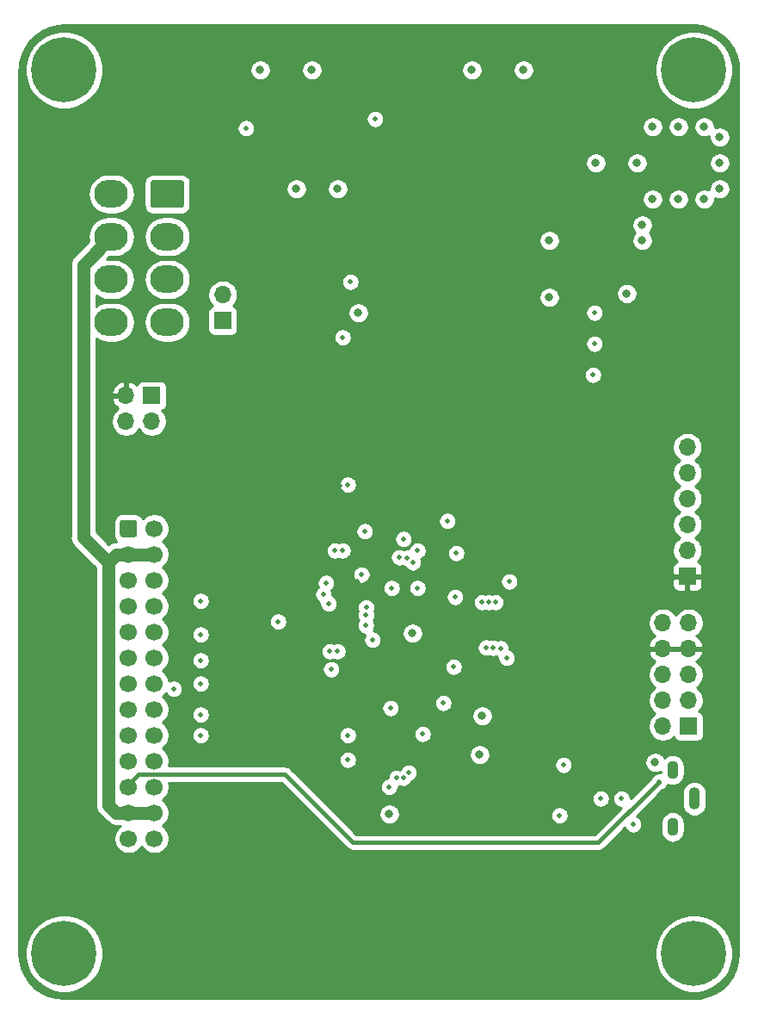
<source format=gbr>
%TF.GenerationSoftware,KiCad,Pcbnew,5.1.6*%
%TF.CreationDate,2020-12-14T11:26:32-03:00*%
%TF.ProjectId,MCU_Comms_Control,4d43555f-436f-46d6-9d73-5f436f6e7472,rev?*%
%TF.SameCoordinates,Original*%
%TF.FileFunction,Copper,L3,Inr*%
%TF.FilePolarity,Positive*%
%FSLAX46Y46*%
G04 Gerber Fmt 4.6, Leading zero omitted, Abs format (unit mm)*
G04 Created by KiCad (PCBNEW 5.1.6) date 2020-12-14 11:26:32*
%MOMM*%
%LPD*%
G01*
G04 APERTURE LIST*
%TA.AperFunction,ViaPad*%
%ADD10O,1.700000X1.700000*%
%TD*%
%TA.AperFunction,ViaPad*%
%ADD11R,1.700000X1.700000*%
%TD*%
%TA.AperFunction,ViaPad*%
%ADD12C,6.400000*%
%TD*%
%TA.AperFunction,ViaPad*%
%ADD13C,0.800000*%
%TD*%
%TA.AperFunction,ViaPad*%
%ADD14C,1.700000*%
%TD*%
%TA.AperFunction,ViaPad*%
%ADD15O,3.300000X2.700000*%
%TD*%
%TA.AperFunction,ViaPad*%
%ADD16O,1.100000X2.200000*%
%TD*%
%TA.AperFunction,ViaPad*%
%ADD17O,1.100000X1.800000*%
%TD*%
%TA.AperFunction,ViaPad*%
%ADD18C,0.500000*%
%TD*%
%TA.AperFunction,Conductor*%
%ADD19C,0.381000*%
%TD*%
%TA.AperFunction,Conductor*%
%ADD20C,1.270000*%
%TD*%
%TA.AperFunction,Conductor*%
%ADD21C,0.254000*%
%TD*%
G04 APERTURE END LIST*
D10*
%TO.N,CAN_L*%
%TO.C,J7*%
X49657000Y-69342000D03*
D11*
%TO.N,CAN_H*%
X49657000Y-71882000D03*
%TD*%
D10*
%TO.N,GND*%
%TO.C,J5*%
X95377000Y-84328000D03*
%TO.N,MULTI3*%
X95377000Y-86868000D03*
%TO.N,MULTI2*%
X95377000Y-89408000D03*
%TO.N,MULTI1*%
X95377000Y-91948000D03*
%TO.N,MULTI0*%
X95377000Y-94488000D03*
D11*
%TO.N,+3V3*%
X95377000Y-97028000D03*
%TD*%
D12*
%TO.N,N/C*%
%TO.C,REF\u002A\u002A*%
X96012000Y-47244000D03*
D13*
X98412000Y-47244000D03*
X97709056Y-48941056D03*
X96012000Y-49644000D03*
X94314944Y-48941056D03*
X93612000Y-47244000D03*
X94314944Y-45546944D03*
X96012000Y-44844000D03*
X97709056Y-45546944D03*
%TD*%
%TO.N,N/C*%
%TO.C,REF\u002A\u002A*%
X97709056Y-132414944D03*
X96012000Y-131712000D03*
X94314944Y-132414944D03*
X93612000Y-134112000D03*
X94314944Y-135809056D03*
X96012000Y-136512000D03*
X97709056Y-135809056D03*
X98412000Y-134112000D03*
D12*
X96012000Y-134112000D03*
%TD*%
%TO.N,N/C*%
%TO.C,REF\u002A\u002A*%
X34036000Y-134114000D03*
D13*
X36436000Y-134114000D03*
X35733056Y-135811056D03*
X34036000Y-136514000D03*
X32338944Y-135811056D03*
X31636000Y-134114000D03*
X32338944Y-132416944D03*
X34036000Y-131714000D03*
X35733056Y-132416944D03*
%TD*%
%TO.N,N/C*%
%TO.C,REF\u002A\u002A*%
X35733056Y-45546944D03*
X34036000Y-44844000D03*
X32338944Y-45546944D03*
X31636000Y-47244000D03*
X32338944Y-48941056D03*
X34036000Y-49644000D03*
X35733056Y-48941056D03*
X36436000Y-47244000D03*
D12*
X34036000Y-47244000D03*
%TD*%
D10*
%TO.N,GND*%
%TO.C,J6*%
X40132000Y-81788000D03*
%TO.N,+3V3*%
X40132000Y-79248000D03*
%TO.N,Net-(J6-Pad2)*%
X42672000Y-81788000D03*
D11*
%TO.N,Net-(J6-Pad1)*%
X42672000Y-79248000D03*
%TD*%
D10*
%TO.N,Net-(D1-Pad2)*%
%TO.C,J4*%
X92964000Y-101600000D03*
X95504000Y-101600000D03*
%TO.N,+3V3*%
X92964000Y-104140000D03*
X95504000Y-104140000D03*
%TO.N,GND*%
X92964000Y-106680000D03*
X95504000Y-106680000D03*
%TO.N,SWDIO*%
X92964000Y-109220000D03*
%TO.N,SWO*%
X95504000Y-109220000D03*
%TO.N,SWCLK*%
X92964000Y-111760000D03*
D11*
%TO.N,~RESET*%
X95504000Y-111760000D03*
%TD*%
D14*
%TO.N,GND*%
%TO.C,J3*%
X42926000Y-122809000D03*
%TO.N,+12V*%
X42926000Y-120269000D03*
%TO.N,VBUS_SCALED*%
X42926000Y-117729000D03*
%TO.N,ENABLE*%
X42926000Y-115189000D03*
%TO.N,~ERROR*%
X42926000Y-112649000D03*
%TO.N,W_L*%
X42926000Y-110109000D03*
%TO.N,V_L*%
X42926000Y-107569000D03*
%TO.N,U_L*%
X42926000Y-105029000D03*
%TO.N,W_H*%
X42926000Y-102489000D03*
%TO.N,V_H*%
X42926000Y-99949000D03*
%TO.N,U_H*%
X42926000Y-97409000D03*
%TO.N,+12V*%
X42926000Y-94869000D03*
%TO.N,GND*%
X42926000Y-92329000D03*
X40386000Y-122809000D03*
%TO.N,+12V*%
X40386000Y-120269000D03*
%TO.N,+5V*%
X40386000Y-117729000D03*
%TO.N,HALL1*%
X40386000Y-115189000D03*
%TO.N,HALL2*%
X40386000Y-112649000D03*
%TO.N,HALL3*%
X40386000Y-110109000D03*
%TO.N,CURR_W*%
X40386000Y-107569000D03*
%TO.N,CURR_V*%
X40386000Y-105029000D03*
%TO.N,CURR_U*%
X40386000Y-102489000D03*
%TO.N,NTC_PWR*%
X40386000Y-99949000D03*
%TO.N,Net-(J3-Pad5)*%
X40386000Y-97409000D03*
%TO.N,+12V*%
X40386000Y-94869000D03*
%TO.N,GND*%
%TA.AperFunction,ViaPad*%
G36*
G01*
X39536000Y-92929000D02*
X39536000Y-91729000D01*
G75*
G02*
X39786000Y-91479000I250000J0D01*
G01*
X40986000Y-91479000D01*
G75*
G02*
X41236000Y-91729000I0J-250000D01*
G01*
X41236000Y-92929000D01*
G75*
G02*
X40986000Y-93179000I-250000J0D01*
G01*
X39786000Y-93179000D01*
G75*
G02*
X39536000Y-92929000I0J250000D01*
G01*
G37*
%TD.AperFunction*%
%TD*%
D15*
%TO.N,GND*%
%TO.C,J2*%
X38696000Y-72036000D03*
%TO.N,~ERROR*%
X38696000Y-67836000D03*
%TO.N,+12V*%
X38696000Y-63636000D03*
%TO.N,GND*%
X38696000Y-59436000D03*
%TO.N,CAN_H*%
X44196000Y-72036000D03*
%TO.N,CAN_L*%
X44196000Y-67836000D03*
%TO.N,GND*%
X44196000Y-63636000D03*
%TO.N,+12V*%
%TA.AperFunction,ViaPad*%
G36*
G01*
X42796001Y-58086000D02*
X45595999Y-58086000D01*
G75*
G02*
X45846000Y-58336001I0J-250001D01*
G01*
X45846000Y-60535999D01*
G75*
G02*
X45595999Y-60786000I-250001J0D01*
G01*
X42796001Y-60786000D01*
G75*
G02*
X42546000Y-60535999I0J250001D01*
G01*
X42546000Y-58336001D01*
G75*
G02*
X42796001Y-58086000I250001J0D01*
G01*
G37*
%TD.AperFunction*%
%TD*%
D16*
%TO.N,GND*%
%TO.C,J1*%
X96071000Y-118872000D03*
D17*
X93921000Y-116072000D03*
X93921000Y-121672000D03*
%TD*%
D13*
%TO.N,GND*%
X86360000Y-56388000D03*
X98552000Y-53848000D03*
X98552000Y-56388000D03*
X98552000Y-58928000D03*
X97028000Y-52832000D03*
X97028000Y-59944000D03*
X91948000Y-59944000D03*
X91948000Y-52832000D03*
X90424000Y-56388000D03*
X94488000Y-59944000D03*
X94488000Y-52832000D03*
X90932000Y-62484000D03*
X90932000Y-64008000D03*
X81788000Y-64008000D03*
X81788000Y-69596000D03*
X58420000Y-47244000D03*
X53340000Y-47244000D03*
X74168000Y-47244000D03*
X79248000Y-47244000D03*
X56896000Y-58928000D03*
X60960000Y-58928000D03*
X62992000Y-71120000D03*
X66040000Y-120396000D03*
X74930000Y-114554000D03*
X75184000Y-110744000D03*
D18*
X68834000Y-94488000D03*
X71374000Y-109474000D03*
X61468000Y-94488000D03*
X60706000Y-94488000D03*
D13*
X68326000Y-102616000D03*
D18*
X66294000Y-98171000D03*
X67437000Y-93345000D03*
X71755000Y-91567000D03*
X72644000Y-94742000D03*
X77851000Y-97536000D03*
X72517000Y-99060000D03*
X86868000Y-118872000D03*
X61976000Y-112649000D03*
X47498000Y-112649000D03*
X61976000Y-115062000D03*
X69342000Y-112522000D03*
X82804000Y-120523000D03*
X66167000Y-109982000D03*
X47498000Y-110617000D03*
X47498000Y-107569000D03*
X47498000Y-105283000D03*
X47498000Y-102743000D03*
X47498000Y-99441000D03*
X44831000Y-108077000D03*
X60325000Y-106172000D03*
X77597000Y-105029000D03*
X60071000Y-99695000D03*
%TO.N,Net-(C1-Pad1)*%
X88900000Y-118872000D03*
X90043000Y-121412000D03*
%TO.N,+5V*%
X92583000Y-117221000D03*
D13*
X92202000Y-115316000D03*
X89408000Y-69215000D03*
%TO.N,+3V3*%
X96012000Y-62992000D03*
X97536000Y-65532000D03*
X96012000Y-68072000D03*
X97028000Y-67056000D03*
X97028000Y-64008000D03*
D18*
X74168000Y-97790000D03*
X73660000Y-97282000D03*
X72644000Y-107950000D03*
X72390000Y-115824000D03*
X65278000Y-91694000D03*
X61214000Y-88138000D03*
X60706000Y-88392000D03*
X62992000Y-69596000D03*
X70612000Y-49530000D03*
X61722000Y-107188000D03*
X62870020Y-97536009D03*
X87884000Y-80264014D03*
X88265000Y-114681000D03*
X46736000Y-90805000D03*
%TO.N,VBUS_SCALED*%
X60960000Y-104394000D03*
%TO.N,ENABLE*%
X60198000Y-104394000D03*
%TO.N,HALL1*%
X67018739Y-95162955D03*
%TO.N,HALL2*%
X67821995Y-95204759D03*
%TO.N,HALL3*%
X68349410Y-95669882D03*
%TO.N,CURR_W*%
X59563000Y-98806000D03*
%TO.N,CURR_V*%
X59817000Y-97663000D03*
%TO.N,CURR_U*%
X55118000Y-101473000D03*
%TO.N,NTC_PWR*%
X63317564Y-96845564D03*
%TO.N,~RESET*%
X68834000Y-98171000D03*
%TO.N,Net-(J6-Pad1)*%
X63627000Y-92583000D03*
%TO.N,~BOOT*%
X76488806Y-99568000D03*
X64643000Y-52070000D03*
%TO.N,STATUS*%
X76992407Y-104082964D03*
X86106000Y-77216000D03*
%TO.N,Net-(R7-Pad2)*%
X72390000Y-105918000D03*
X83185000Y-115570000D03*
%TO.N,ERR_OUT*%
X76265544Y-104061141D03*
X86233008Y-74168000D03*
%TO.N,DEBUG_LED*%
X75565000Y-104013000D03*
X86233000Y-71119990D03*
%TO.N,BUTTON*%
X61976000Y-88011000D03*
X51943000Y-52959000D03*
%TO.N,CAN_RX*%
X75836403Y-99568000D03*
X62230000Y-68072000D03*
%TO.N,CAN_TX*%
X75184000Y-99568000D03*
X61468000Y-73533000D03*
%TO.N,FLASH_CLK*%
X63759770Y-100794534D03*
X67423078Y-116836000D03*
%TO.N,FLASH_MOSI*%
X66770689Y-116840201D03*
X63754000Y-101854000D03*
%TO.N,FLASH_MISO*%
X64389000Y-103251000D03*
X66040000Y-117729000D03*
%TO.N,~FLASH_CS*%
X63764346Y-100086346D03*
X67945000Y-116332000D03*
%TD*%
D19*
%TO.N,+5V*%
X40386000Y-117729000D02*
X40386000Y-117475000D01*
X41372501Y-116488499D02*
X55782499Y-116488499D01*
X40386000Y-117475000D02*
X41372501Y-116488499D01*
X55782499Y-116488499D02*
X62484000Y-123190000D01*
X86614000Y-123190000D02*
X92583000Y-117221000D01*
X62484000Y-123190000D02*
X86614000Y-123190000D01*
D20*
%TO.N,+12V*%
X42926000Y-94869000D02*
X40386000Y-94869000D01*
X40386000Y-120269000D02*
X42926000Y-120269000D01*
X39183919Y-94869000D02*
X40386000Y-94869000D01*
X38400999Y-95651920D02*
X39183919Y-94869000D01*
X38400999Y-119486080D02*
X38400999Y-95651920D01*
X39183919Y-120269000D02*
X38400999Y-119486080D01*
X40386000Y-120269000D02*
X39183919Y-120269000D01*
X35910990Y-93161911D02*
X38400999Y-95651920D01*
X35910990Y-66421010D02*
X35910990Y-93161911D01*
X38696000Y-63636000D02*
X35910990Y-66421010D01*
%TD*%
D21*
%TO.N,+3V3*%
G36*
X96789803Y-42921139D02*
G01*
X97543023Y-43127197D01*
X98247852Y-43463384D01*
X98882002Y-43919065D01*
X99425441Y-44479851D01*
X99860981Y-45128001D01*
X100174862Y-45843043D01*
X100358424Y-46607636D01*
X100407001Y-47269126D01*
X100407000Y-134081494D01*
X100334861Y-134889805D01*
X100128803Y-135643023D01*
X99792616Y-136347852D01*
X99336932Y-136982005D01*
X98776149Y-137525441D01*
X98127996Y-137960982D01*
X97412956Y-138274863D01*
X96648364Y-138458424D01*
X95986887Y-138507000D01*
X34066506Y-138507000D01*
X33258195Y-138434861D01*
X32504977Y-138228803D01*
X31800148Y-137892616D01*
X31165995Y-137436932D01*
X30622559Y-136876149D01*
X30187018Y-136227996D01*
X29873137Y-135512956D01*
X29689576Y-134748364D01*
X29641000Y-134086887D01*
X29641000Y-133736285D01*
X30201000Y-133736285D01*
X30201000Y-134491715D01*
X30348377Y-135232628D01*
X30637467Y-135930554D01*
X31057161Y-136558670D01*
X31591330Y-137092839D01*
X32219446Y-137512533D01*
X32917372Y-137801623D01*
X33658285Y-137949000D01*
X34413715Y-137949000D01*
X35154628Y-137801623D01*
X35852554Y-137512533D01*
X36480670Y-137092839D01*
X37014839Y-136558670D01*
X37434533Y-135930554D01*
X37723623Y-135232628D01*
X37871000Y-134491715D01*
X37871000Y-133736285D01*
X37870603Y-133734285D01*
X92177000Y-133734285D01*
X92177000Y-134489715D01*
X92324377Y-135230628D01*
X92613467Y-135928554D01*
X93033161Y-136556670D01*
X93567330Y-137090839D01*
X94195446Y-137510533D01*
X94893372Y-137799623D01*
X95634285Y-137947000D01*
X96389715Y-137947000D01*
X97130628Y-137799623D01*
X97828554Y-137510533D01*
X98456670Y-137090839D01*
X98990839Y-136556670D01*
X99410533Y-135928554D01*
X99699623Y-135230628D01*
X99847000Y-134489715D01*
X99847000Y-133734285D01*
X99699623Y-132993372D01*
X99410533Y-132295446D01*
X98990839Y-131667330D01*
X98456670Y-131133161D01*
X97828554Y-130713467D01*
X97130628Y-130424377D01*
X96389715Y-130277000D01*
X95634285Y-130277000D01*
X94893372Y-130424377D01*
X94195446Y-130713467D01*
X93567330Y-131133161D01*
X93033161Y-131667330D01*
X92613467Y-132295446D01*
X92324377Y-132993372D01*
X92177000Y-133734285D01*
X37870603Y-133734285D01*
X37723623Y-132995372D01*
X37434533Y-132297446D01*
X37014839Y-131669330D01*
X36480670Y-131135161D01*
X35852554Y-130715467D01*
X35154628Y-130426377D01*
X34413715Y-130279000D01*
X33658285Y-130279000D01*
X32917372Y-130426377D01*
X32219446Y-130715467D01*
X31591330Y-131135161D01*
X31057161Y-131669330D01*
X30637467Y-132297446D01*
X30348377Y-132995372D01*
X30201000Y-133736285D01*
X29641000Y-133736285D01*
X29641000Y-66421010D01*
X34634847Y-66421010D01*
X34640990Y-66483383D01*
X34640991Y-93099528D01*
X34634847Y-93161911D01*
X34659367Y-93410874D01*
X34702484Y-93553010D01*
X34731988Y-93650270D01*
X34849916Y-93870899D01*
X35008621Y-94064281D01*
X35057076Y-94104047D01*
X37131000Y-96177972D01*
X37130999Y-119423707D01*
X37124856Y-119486080D01*
X37130999Y-119548453D01*
X37130999Y-119548459D01*
X37135294Y-119592063D01*
X37149376Y-119735043D01*
X37156037Y-119757000D01*
X37221996Y-119974438D01*
X37339924Y-120195067D01*
X37498629Y-120388450D01*
X37547090Y-120428221D01*
X38241778Y-121122909D01*
X38281549Y-121171370D01*
X38474931Y-121330075D01*
X38695560Y-121448003D01*
X38843928Y-121493010D01*
X38934955Y-121520623D01*
X38960674Y-121523156D01*
X39121539Y-121539000D01*
X39121545Y-121539000D01*
X39183918Y-121545143D01*
X39246291Y-121539000D01*
X39613760Y-121539000D01*
X39439368Y-121655525D01*
X39232525Y-121862368D01*
X39070010Y-122105589D01*
X38958068Y-122375842D01*
X38901000Y-122662740D01*
X38901000Y-122955260D01*
X38958068Y-123242158D01*
X39070010Y-123512411D01*
X39232525Y-123755632D01*
X39439368Y-123962475D01*
X39682589Y-124124990D01*
X39952842Y-124236932D01*
X40239740Y-124294000D01*
X40532260Y-124294000D01*
X40819158Y-124236932D01*
X41089411Y-124124990D01*
X41332632Y-123962475D01*
X41539475Y-123755632D01*
X41656000Y-123581240D01*
X41772525Y-123755632D01*
X41979368Y-123962475D01*
X42222589Y-124124990D01*
X42492842Y-124236932D01*
X42779740Y-124294000D01*
X43072260Y-124294000D01*
X43359158Y-124236932D01*
X43629411Y-124124990D01*
X43872632Y-123962475D01*
X44079475Y-123755632D01*
X44241990Y-123512411D01*
X44353932Y-123242158D01*
X44411000Y-122955260D01*
X44411000Y-122662740D01*
X44353932Y-122375842D01*
X44241990Y-122105589D01*
X44079475Y-121862368D01*
X43872632Y-121655525D01*
X43698240Y-121539000D01*
X43872632Y-121422475D01*
X44079475Y-121215632D01*
X44241990Y-120972411D01*
X44353932Y-120702158D01*
X44411000Y-120415260D01*
X44411000Y-120122740D01*
X44353932Y-119835842D01*
X44241990Y-119565589D01*
X44079475Y-119322368D01*
X43872632Y-119115525D01*
X43698240Y-118999000D01*
X43872632Y-118882475D01*
X44079475Y-118675632D01*
X44241990Y-118432411D01*
X44353932Y-118162158D01*
X44411000Y-117875260D01*
X44411000Y-117582740D01*
X44357544Y-117313999D01*
X55440567Y-117313999D01*
X61871611Y-123745045D01*
X61897459Y-123776541D01*
X61928955Y-123802389D01*
X61928958Y-123802392D01*
X62023157Y-123879699D01*
X62166566Y-123956353D01*
X62322174Y-124003556D01*
X62443447Y-124015500D01*
X62443449Y-124015500D01*
X62484000Y-124019494D01*
X62524550Y-124015500D01*
X86573450Y-124015500D01*
X86614000Y-124019494D01*
X86654550Y-124015500D01*
X86654553Y-124015500D01*
X86775826Y-124003556D01*
X86931434Y-123956353D01*
X87074842Y-123879699D01*
X87200541Y-123776541D01*
X87226398Y-123745034D01*
X89224017Y-121747416D01*
X89258723Y-121831205D01*
X89355576Y-121976155D01*
X89478845Y-122099424D01*
X89623795Y-122196277D01*
X89784855Y-122262990D01*
X89955835Y-122297000D01*
X90130165Y-122297000D01*
X90301145Y-122262990D01*
X90462205Y-122196277D01*
X90607155Y-122099424D01*
X90730424Y-121976155D01*
X90827277Y-121831205D01*
X90893990Y-121670145D01*
X90928000Y-121499165D01*
X90928000Y-121324835D01*
X90915859Y-121263794D01*
X92736000Y-121263794D01*
X92736000Y-122080207D01*
X92753147Y-122254300D01*
X92820906Y-122477674D01*
X92930943Y-122683536D01*
X93079026Y-122863975D01*
X93259465Y-123012058D01*
X93465327Y-123122094D01*
X93688701Y-123189853D01*
X93921000Y-123212733D01*
X94153300Y-123189853D01*
X94376674Y-123122094D01*
X94582536Y-123012058D01*
X94762975Y-122863975D01*
X94911058Y-122683536D01*
X95021094Y-122477674D01*
X95088853Y-122254299D01*
X95106000Y-122080206D01*
X95106000Y-121263793D01*
X95088853Y-121089700D01*
X95021094Y-120866326D01*
X94911058Y-120660464D01*
X94762975Y-120480025D01*
X94582535Y-120331942D01*
X94376673Y-120221906D01*
X94153299Y-120154147D01*
X93921000Y-120131267D01*
X93688700Y-120154147D01*
X93465326Y-120221906D01*
X93259464Y-120331942D01*
X93079025Y-120480025D01*
X92930942Y-120660465D01*
X92820906Y-120866327D01*
X92753147Y-121089701D01*
X92736000Y-121263794D01*
X90915859Y-121263794D01*
X90893990Y-121153855D01*
X90827277Y-120992795D01*
X90730424Y-120847845D01*
X90607155Y-120724576D01*
X90462205Y-120627723D01*
X90378416Y-120593017D01*
X92707639Y-118263794D01*
X94886000Y-118263794D01*
X94886000Y-119480207D01*
X94903147Y-119654300D01*
X94970906Y-119877674D01*
X95080943Y-120083536D01*
X95229026Y-120263975D01*
X95409465Y-120412058D01*
X95615327Y-120522094D01*
X95838701Y-120589853D01*
X96071000Y-120612733D01*
X96303300Y-120589853D01*
X96526674Y-120522094D01*
X96732536Y-120412058D01*
X96912975Y-120263975D01*
X97061058Y-120083536D01*
X97171094Y-119877674D01*
X97238853Y-119654300D01*
X97256000Y-119480207D01*
X97256000Y-118263793D01*
X97238853Y-118089700D01*
X97171094Y-117866326D01*
X97061058Y-117660464D01*
X96912975Y-117480025D01*
X96732535Y-117331942D01*
X96526673Y-117221906D01*
X96303299Y-117154147D01*
X96071000Y-117131267D01*
X95838700Y-117154147D01*
X95615326Y-117221906D01*
X95409464Y-117331942D01*
X95229025Y-117480025D01*
X95080942Y-117660465D01*
X94970906Y-117866327D01*
X94903147Y-118089701D01*
X94886000Y-118263794D01*
X92707639Y-118263794D01*
X92940667Y-118030767D01*
X93002205Y-118005277D01*
X93147155Y-117908424D01*
X93270424Y-117785155D01*
X93367277Y-117640205D01*
X93425105Y-117500595D01*
X93465327Y-117522094D01*
X93688701Y-117589853D01*
X93921000Y-117612733D01*
X94153300Y-117589853D01*
X94376674Y-117522094D01*
X94582536Y-117412058D01*
X94762975Y-117263975D01*
X94911058Y-117083536D01*
X95021094Y-116877674D01*
X95088853Y-116654299D01*
X95106000Y-116480206D01*
X95106000Y-115663793D01*
X95088853Y-115489700D01*
X95021094Y-115266326D01*
X94911058Y-115060464D01*
X94762975Y-114880025D01*
X94582535Y-114731942D01*
X94376673Y-114621906D01*
X94153299Y-114554147D01*
X93921000Y-114531267D01*
X93688700Y-114554147D01*
X93465326Y-114621906D01*
X93259464Y-114731942D01*
X93125791Y-114841645D01*
X93119205Y-114825744D01*
X93005937Y-114656226D01*
X92861774Y-114512063D01*
X92692256Y-114398795D01*
X92503898Y-114320774D01*
X92303939Y-114281000D01*
X92100061Y-114281000D01*
X91900102Y-114320774D01*
X91711744Y-114398795D01*
X91542226Y-114512063D01*
X91398063Y-114656226D01*
X91284795Y-114825744D01*
X91206774Y-115014102D01*
X91167000Y-115214061D01*
X91167000Y-115417939D01*
X91206774Y-115617898D01*
X91284795Y-115806256D01*
X91398063Y-115975774D01*
X91542226Y-116119937D01*
X91711744Y-116233205D01*
X91900102Y-116311226D01*
X92100061Y-116351000D01*
X92303939Y-116351000D01*
X92503898Y-116311226D01*
X92692256Y-116233205D01*
X92736000Y-116203976D01*
X92736000Y-116349095D01*
X92670165Y-116336000D01*
X92495835Y-116336000D01*
X92324855Y-116370010D01*
X92163795Y-116436723D01*
X92018845Y-116533576D01*
X91895576Y-116656845D01*
X91798723Y-116801795D01*
X91773233Y-116863333D01*
X89785000Y-118851567D01*
X89785000Y-118784835D01*
X89750990Y-118613855D01*
X89684277Y-118452795D01*
X89587424Y-118307845D01*
X89464155Y-118184576D01*
X89319205Y-118087723D01*
X89158145Y-118021010D01*
X88987165Y-117987000D01*
X88812835Y-117987000D01*
X88641855Y-118021010D01*
X88480795Y-118087723D01*
X88335845Y-118184576D01*
X88212576Y-118307845D01*
X88115723Y-118452795D01*
X88049010Y-118613855D01*
X88015000Y-118784835D01*
X88015000Y-118959165D01*
X88049010Y-119130145D01*
X88115723Y-119291205D01*
X88212576Y-119436155D01*
X88335845Y-119559424D01*
X88480795Y-119656277D01*
X88641855Y-119722990D01*
X88812835Y-119757000D01*
X88879567Y-119757000D01*
X86272068Y-122364500D01*
X62825934Y-122364500D01*
X60755495Y-120294061D01*
X65005000Y-120294061D01*
X65005000Y-120497939D01*
X65044774Y-120697898D01*
X65122795Y-120886256D01*
X65236063Y-121055774D01*
X65380226Y-121199937D01*
X65549744Y-121313205D01*
X65738102Y-121391226D01*
X65938061Y-121431000D01*
X66141939Y-121431000D01*
X66341898Y-121391226D01*
X66530256Y-121313205D01*
X66699774Y-121199937D01*
X66843937Y-121055774D01*
X66957205Y-120886256D01*
X67035226Y-120697898D01*
X67075000Y-120497939D01*
X67075000Y-120435835D01*
X81919000Y-120435835D01*
X81919000Y-120610165D01*
X81953010Y-120781145D01*
X82019723Y-120942205D01*
X82116576Y-121087155D01*
X82239845Y-121210424D01*
X82384795Y-121307277D01*
X82545855Y-121373990D01*
X82716835Y-121408000D01*
X82891165Y-121408000D01*
X83062145Y-121373990D01*
X83223205Y-121307277D01*
X83368155Y-121210424D01*
X83491424Y-121087155D01*
X83588277Y-120942205D01*
X83654990Y-120781145D01*
X83689000Y-120610165D01*
X83689000Y-120435835D01*
X83654990Y-120264855D01*
X83588277Y-120103795D01*
X83491424Y-119958845D01*
X83368155Y-119835576D01*
X83223205Y-119738723D01*
X83062145Y-119672010D01*
X82891165Y-119638000D01*
X82716835Y-119638000D01*
X82545855Y-119672010D01*
X82384795Y-119738723D01*
X82239845Y-119835576D01*
X82116576Y-119958845D01*
X82019723Y-120103795D01*
X81953010Y-120264855D01*
X81919000Y-120435835D01*
X67075000Y-120435835D01*
X67075000Y-120294061D01*
X67035226Y-120094102D01*
X66957205Y-119905744D01*
X66843937Y-119736226D01*
X66699774Y-119592063D01*
X66530256Y-119478795D01*
X66341898Y-119400774D01*
X66141939Y-119361000D01*
X65938061Y-119361000D01*
X65738102Y-119400774D01*
X65549744Y-119478795D01*
X65380226Y-119592063D01*
X65236063Y-119736226D01*
X65122795Y-119905744D01*
X65044774Y-120094102D01*
X65005000Y-120294061D01*
X60755495Y-120294061D01*
X59246269Y-118784835D01*
X85983000Y-118784835D01*
X85983000Y-118959165D01*
X86017010Y-119130145D01*
X86083723Y-119291205D01*
X86180576Y-119436155D01*
X86303845Y-119559424D01*
X86448795Y-119656277D01*
X86609855Y-119722990D01*
X86780835Y-119757000D01*
X86955165Y-119757000D01*
X87126145Y-119722990D01*
X87287205Y-119656277D01*
X87432155Y-119559424D01*
X87555424Y-119436155D01*
X87652277Y-119291205D01*
X87718990Y-119130145D01*
X87753000Y-118959165D01*
X87753000Y-118784835D01*
X87718990Y-118613855D01*
X87652277Y-118452795D01*
X87555424Y-118307845D01*
X87432155Y-118184576D01*
X87287205Y-118087723D01*
X87126145Y-118021010D01*
X86955165Y-117987000D01*
X86780835Y-117987000D01*
X86609855Y-118021010D01*
X86448795Y-118087723D01*
X86303845Y-118184576D01*
X86180576Y-118307845D01*
X86083723Y-118452795D01*
X86017010Y-118613855D01*
X85983000Y-118784835D01*
X59246269Y-118784835D01*
X58103268Y-117641835D01*
X65155000Y-117641835D01*
X65155000Y-117816165D01*
X65189010Y-117987145D01*
X65255723Y-118148205D01*
X65352576Y-118293155D01*
X65475845Y-118416424D01*
X65620795Y-118513277D01*
X65781855Y-118579990D01*
X65952835Y-118614000D01*
X66127165Y-118614000D01*
X66298145Y-118579990D01*
X66459205Y-118513277D01*
X66604155Y-118416424D01*
X66727424Y-118293155D01*
X66824277Y-118148205D01*
X66890990Y-117987145D01*
X66925000Y-117816165D01*
X66925000Y-117711845D01*
X67028834Y-117691191D01*
X67101955Y-117660904D01*
X67164933Y-117686990D01*
X67335913Y-117721000D01*
X67510243Y-117721000D01*
X67681223Y-117686990D01*
X67842283Y-117620277D01*
X67987233Y-117523424D01*
X68110502Y-117400155D01*
X68207355Y-117255205D01*
X68244334Y-117165929D01*
X68364205Y-117116277D01*
X68509155Y-117019424D01*
X68632424Y-116896155D01*
X68729277Y-116751205D01*
X68795990Y-116590145D01*
X68830000Y-116419165D01*
X68830000Y-116244835D01*
X68795990Y-116073855D01*
X68729277Y-115912795D01*
X68632424Y-115767845D01*
X68509155Y-115644576D01*
X68364205Y-115547723D01*
X68203145Y-115481010D01*
X68032165Y-115447000D01*
X67857835Y-115447000D01*
X67686855Y-115481010D01*
X67525795Y-115547723D01*
X67380845Y-115644576D01*
X67257576Y-115767845D01*
X67160723Y-115912795D01*
X67123744Y-116002071D01*
X67091812Y-116015297D01*
X67028834Y-115989211D01*
X66857854Y-115955201D01*
X66683524Y-115955201D01*
X66512544Y-115989211D01*
X66351484Y-116055924D01*
X66206534Y-116152777D01*
X66083265Y-116276046D01*
X65986412Y-116420996D01*
X65919699Y-116582056D01*
X65885689Y-116753036D01*
X65885689Y-116857356D01*
X65781855Y-116878010D01*
X65620795Y-116944723D01*
X65475845Y-117041576D01*
X65352576Y-117164845D01*
X65255723Y-117309795D01*
X65189010Y-117470855D01*
X65155000Y-117641835D01*
X58103268Y-117641835D01*
X56394897Y-115933465D01*
X56369040Y-115901958D01*
X56243341Y-115798800D01*
X56099933Y-115722146D01*
X55944325Y-115674943D01*
X55823052Y-115662999D01*
X55823049Y-115662999D01*
X55782499Y-115659005D01*
X55741949Y-115662999D01*
X44337015Y-115662999D01*
X44353932Y-115622158D01*
X44411000Y-115335260D01*
X44411000Y-115042740D01*
X44397493Y-114974835D01*
X61091000Y-114974835D01*
X61091000Y-115149165D01*
X61125010Y-115320145D01*
X61191723Y-115481205D01*
X61288576Y-115626155D01*
X61411845Y-115749424D01*
X61556795Y-115846277D01*
X61717855Y-115912990D01*
X61888835Y-115947000D01*
X62063165Y-115947000D01*
X62234145Y-115912990D01*
X62395205Y-115846277D01*
X62540155Y-115749424D01*
X62663424Y-115626155D01*
X62760277Y-115481205D01*
X62826990Y-115320145D01*
X62861000Y-115149165D01*
X62861000Y-114974835D01*
X62826990Y-114803855D01*
X62760277Y-114642795D01*
X62663424Y-114497845D01*
X62617640Y-114452061D01*
X73895000Y-114452061D01*
X73895000Y-114655939D01*
X73934774Y-114855898D01*
X74012795Y-115044256D01*
X74126063Y-115213774D01*
X74270226Y-115357937D01*
X74439744Y-115471205D01*
X74628102Y-115549226D01*
X74828061Y-115589000D01*
X75031939Y-115589000D01*
X75231898Y-115549226D01*
X75392178Y-115482835D01*
X82300000Y-115482835D01*
X82300000Y-115657165D01*
X82334010Y-115828145D01*
X82400723Y-115989205D01*
X82497576Y-116134155D01*
X82620845Y-116257424D01*
X82765795Y-116354277D01*
X82926855Y-116420990D01*
X83097835Y-116455000D01*
X83272165Y-116455000D01*
X83443145Y-116420990D01*
X83604205Y-116354277D01*
X83749155Y-116257424D01*
X83872424Y-116134155D01*
X83969277Y-115989205D01*
X84035990Y-115828145D01*
X84070000Y-115657165D01*
X84070000Y-115482835D01*
X84035990Y-115311855D01*
X83969277Y-115150795D01*
X83872424Y-115005845D01*
X83749155Y-114882576D01*
X83604205Y-114785723D01*
X83443145Y-114719010D01*
X83272165Y-114685000D01*
X83097835Y-114685000D01*
X82926855Y-114719010D01*
X82765795Y-114785723D01*
X82620845Y-114882576D01*
X82497576Y-115005845D01*
X82400723Y-115150795D01*
X82334010Y-115311855D01*
X82300000Y-115482835D01*
X75392178Y-115482835D01*
X75420256Y-115471205D01*
X75589774Y-115357937D01*
X75733937Y-115213774D01*
X75847205Y-115044256D01*
X75925226Y-114855898D01*
X75965000Y-114655939D01*
X75965000Y-114452061D01*
X75925226Y-114252102D01*
X75847205Y-114063744D01*
X75733937Y-113894226D01*
X75589774Y-113750063D01*
X75420256Y-113636795D01*
X75231898Y-113558774D01*
X75031939Y-113519000D01*
X74828061Y-113519000D01*
X74628102Y-113558774D01*
X74439744Y-113636795D01*
X74270226Y-113750063D01*
X74126063Y-113894226D01*
X74012795Y-114063744D01*
X73934774Y-114252102D01*
X73895000Y-114452061D01*
X62617640Y-114452061D01*
X62540155Y-114374576D01*
X62395205Y-114277723D01*
X62234145Y-114211010D01*
X62063165Y-114177000D01*
X61888835Y-114177000D01*
X61717855Y-114211010D01*
X61556795Y-114277723D01*
X61411845Y-114374576D01*
X61288576Y-114497845D01*
X61191723Y-114642795D01*
X61125010Y-114803855D01*
X61091000Y-114974835D01*
X44397493Y-114974835D01*
X44353932Y-114755842D01*
X44241990Y-114485589D01*
X44079475Y-114242368D01*
X43872632Y-114035525D01*
X43698240Y-113919000D01*
X43872632Y-113802475D01*
X44079475Y-113595632D01*
X44241990Y-113352411D01*
X44353932Y-113082158D01*
X44411000Y-112795260D01*
X44411000Y-112561835D01*
X46613000Y-112561835D01*
X46613000Y-112736165D01*
X46647010Y-112907145D01*
X46713723Y-113068205D01*
X46810576Y-113213155D01*
X46933845Y-113336424D01*
X47078795Y-113433277D01*
X47239855Y-113499990D01*
X47410835Y-113534000D01*
X47585165Y-113534000D01*
X47756145Y-113499990D01*
X47917205Y-113433277D01*
X48062155Y-113336424D01*
X48185424Y-113213155D01*
X48282277Y-113068205D01*
X48348990Y-112907145D01*
X48383000Y-112736165D01*
X48383000Y-112561835D01*
X61091000Y-112561835D01*
X61091000Y-112736165D01*
X61125010Y-112907145D01*
X61191723Y-113068205D01*
X61288576Y-113213155D01*
X61411845Y-113336424D01*
X61556795Y-113433277D01*
X61717855Y-113499990D01*
X61888835Y-113534000D01*
X62063165Y-113534000D01*
X62234145Y-113499990D01*
X62395205Y-113433277D01*
X62540155Y-113336424D01*
X62663424Y-113213155D01*
X62760277Y-113068205D01*
X62826990Y-112907145D01*
X62861000Y-112736165D01*
X62861000Y-112561835D01*
X62835739Y-112434835D01*
X68457000Y-112434835D01*
X68457000Y-112609165D01*
X68491010Y-112780145D01*
X68557723Y-112941205D01*
X68654576Y-113086155D01*
X68777845Y-113209424D01*
X68922795Y-113306277D01*
X69083855Y-113372990D01*
X69254835Y-113407000D01*
X69429165Y-113407000D01*
X69600145Y-113372990D01*
X69761205Y-113306277D01*
X69906155Y-113209424D01*
X70029424Y-113086155D01*
X70126277Y-112941205D01*
X70192990Y-112780145D01*
X70227000Y-112609165D01*
X70227000Y-112434835D01*
X70192990Y-112263855D01*
X70126277Y-112102795D01*
X70029424Y-111957845D01*
X69906155Y-111834576D01*
X69761205Y-111737723D01*
X69600145Y-111671010D01*
X69429165Y-111637000D01*
X69254835Y-111637000D01*
X69083855Y-111671010D01*
X68922795Y-111737723D01*
X68777845Y-111834576D01*
X68654576Y-111957845D01*
X68557723Y-112102795D01*
X68491010Y-112263855D01*
X68457000Y-112434835D01*
X62835739Y-112434835D01*
X62826990Y-112390855D01*
X62760277Y-112229795D01*
X62663424Y-112084845D01*
X62540155Y-111961576D01*
X62395205Y-111864723D01*
X62234145Y-111798010D01*
X62063165Y-111764000D01*
X61888835Y-111764000D01*
X61717855Y-111798010D01*
X61556795Y-111864723D01*
X61411845Y-111961576D01*
X61288576Y-112084845D01*
X61191723Y-112229795D01*
X61125010Y-112390855D01*
X61091000Y-112561835D01*
X48383000Y-112561835D01*
X48348990Y-112390855D01*
X48282277Y-112229795D01*
X48185424Y-112084845D01*
X48062155Y-111961576D01*
X47917205Y-111864723D01*
X47756145Y-111798010D01*
X47585165Y-111764000D01*
X47410835Y-111764000D01*
X47239855Y-111798010D01*
X47078795Y-111864723D01*
X46933845Y-111961576D01*
X46810576Y-112084845D01*
X46713723Y-112229795D01*
X46647010Y-112390855D01*
X46613000Y-112561835D01*
X44411000Y-112561835D01*
X44411000Y-112502740D01*
X44353932Y-112215842D01*
X44241990Y-111945589D01*
X44079475Y-111702368D01*
X43872632Y-111495525D01*
X43698240Y-111379000D01*
X43872632Y-111262475D01*
X44079475Y-111055632D01*
X44241990Y-110812411D01*
X44353932Y-110542158D01*
X44356383Y-110529835D01*
X46613000Y-110529835D01*
X46613000Y-110704165D01*
X46647010Y-110875145D01*
X46713723Y-111036205D01*
X46810576Y-111181155D01*
X46933845Y-111304424D01*
X47078795Y-111401277D01*
X47239855Y-111467990D01*
X47410835Y-111502000D01*
X47585165Y-111502000D01*
X47756145Y-111467990D01*
X47917205Y-111401277D01*
X48062155Y-111304424D01*
X48185424Y-111181155D01*
X48282277Y-111036205D01*
X48348990Y-110875145D01*
X48383000Y-110704165D01*
X48383000Y-110529835D01*
X48348990Y-110358855D01*
X48282277Y-110197795D01*
X48185424Y-110052845D01*
X48062155Y-109929576D01*
X48010162Y-109894835D01*
X65282000Y-109894835D01*
X65282000Y-110069165D01*
X65316010Y-110240145D01*
X65382723Y-110401205D01*
X65479576Y-110546155D01*
X65602845Y-110669424D01*
X65747795Y-110766277D01*
X65908855Y-110832990D01*
X66079835Y-110867000D01*
X66254165Y-110867000D01*
X66425145Y-110832990D01*
X66586205Y-110766277D01*
X66731155Y-110669424D01*
X66758518Y-110642061D01*
X74149000Y-110642061D01*
X74149000Y-110845939D01*
X74188774Y-111045898D01*
X74266795Y-111234256D01*
X74380063Y-111403774D01*
X74524226Y-111547937D01*
X74693744Y-111661205D01*
X74882102Y-111739226D01*
X75082061Y-111779000D01*
X75285939Y-111779000D01*
X75485898Y-111739226D01*
X75674256Y-111661205D01*
X75843774Y-111547937D01*
X75987937Y-111403774D01*
X76101205Y-111234256D01*
X76179226Y-111045898D01*
X76219000Y-110845939D01*
X76219000Y-110642061D01*
X76179226Y-110442102D01*
X76101205Y-110253744D01*
X75987937Y-110084226D01*
X75843774Y-109940063D01*
X75674256Y-109826795D01*
X75485898Y-109748774D01*
X75285939Y-109709000D01*
X75082061Y-109709000D01*
X74882102Y-109748774D01*
X74693744Y-109826795D01*
X74524226Y-109940063D01*
X74380063Y-110084226D01*
X74266795Y-110253744D01*
X74188774Y-110442102D01*
X74149000Y-110642061D01*
X66758518Y-110642061D01*
X66854424Y-110546155D01*
X66951277Y-110401205D01*
X67017990Y-110240145D01*
X67052000Y-110069165D01*
X67052000Y-109894835D01*
X67017990Y-109723855D01*
X66951277Y-109562795D01*
X66854424Y-109417845D01*
X66823414Y-109386835D01*
X70489000Y-109386835D01*
X70489000Y-109561165D01*
X70523010Y-109732145D01*
X70589723Y-109893205D01*
X70686576Y-110038155D01*
X70809845Y-110161424D01*
X70954795Y-110258277D01*
X71115855Y-110324990D01*
X71286835Y-110359000D01*
X71461165Y-110359000D01*
X71632145Y-110324990D01*
X71793205Y-110258277D01*
X71938155Y-110161424D01*
X72061424Y-110038155D01*
X72158277Y-109893205D01*
X72224990Y-109732145D01*
X72259000Y-109561165D01*
X72259000Y-109386835D01*
X72224990Y-109215855D01*
X72158277Y-109054795D01*
X72061424Y-108909845D01*
X71938155Y-108786576D01*
X71793205Y-108689723D01*
X71632145Y-108623010D01*
X71461165Y-108589000D01*
X71286835Y-108589000D01*
X71115855Y-108623010D01*
X70954795Y-108689723D01*
X70809845Y-108786576D01*
X70686576Y-108909845D01*
X70589723Y-109054795D01*
X70523010Y-109215855D01*
X70489000Y-109386835D01*
X66823414Y-109386835D01*
X66731155Y-109294576D01*
X66586205Y-109197723D01*
X66425145Y-109131010D01*
X66254165Y-109097000D01*
X66079835Y-109097000D01*
X65908855Y-109131010D01*
X65747795Y-109197723D01*
X65602845Y-109294576D01*
X65479576Y-109417845D01*
X65382723Y-109562795D01*
X65316010Y-109723855D01*
X65282000Y-109894835D01*
X48010162Y-109894835D01*
X47917205Y-109832723D01*
X47756145Y-109766010D01*
X47585165Y-109732000D01*
X47410835Y-109732000D01*
X47239855Y-109766010D01*
X47078795Y-109832723D01*
X46933845Y-109929576D01*
X46810576Y-110052845D01*
X46713723Y-110197795D01*
X46647010Y-110358855D01*
X46613000Y-110529835D01*
X44356383Y-110529835D01*
X44411000Y-110255260D01*
X44411000Y-109962740D01*
X44353932Y-109675842D01*
X44241990Y-109405589D01*
X44079475Y-109162368D01*
X43872632Y-108955525D01*
X43698240Y-108839000D01*
X43872632Y-108722475D01*
X44067623Y-108527484D01*
X44143576Y-108641155D01*
X44266845Y-108764424D01*
X44411795Y-108861277D01*
X44572855Y-108927990D01*
X44743835Y-108962000D01*
X44918165Y-108962000D01*
X45089145Y-108927990D01*
X45250205Y-108861277D01*
X45395155Y-108764424D01*
X45518424Y-108641155D01*
X45615277Y-108496205D01*
X45681990Y-108335145D01*
X45716000Y-108164165D01*
X45716000Y-107989835D01*
X45681990Y-107818855D01*
X45615277Y-107657795D01*
X45518424Y-107512845D01*
X45487414Y-107481835D01*
X46613000Y-107481835D01*
X46613000Y-107656165D01*
X46647010Y-107827145D01*
X46713723Y-107988205D01*
X46810576Y-108133155D01*
X46933845Y-108256424D01*
X47078795Y-108353277D01*
X47239855Y-108419990D01*
X47410835Y-108454000D01*
X47585165Y-108454000D01*
X47756145Y-108419990D01*
X47917205Y-108353277D01*
X48062155Y-108256424D01*
X48185424Y-108133155D01*
X48282277Y-107988205D01*
X48348990Y-107827145D01*
X48383000Y-107656165D01*
X48383000Y-107481835D01*
X48348990Y-107310855D01*
X48282277Y-107149795D01*
X48185424Y-107004845D01*
X48062155Y-106881576D01*
X47917205Y-106784723D01*
X47756145Y-106718010D01*
X47585165Y-106684000D01*
X47410835Y-106684000D01*
X47239855Y-106718010D01*
X47078795Y-106784723D01*
X46933845Y-106881576D01*
X46810576Y-107004845D01*
X46713723Y-107149795D01*
X46647010Y-107310855D01*
X46613000Y-107481835D01*
X45487414Y-107481835D01*
X45395155Y-107389576D01*
X45250205Y-107292723D01*
X45089145Y-107226010D01*
X44918165Y-107192000D01*
X44743835Y-107192000D01*
X44572855Y-107226010D01*
X44411795Y-107292723D01*
X44388265Y-107308445D01*
X44353932Y-107135842D01*
X44241990Y-106865589D01*
X44079475Y-106622368D01*
X43872632Y-106415525D01*
X43698240Y-106299000D01*
X43872632Y-106182475D01*
X44079475Y-105975632D01*
X44241990Y-105732411D01*
X44353932Y-105462158D01*
X44406907Y-105195835D01*
X46613000Y-105195835D01*
X46613000Y-105370165D01*
X46647010Y-105541145D01*
X46713723Y-105702205D01*
X46810576Y-105847155D01*
X46933845Y-105970424D01*
X47078795Y-106067277D01*
X47239855Y-106133990D01*
X47410835Y-106168000D01*
X47585165Y-106168000D01*
X47756145Y-106133990D01*
X47874816Y-106084835D01*
X59440000Y-106084835D01*
X59440000Y-106259165D01*
X59474010Y-106430145D01*
X59540723Y-106591205D01*
X59637576Y-106736155D01*
X59760845Y-106859424D01*
X59905795Y-106956277D01*
X60066855Y-107022990D01*
X60237835Y-107057000D01*
X60412165Y-107057000D01*
X60583145Y-107022990D01*
X60744205Y-106956277D01*
X60889155Y-106859424D01*
X61012424Y-106736155D01*
X61109277Y-106591205D01*
X61175990Y-106430145D01*
X61210000Y-106259165D01*
X61210000Y-106084835D01*
X61175990Y-105913855D01*
X61141603Y-105830835D01*
X71505000Y-105830835D01*
X71505000Y-106005165D01*
X71539010Y-106176145D01*
X71605723Y-106337205D01*
X71702576Y-106482155D01*
X71825845Y-106605424D01*
X71970795Y-106702277D01*
X72131855Y-106768990D01*
X72302835Y-106803000D01*
X72477165Y-106803000D01*
X72648145Y-106768990D01*
X72809205Y-106702277D01*
X72954155Y-106605424D01*
X73025839Y-106533740D01*
X91479000Y-106533740D01*
X91479000Y-106826260D01*
X91536068Y-107113158D01*
X91648010Y-107383411D01*
X91810525Y-107626632D01*
X92017368Y-107833475D01*
X92191760Y-107950000D01*
X92017368Y-108066525D01*
X91810525Y-108273368D01*
X91648010Y-108516589D01*
X91536068Y-108786842D01*
X91479000Y-109073740D01*
X91479000Y-109366260D01*
X91536068Y-109653158D01*
X91648010Y-109923411D01*
X91810525Y-110166632D01*
X92017368Y-110373475D01*
X92191760Y-110490000D01*
X92017368Y-110606525D01*
X91810525Y-110813368D01*
X91648010Y-111056589D01*
X91536068Y-111326842D01*
X91479000Y-111613740D01*
X91479000Y-111906260D01*
X91536068Y-112193158D01*
X91648010Y-112463411D01*
X91810525Y-112706632D01*
X92017368Y-112913475D01*
X92260589Y-113075990D01*
X92530842Y-113187932D01*
X92817740Y-113245000D01*
X93110260Y-113245000D01*
X93397158Y-113187932D01*
X93667411Y-113075990D01*
X93910632Y-112913475D01*
X94042487Y-112781620D01*
X94064498Y-112854180D01*
X94123463Y-112964494D01*
X94202815Y-113061185D01*
X94299506Y-113140537D01*
X94409820Y-113199502D01*
X94529518Y-113235812D01*
X94654000Y-113248072D01*
X96354000Y-113248072D01*
X96478482Y-113235812D01*
X96598180Y-113199502D01*
X96708494Y-113140537D01*
X96805185Y-113061185D01*
X96884537Y-112964494D01*
X96943502Y-112854180D01*
X96979812Y-112734482D01*
X96992072Y-112610000D01*
X96992072Y-110910000D01*
X96979812Y-110785518D01*
X96943502Y-110665820D01*
X96884537Y-110555506D01*
X96805185Y-110458815D01*
X96708494Y-110379463D01*
X96598180Y-110320498D01*
X96525620Y-110298487D01*
X96657475Y-110166632D01*
X96819990Y-109923411D01*
X96931932Y-109653158D01*
X96989000Y-109366260D01*
X96989000Y-109073740D01*
X96931932Y-108786842D01*
X96819990Y-108516589D01*
X96657475Y-108273368D01*
X96450632Y-108066525D01*
X96276240Y-107950000D01*
X96450632Y-107833475D01*
X96657475Y-107626632D01*
X96819990Y-107383411D01*
X96931932Y-107113158D01*
X96989000Y-106826260D01*
X96989000Y-106533740D01*
X96931932Y-106246842D01*
X96819990Y-105976589D01*
X96657475Y-105733368D01*
X96450632Y-105526525D01*
X96268466Y-105404805D01*
X96385355Y-105335178D01*
X96601588Y-105140269D01*
X96775641Y-104906920D01*
X96900825Y-104644099D01*
X96945476Y-104496890D01*
X96824155Y-104267000D01*
X95631000Y-104267000D01*
X95631000Y-104287000D01*
X95377000Y-104287000D01*
X95377000Y-104267000D01*
X93091000Y-104267000D01*
X93091000Y-104287000D01*
X92837000Y-104287000D01*
X92837000Y-104267000D01*
X91643845Y-104267000D01*
X91522524Y-104496890D01*
X91567175Y-104644099D01*
X91692359Y-104906920D01*
X91866412Y-105140269D01*
X92082645Y-105335178D01*
X92199534Y-105404805D01*
X92017368Y-105526525D01*
X91810525Y-105733368D01*
X91648010Y-105976589D01*
X91536068Y-106246842D01*
X91479000Y-106533740D01*
X73025839Y-106533740D01*
X73077424Y-106482155D01*
X73174277Y-106337205D01*
X73240990Y-106176145D01*
X73275000Y-106005165D01*
X73275000Y-105830835D01*
X73240990Y-105659855D01*
X73174277Y-105498795D01*
X73077424Y-105353845D01*
X72954155Y-105230576D01*
X72809205Y-105133723D01*
X72648145Y-105067010D01*
X72477165Y-105033000D01*
X72302835Y-105033000D01*
X72131855Y-105067010D01*
X71970795Y-105133723D01*
X71825845Y-105230576D01*
X71702576Y-105353845D01*
X71605723Y-105498795D01*
X71539010Y-105659855D01*
X71505000Y-105830835D01*
X61141603Y-105830835D01*
X61109277Y-105752795D01*
X61012424Y-105607845D01*
X60889155Y-105484576D01*
X60744205Y-105387723D01*
X60583145Y-105321010D01*
X60412165Y-105287000D01*
X60237835Y-105287000D01*
X60066855Y-105321010D01*
X59905795Y-105387723D01*
X59760845Y-105484576D01*
X59637576Y-105607845D01*
X59540723Y-105752795D01*
X59474010Y-105913855D01*
X59440000Y-106084835D01*
X47874816Y-106084835D01*
X47917205Y-106067277D01*
X48062155Y-105970424D01*
X48185424Y-105847155D01*
X48282277Y-105702205D01*
X48348990Y-105541145D01*
X48383000Y-105370165D01*
X48383000Y-105195835D01*
X48348990Y-105024855D01*
X48282277Y-104863795D01*
X48185424Y-104718845D01*
X48062155Y-104595576D01*
X47917205Y-104498723D01*
X47756145Y-104432010D01*
X47585165Y-104398000D01*
X47410835Y-104398000D01*
X47239855Y-104432010D01*
X47078795Y-104498723D01*
X46933845Y-104595576D01*
X46810576Y-104718845D01*
X46713723Y-104863795D01*
X46647010Y-105024855D01*
X46613000Y-105195835D01*
X44406907Y-105195835D01*
X44411000Y-105175260D01*
X44411000Y-104882740D01*
X44353932Y-104595842D01*
X44241990Y-104325589D01*
X44229459Y-104306835D01*
X59313000Y-104306835D01*
X59313000Y-104481165D01*
X59347010Y-104652145D01*
X59413723Y-104813205D01*
X59510576Y-104958155D01*
X59633845Y-105081424D01*
X59778795Y-105178277D01*
X59939855Y-105244990D01*
X60110835Y-105279000D01*
X60285165Y-105279000D01*
X60456145Y-105244990D01*
X60579000Y-105194102D01*
X60701855Y-105244990D01*
X60872835Y-105279000D01*
X61047165Y-105279000D01*
X61218145Y-105244990D01*
X61379205Y-105178277D01*
X61524155Y-105081424D01*
X61647424Y-104958155D01*
X61744277Y-104813205D01*
X61810990Y-104652145D01*
X61845000Y-104481165D01*
X61845000Y-104306835D01*
X61810990Y-104135855D01*
X61744277Y-103974795D01*
X61647424Y-103829845D01*
X61524155Y-103706576D01*
X61379205Y-103609723D01*
X61218145Y-103543010D01*
X61047165Y-103509000D01*
X60872835Y-103509000D01*
X60701855Y-103543010D01*
X60579000Y-103593898D01*
X60456145Y-103543010D01*
X60285165Y-103509000D01*
X60110835Y-103509000D01*
X59939855Y-103543010D01*
X59778795Y-103609723D01*
X59633845Y-103706576D01*
X59510576Y-103829845D01*
X59413723Y-103974795D01*
X59347010Y-104135855D01*
X59313000Y-104306835D01*
X44229459Y-104306835D01*
X44079475Y-104082368D01*
X43872632Y-103875525D01*
X43698240Y-103759000D01*
X43872632Y-103642475D01*
X44079475Y-103435632D01*
X44241990Y-103192411D01*
X44353932Y-102922158D01*
X44406907Y-102655835D01*
X46613000Y-102655835D01*
X46613000Y-102830165D01*
X46647010Y-103001145D01*
X46713723Y-103162205D01*
X46810576Y-103307155D01*
X46933845Y-103430424D01*
X47078795Y-103527277D01*
X47239855Y-103593990D01*
X47410835Y-103628000D01*
X47585165Y-103628000D01*
X47756145Y-103593990D01*
X47917205Y-103527277D01*
X48062155Y-103430424D01*
X48185424Y-103307155D01*
X48282277Y-103162205D01*
X48348990Y-103001145D01*
X48383000Y-102830165D01*
X48383000Y-102655835D01*
X48348990Y-102484855D01*
X48282277Y-102323795D01*
X48185424Y-102178845D01*
X48062155Y-102055576D01*
X47917205Y-101958723D01*
X47756145Y-101892010D01*
X47585165Y-101858000D01*
X47410835Y-101858000D01*
X47239855Y-101892010D01*
X47078795Y-101958723D01*
X46933845Y-102055576D01*
X46810576Y-102178845D01*
X46713723Y-102323795D01*
X46647010Y-102484855D01*
X46613000Y-102655835D01*
X44406907Y-102655835D01*
X44411000Y-102635260D01*
X44411000Y-102342740D01*
X44353932Y-102055842D01*
X44241990Y-101785589D01*
X44079475Y-101542368D01*
X43922942Y-101385835D01*
X54233000Y-101385835D01*
X54233000Y-101560165D01*
X54267010Y-101731145D01*
X54333723Y-101892205D01*
X54430576Y-102037155D01*
X54553845Y-102160424D01*
X54698795Y-102257277D01*
X54859855Y-102323990D01*
X55030835Y-102358000D01*
X55205165Y-102358000D01*
X55376145Y-102323990D01*
X55537205Y-102257277D01*
X55682155Y-102160424D01*
X55805424Y-102037155D01*
X55902277Y-101892205D01*
X55954206Y-101766835D01*
X62869000Y-101766835D01*
X62869000Y-101941165D01*
X62903010Y-102112145D01*
X62969723Y-102273205D01*
X63066576Y-102418155D01*
X63189845Y-102541424D01*
X63334795Y-102638277D01*
X63495855Y-102704990D01*
X63666740Y-102738981D01*
X63604723Y-102831795D01*
X63538010Y-102992855D01*
X63504000Y-103163835D01*
X63504000Y-103338165D01*
X63538010Y-103509145D01*
X63604723Y-103670205D01*
X63701576Y-103815155D01*
X63824845Y-103938424D01*
X63969795Y-104035277D01*
X64130855Y-104101990D01*
X64301835Y-104136000D01*
X64476165Y-104136000D01*
X64647145Y-104101990D01*
X64808205Y-104035277D01*
X64953155Y-103938424D01*
X64965744Y-103925835D01*
X74680000Y-103925835D01*
X74680000Y-104100165D01*
X74714010Y-104271145D01*
X74780723Y-104432205D01*
X74877576Y-104577155D01*
X75000845Y-104700424D01*
X75145795Y-104797277D01*
X75306855Y-104863990D01*
X75477835Y-104898000D01*
X75652165Y-104898000D01*
X75823145Y-104863990D01*
X75857160Y-104849900D01*
X76007399Y-104912131D01*
X76178379Y-104946141D01*
X76352709Y-104946141D01*
X76523689Y-104912131D01*
X76602633Y-104879432D01*
X76715143Y-104926035D01*
X76712000Y-104941835D01*
X76712000Y-105116165D01*
X76746010Y-105287145D01*
X76812723Y-105448205D01*
X76909576Y-105593155D01*
X77032845Y-105716424D01*
X77177795Y-105813277D01*
X77338855Y-105879990D01*
X77509835Y-105914000D01*
X77684165Y-105914000D01*
X77855145Y-105879990D01*
X78016205Y-105813277D01*
X78161155Y-105716424D01*
X78284424Y-105593155D01*
X78381277Y-105448205D01*
X78447990Y-105287145D01*
X78482000Y-105116165D01*
X78482000Y-104941835D01*
X78447990Y-104770855D01*
X78381277Y-104609795D01*
X78284424Y-104464845D01*
X78161155Y-104341576D01*
X78016205Y-104244723D01*
X77874264Y-104185929D01*
X77877407Y-104170129D01*
X77877407Y-103995799D01*
X77843397Y-103824819D01*
X77776684Y-103663759D01*
X77679831Y-103518809D01*
X77556562Y-103395540D01*
X77411612Y-103298687D01*
X77250552Y-103231974D01*
X77079572Y-103197964D01*
X76905242Y-103197964D01*
X76734262Y-103231974D01*
X76655318Y-103264673D01*
X76523689Y-103210151D01*
X76352709Y-103176141D01*
X76178379Y-103176141D01*
X76007399Y-103210151D01*
X75973384Y-103224241D01*
X75823145Y-103162010D01*
X75652165Y-103128000D01*
X75477835Y-103128000D01*
X75306855Y-103162010D01*
X75145795Y-103228723D01*
X75000845Y-103325576D01*
X74877576Y-103448845D01*
X74780723Y-103593795D01*
X74714010Y-103754855D01*
X74680000Y-103925835D01*
X64965744Y-103925835D01*
X65076424Y-103815155D01*
X65173277Y-103670205D01*
X65239990Y-103509145D01*
X65274000Y-103338165D01*
X65274000Y-103163835D01*
X65239990Y-102992855D01*
X65173277Y-102831795D01*
X65076424Y-102686845D01*
X64953155Y-102563576D01*
X64879051Y-102514061D01*
X67291000Y-102514061D01*
X67291000Y-102717939D01*
X67330774Y-102917898D01*
X67408795Y-103106256D01*
X67522063Y-103275774D01*
X67666226Y-103419937D01*
X67835744Y-103533205D01*
X68024102Y-103611226D01*
X68224061Y-103651000D01*
X68427939Y-103651000D01*
X68627898Y-103611226D01*
X68816256Y-103533205D01*
X68985774Y-103419937D01*
X69129937Y-103275774D01*
X69243205Y-103106256D01*
X69321226Y-102917898D01*
X69361000Y-102717939D01*
X69361000Y-102514061D01*
X69321226Y-102314102D01*
X69243205Y-102125744D01*
X69129937Y-101956226D01*
X68985774Y-101812063D01*
X68816256Y-101698795D01*
X68627898Y-101620774D01*
X68427939Y-101581000D01*
X68224061Y-101581000D01*
X68024102Y-101620774D01*
X67835744Y-101698795D01*
X67666226Y-101812063D01*
X67522063Y-101956226D01*
X67408795Y-102125744D01*
X67330774Y-102314102D01*
X67291000Y-102514061D01*
X64879051Y-102514061D01*
X64808205Y-102466723D01*
X64647145Y-102400010D01*
X64476260Y-102366019D01*
X64538277Y-102273205D01*
X64604990Y-102112145D01*
X64639000Y-101941165D01*
X64639000Y-101766835D01*
X64604990Y-101595855D01*
X64546125Y-101453740D01*
X91479000Y-101453740D01*
X91479000Y-101746260D01*
X91536068Y-102033158D01*
X91648010Y-102303411D01*
X91810525Y-102546632D01*
X92017368Y-102753475D01*
X92199534Y-102875195D01*
X92082645Y-102944822D01*
X91866412Y-103139731D01*
X91692359Y-103373080D01*
X91567175Y-103635901D01*
X91522524Y-103783110D01*
X91643845Y-104013000D01*
X92837000Y-104013000D01*
X92837000Y-103993000D01*
X93091000Y-103993000D01*
X93091000Y-104013000D01*
X95377000Y-104013000D01*
X95377000Y-103993000D01*
X95631000Y-103993000D01*
X95631000Y-104013000D01*
X96824155Y-104013000D01*
X96945476Y-103783110D01*
X96900825Y-103635901D01*
X96775641Y-103373080D01*
X96601588Y-103139731D01*
X96385355Y-102944822D01*
X96268466Y-102875195D01*
X96450632Y-102753475D01*
X96657475Y-102546632D01*
X96819990Y-102303411D01*
X96931932Y-102033158D01*
X96989000Y-101746260D01*
X96989000Y-101453740D01*
X96931932Y-101166842D01*
X96819990Y-100896589D01*
X96657475Y-100653368D01*
X96450632Y-100446525D01*
X96207411Y-100284010D01*
X95937158Y-100172068D01*
X95650260Y-100115000D01*
X95357740Y-100115000D01*
X95070842Y-100172068D01*
X94800589Y-100284010D01*
X94557368Y-100446525D01*
X94350525Y-100653368D01*
X94234000Y-100827760D01*
X94117475Y-100653368D01*
X93910632Y-100446525D01*
X93667411Y-100284010D01*
X93397158Y-100172068D01*
X93110260Y-100115000D01*
X92817740Y-100115000D01*
X92530842Y-100172068D01*
X92260589Y-100284010D01*
X92017368Y-100446525D01*
X91810525Y-100653368D01*
X91648010Y-100896589D01*
X91536068Y-101166842D01*
X91479000Y-101453740D01*
X64546125Y-101453740D01*
X64538277Y-101434795D01*
X64467309Y-101328585D01*
X64544047Y-101213739D01*
X64610760Y-101052679D01*
X64644770Y-100881699D01*
X64644770Y-100707369D01*
X64610760Y-100536389D01*
X64573305Y-100445964D01*
X64615336Y-100344491D01*
X64649346Y-100173511D01*
X64649346Y-99999181D01*
X64615336Y-99828201D01*
X64548623Y-99667141D01*
X64451770Y-99522191D01*
X64328501Y-99398922D01*
X64183551Y-99302069D01*
X64022491Y-99235356D01*
X63851511Y-99201346D01*
X63677181Y-99201346D01*
X63506201Y-99235356D01*
X63345141Y-99302069D01*
X63200191Y-99398922D01*
X63076922Y-99522191D01*
X62980069Y-99667141D01*
X62913356Y-99828201D01*
X62879346Y-99999181D01*
X62879346Y-100173511D01*
X62913356Y-100344491D01*
X62950811Y-100434916D01*
X62908780Y-100536389D01*
X62874770Y-100707369D01*
X62874770Y-100881699D01*
X62908780Y-101052679D01*
X62975493Y-101213739D01*
X63046461Y-101319949D01*
X62969723Y-101434795D01*
X62903010Y-101595855D01*
X62869000Y-101766835D01*
X55954206Y-101766835D01*
X55968990Y-101731145D01*
X56003000Y-101560165D01*
X56003000Y-101385835D01*
X55968990Y-101214855D01*
X55902277Y-101053795D01*
X55805424Y-100908845D01*
X55682155Y-100785576D01*
X55537205Y-100688723D01*
X55376145Y-100622010D01*
X55205165Y-100588000D01*
X55030835Y-100588000D01*
X54859855Y-100622010D01*
X54698795Y-100688723D01*
X54553845Y-100785576D01*
X54430576Y-100908845D01*
X54333723Y-101053795D01*
X54267010Y-101214855D01*
X54233000Y-101385835D01*
X43922942Y-101385835D01*
X43872632Y-101335525D01*
X43698240Y-101219000D01*
X43872632Y-101102475D01*
X44079475Y-100895632D01*
X44241990Y-100652411D01*
X44353932Y-100382158D01*
X44411000Y-100095260D01*
X44411000Y-99802740D01*
X44353932Y-99515842D01*
X44286827Y-99353835D01*
X46613000Y-99353835D01*
X46613000Y-99528165D01*
X46647010Y-99699145D01*
X46713723Y-99860205D01*
X46810576Y-100005155D01*
X46933845Y-100128424D01*
X47078795Y-100225277D01*
X47239855Y-100291990D01*
X47410835Y-100326000D01*
X47585165Y-100326000D01*
X47756145Y-100291990D01*
X47917205Y-100225277D01*
X48062155Y-100128424D01*
X48185424Y-100005155D01*
X48282277Y-99860205D01*
X48348990Y-99699145D01*
X48383000Y-99528165D01*
X48383000Y-99353835D01*
X48348990Y-99182855D01*
X48282277Y-99021795D01*
X48185424Y-98876845D01*
X48062155Y-98753576D01*
X48010162Y-98718835D01*
X58678000Y-98718835D01*
X58678000Y-98893165D01*
X58712010Y-99064145D01*
X58778723Y-99225205D01*
X58875576Y-99370155D01*
X58998845Y-99493424D01*
X59143795Y-99590277D01*
X59186014Y-99607765D01*
X59186000Y-99607835D01*
X59186000Y-99782165D01*
X59220010Y-99953145D01*
X59286723Y-100114205D01*
X59383576Y-100259155D01*
X59506845Y-100382424D01*
X59651795Y-100479277D01*
X59812855Y-100545990D01*
X59983835Y-100580000D01*
X60158165Y-100580000D01*
X60329145Y-100545990D01*
X60490205Y-100479277D01*
X60635155Y-100382424D01*
X60758424Y-100259155D01*
X60855277Y-100114205D01*
X60921990Y-99953145D01*
X60956000Y-99782165D01*
X60956000Y-99607835D01*
X60921990Y-99436855D01*
X60855277Y-99275795D01*
X60758424Y-99130845D01*
X60635155Y-99007576D01*
X60490205Y-98910723D01*
X60447986Y-98893235D01*
X60448000Y-98893165D01*
X60448000Y-98718835D01*
X60413990Y-98547855D01*
X60347277Y-98386795D01*
X60340933Y-98377300D01*
X60381155Y-98350424D01*
X60504424Y-98227155D01*
X60600187Y-98083835D01*
X65409000Y-98083835D01*
X65409000Y-98258165D01*
X65443010Y-98429145D01*
X65509723Y-98590205D01*
X65606576Y-98735155D01*
X65729845Y-98858424D01*
X65874795Y-98955277D01*
X66035855Y-99021990D01*
X66206835Y-99056000D01*
X66381165Y-99056000D01*
X66552145Y-99021990D01*
X66713205Y-98955277D01*
X66858155Y-98858424D01*
X66981424Y-98735155D01*
X67078277Y-98590205D01*
X67144990Y-98429145D01*
X67179000Y-98258165D01*
X67179000Y-98083835D01*
X67949000Y-98083835D01*
X67949000Y-98258165D01*
X67983010Y-98429145D01*
X68049723Y-98590205D01*
X68146576Y-98735155D01*
X68269845Y-98858424D01*
X68414795Y-98955277D01*
X68575855Y-99021990D01*
X68746835Y-99056000D01*
X68921165Y-99056000D01*
X69092145Y-99021990D01*
X69210816Y-98972835D01*
X71632000Y-98972835D01*
X71632000Y-99147165D01*
X71666010Y-99318145D01*
X71732723Y-99479205D01*
X71829576Y-99624155D01*
X71952845Y-99747424D01*
X72097795Y-99844277D01*
X72258855Y-99910990D01*
X72429835Y-99945000D01*
X72604165Y-99945000D01*
X72775145Y-99910990D01*
X72936205Y-99844277D01*
X73081155Y-99747424D01*
X73204424Y-99624155D01*
X73300187Y-99480835D01*
X74299000Y-99480835D01*
X74299000Y-99655165D01*
X74333010Y-99826145D01*
X74399723Y-99987205D01*
X74496576Y-100132155D01*
X74619845Y-100255424D01*
X74764795Y-100352277D01*
X74925855Y-100418990D01*
X75096835Y-100453000D01*
X75271165Y-100453000D01*
X75442145Y-100418990D01*
X75510202Y-100390800D01*
X75578258Y-100418990D01*
X75749238Y-100453000D01*
X75923568Y-100453000D01*
X76094548Y-100418990D01*
X76162605Y-100390800D01*
X76230661Y-100418990D01*
X76401641Y-100453000D01*
X76575971Y-100453000D01*
X76746951Y-100418990D01*
X76908011Y-100352277D01*
X77052961Y-100255424D01*
X77176230Y-100132155D01*
X77273083Y-99987205D01*
X77339796Y-99826145D01*
X77373806Y-99655165D01*
X77373806Y-99480835D01*
X77339796Y-99309855D01*
X77273083Y-99148795D01*
X77176230Y-99003845D01*
X77052961Y-98880576D01*
X76908011Y-98783723D01*
X76746951Y-98717010D01*
X76575971Y-98683000D01*
X76401641Y-98683000D01*
X76230661Y-98717010D01*
X76162605Y-98745200D01*
X76094548Y-98717010D01*
X75923568Y-98683000D01*
X75749238Y-98683000D01*
X75578258Y-98717010D01*
X75510202Y-98745200D01*
X75442145Y-98717010D01*
X75271165Y-98683000D01*
X75096835Y-98683000D01*
X74925855Y-98717010D01*
X74764795Y-98783723D01*
X74619845Y-98880576D01*
X74496576Y-99003845D01*
X74399723Y-99148795D01*
X74333010Y-99309855D01*
X74299000Y-99480835D01*
X73300187Y-99480835D01*
X73301277Y-99479205D01*
X73367990Y-99318145D01*
X73402000Y-99147165D01*
X73402000Y-98972835D01*
X73367990Y-98801855D01*
X73301277Y-98640795D01*
X73204424Y-98495845D01*
X73081155Y-98372576D01*
X72936205Y-98275723D01*
X72775145Y-98209010D01*
X72604165Y-98175000D01*
X72429835Y-98175000D01*
X72258855Y-98209010D01*
X72097795Y-98275723D01*
X71952845Y-98372576D01*
X71829576Y-98495845D01*
X71732723Y-98640795D01*
X71666010Y-98801855D01*
X71632000Y-98972835D01*
X69210816Y-98972835D01*
X69253205Y-98955277D01*
X69398155Y-98858424D01*
X69521424Y-98735155D01*
X69618277Y-98590205D01*
X69684990Y-98429145D01*
X69719000Y-98258165D01*
X69719000Y-98083835D01*
X69684990Y-97912855D01*
X69618277Y-97751795D01*
X69521424Y-97606845D01*
X69398155Y-97483576D01*
X69346162Y-97448835D01*
X76966000Y-97448835D01*
X76966000Y-97623165D01*
X77000010Y-97794145D01*
X77066723Y-97955205D01*
X77163576Y-98100155D01*
X77286845Y-98223424D01*
X77431795Y-98320277D01*
X77592855Y-98386990D01*
X77763835Y-98421000D01*
X77938165Y-98421000D01*
X78109145Y-98386990D01*
X78270205Y-98320277D01*
X78415155Y-98223424D01*
X78538424Y-98100155D01*
X78635277Y-97955205D01*
X78667256Y-97878000D01*
X93888928Y-97878000D01*
X93901188Y-98002482D01*
X93937498Y-98122180D01*
X93996463Y-98232494D01*
X94075815Y-98329185D01*
X94172506Y-98408537D01*
X94282820Y-98467502D01*
X94402518Y-98503812D01*
X94527000Y-98516072D01*
X95091250Y-98513000D01*
X95250000Y-98354250D01*
X95250000Y-97155000D01*
X95504000Y-97155000D01*
X95504000Y-98354250D01*
X95662750Y-98513000D01*
X96227000Y-98516072D01*
X96351482Y-98503812D01*
X96471180Y-98467502D01*
X96581494Y-98408537D01*
X96678185Y-98329185D01*
X96757537Y-98232494D01*
X96816502Y-98122180D01*
X96852812Y-98002482D01*
X96865072Y-97878000D01*
X96862000Y-97313750D01*
X96703250Y-97155000D01*
X95504000Y-97155000D01*
X95250000Y-97155000D01*
X94050750Y-97155000D01*
X93892000Y-97313750D01*
X93888928Y-97878000D01*
X78667256Y-97878000D01*
X78701990Y-97794145D01*
X78736000Y-97623165D01*
X78736000Y-97448835D01*
X78701990Y-97277855D01*
X78635277Y-97116795D01*
X78538424Y-96971845D01*
X78415155Y-96848576D01*
X78270205Y-96751723D01*
X78109145Y-96685010D01*
X77938165Y-96651000D01*
X77763835Y-96651000D01*
X77592855Y-96685010D01*
X77431795Y-96751723D01*
X77286845Y-96848576D01*
X77163576Y-96971845D01*
X77066723Y-97116795D01*
X77000010Y-97277855D01*
X76966000Y-97448835D01*
X69346162Y-97448835D01*
X69253205Y-97386723D01*
X69092145Y-97320010D01*
X68921165Y-97286000D01*
X68746835Y-97286000D01*
X68575855Y-97320010D01*
X68414795Y-97386723D01*
X68269845Y-97483576D01*
X68146576Y-97606845D01*
X68049723Y-97751795D01*
X67983010Y-97912855D01*
X67949000Y-98083835D01*
X67179000Y-98083835D01*
X67144990Y-97912855D01*
X67078277Y-97751795D01*
X66981424Y-97606845D01*
X66858155Y-97483576D01*
X66713205Y-97386723D01*
X66552145Y-97320010D01*
X66381165Y-97286000D01*
X66206835Y-97286000D01*
X66035855Y-97320010D01*
X65874795Y-97386723D01*
X65729845Y-97483576D01*
X65606576Y-97606845D01*
X65509723Y-97751795D01*
X65443010Y-97912855D01*
X65409000Y-98083835D01*
X60600187Y-98083835D01*
X60601277Y-98082205D01*
X60667990Y-97921145D01*
X60702000Y-97750165D01*
X60702000Y-97575835D01*
X60667990Y-97404855D01*
X60601277Y-97243795D01*
X60504424Y-97098845D01*
X60381155Y-96975576D01*
X60236205Y-96878723D01*
X60075145Y-96812010D01*
X59904165Y-96778000D01*
X59729835Y-96778000D01*
X59558855Y-96812010D01*
X59397795Y-96878723D01*
X59252845Y-96975576D01*
X59129576Y-97098845D01*
X59032723Y-97243795D01*
X58966010Y-97404855D01*
X58932000Y-97575835D01*
X58932000Y-97750165D01*
X58966010Y-97921145D01*
X59032723Y-98082205D01*
X59039067Y-98091700D01*
X58998845Y-98118576D01*
X58875576Y-98241845D01*
X58778723Y-98386795D01*
X58712010Y-98547855D01*
X58678000Y-98718835D01*
X48010162Y-98718835D01*
X47917205Y-98656723D01*
X47756145Y-98590010D01*
X47585165Y-98556000D01*
X47410835Y-98556000D01*
X47239855Y-98590010D01*
X47078795Y-98656723D01*
X46933845Y-98753576D01*
X46810576Y-98876845D01*
X46713723Y-99021795D01*
X46647010Y-99182855D01*
X46613000Y-99353835D01*
X44286827Y-99353835D01*
X44241990Y-99245589D01*
X44079475Y-99002368D01*
X43872632Y-98795525D01*
X43698240Y-98679000D01*
X43872632Y-98562475D01*
X44079475Y-98355632D01*
X44241990Y-98112411D01*
X44353932Y-97842158D01*
X44411000Y-97555260D01*
X44411000Y-97262740D01*
X44353932Y-96975842D01*
X44263865Y-96758399D01*
X62432564Y-96758399D01*
X62432564Y-96932729D01*
X62466574Y-97103709D01*
X62533287Y-97264769D01*
X62630140Y-97409719D01*
X62753409Y-97532988D01*
X62898359Y-97629841D01*
X63059419Y-97696554D01*
X63230399Y-97730564D01*
X63404729Y-97730564D01*
X63575709Y-97696554D01*
X63736769Y-97629841D01*
X63881719Y-97532988D01*
X64004988Y-97409719D01*
X64101841Y-97264769D01*
X64168554Y-97103709D01*
X64202564Y-96932729D01*
X64202564Y-96758399D01*
X64168554Y-96587419D01*
X64101841Y-96426359D01*
X64004988Y-96281409D01*
X63881719Y-96158140D01*
X63736769Y-96061287D01*
X63575709Y-95994574D01*
X63404729Y-95960564D01*
X63230399Y-95960564D01*
X63059419Y-95994574D01*
X62898359Y-96061287D01*
X62753409Y-96158140D01*
X62630140Y-96281409D01*
X62533287Y-96426359D01*
X62466574Y-96587419D01*
X62432564Y-96758399D01*
X44263865Y-96758399D01*
X44241990Y-96705589D01*
X44079475Y-96462368D01*
X43872632Y-96255525D01*
X43698240Y-96139000D01*
X43872632Y-96022475D01*
X44079475Y-95815632D01*
X44241990Y-95572411D01*
X44353932Y-95302158D01*
X44411000Y-95015260D01*
X44411000Y-94722740D01*
X44353932Y-94435842D01*
X44339432Y-94400835D01*
X59821000Y-94400835D01*
X59821000Y-94575165D01*
X59855010Y-94746145D01*
X59921723Y-94907205D01*
X60018576Y-95052155D01*
X60141845Y-95175424D01*
X60286795Y-95272277D01*
X60447855Y-95338990D01*
X60618835Y-95373000D01*
X60793165Y-95373000D01*
X60964145Y-95338990D01*
X61087000Y-95288102D01*
X61209855Y-95338990D01*
X61380835Y-95373000D01*
X61555165Y-95373000D01*
X61726145Y-95338990D01*
X61887205Y-95272277D01*
X62032155Y-95175424D01*
X62131789Y-95075790D01*
X66133739Y-95075790D01*
X66133739Y-95250120D01*
X66167749Y-95421100D01*
X66234462Y-95582160D01*
X66331315Y-95727110D01*
X66454584Y-95850379D01*
X66599534Y-95947232D01*
X66760594Y-96013945D01*
X66931574Y-96047955D01*
X67105904Y-96047955D01*
X67276884Y-96013945D01*
X67377621Y-95972219D01*
X67402790Y-95989036D01*
X67548730Y-96049486D01*
X67565133Y-96089087D01*
X67661986Y-96234037D01*
X67785255Y-96357306D01*
X67930205Y-96454159D01*
X68091265Y-96520872D01*
X68262245Y-96554882D01*
X68436575Y-96554882D01*
X68607555Y-96520872D01*
X68768615Y-96454159D01*
X68913565Y-96357306D01*
X69036834Y-96234037D01*
X69074276Y-96178000D01*
X93888928Y-96178000D01*
X93892000Y-96742250D01*
X94050750Y-96901000D01*
X95250000Y-96901000D01*
X95250000Y-96881000D01*
X95504000Y-96881000D01*
X95504000Y-96901000D01*
X96703250Y-96901000D01*
X96862000Y-96742250D01*
X96865072Y-96178000D01*
X96852812Y-96053518D01*
X96816502Y-95933820D01*
X96757537Y-95823506D01*
X96678185Y-95726815D01*
X96581494Y-95647463D01*
X96471180Y-95588498D01*
X96398620Y-95566487D01*
X96530475Y-95434632D01*
X96692990Y-95191411D01*
X96804932Y-94921158D01*
X96862000Y-94634260D01*
X96862000Y-94341740D01*
X96804932Y-94054842D01*
X96692990Y-93784589D01*
X96530475Y-93541368D01*
X96323632Y-93334525D01*
X96149240Y-93218000D01*
X96323632Y-93101475D01*
X96530475Y-92894632D01*
X96692990Y-92651411D01*
X96804932Y-92381158D01*
X96862000Y-92094260D01*
X96862000Y-91801740D01*
X96804932Y-91514842D01*
X96692990Y-91244589D01*
X96530475Y-91001368D01*
X96323632Y-90794525D01*
X96149240Y-90678000D01*
X96323632Y-90561475D01*
X96530475Y-90354632D01*
X96692990Y-90111411D01*
X96804932Y-89841158D01*
X96862000Y-89554260D01*
X96862000Y-89261740D01*
X96804932Y-88974842D01*
X96692990Y-88704589D01*
X96530475Y-88461368D01*
X96323632Y-88254525D01*
X96149240Y-88138000D01*
X96323632Y-88021475D01*
X96530475Y-87814632D01*
X96692990Y-87571411D01*
X96804932Y-87301158D01*
X96862000Y-87014260D01*
X96862000Y-86721740D01*
X96804932Y-86434842D01*
X96692990Y-86164589D01*
X96530475Y-85921368D01*
X96323632Y-85714525D01*
X96149240Y-85598000D01*
X96323632Y-85481475D01*
X96530475Y-85274632D01*
X96692990Y-85031411D01*
X96804932Y-84761158D01*
X96862000Y-84474260D01*
X96862000Y-84181740D01*
X96804932Y-83894842D01*
X96692990Y-83624589D01*
X96530475Y-83381368D01*
X96323632Y-83174525D01*
X96080411Y-83012010D01*
X95810158Y-82900068D01*
X95523260Y-82843000D01*
X95230740Y-82843000D01*
X94943842Y-82900068D01*
X94673589Y-83012010D01*
X94430368Y-83174525D01*
X94223525Y-83381368D01*
X94061010Y-83624589D01*
X93949068Y-83894842D01*
X93892000Y-84181740D01*
X93892000Y-84474260D01*
X93949068Y-84761158D01*
X94061010Y-85031411D01*
X94223525Y-85274632D01*
X94430368Y-85481475D01*
X94604760Y-85598000D01*
X94430368Y-85714525D01*
X94223525Y-85921368D01*
X94061010Y-86164589D01*
X93949068Y-86434842D01*
X93892000Y-86721740D01*
X93892000Y-87014260D01*
X93949068Y-87301158D01*
X94061010Y-87571411D01*
X94223525Y-87814632D01*
X94430368Y-88021475D01*
X94604760Y-88138000D01*
X94430368Y-88254525D01*
X94223525Y-88461368D01*
X94061010Y-88704589D01*
X93949068Y-88974842D01*
X93892000Y-89261740D01*
X93892000Y-89554260D01*
X93949068Y-89841158D01*
X94061010Y-90111411D01*
X94223525Y-90354632D01*
X94430368Y-90561475D01*
X94604760Y-90678000D01*
X94430368Y-90794525D01*
X94223525Y-91001368D01*
X94061010Y-91244589D01*
X93949068Y-91514842D01*
X93892000Y-91801740D01*
X93892000Y-92094260D01*
X93949068Y-92381158D01*
X94061010Y-92651411D01*
X94223525Y-92894632D01*
X94430368Y-93101475D01*
X94604760Y-93218000D01*
X94430368Y-93334525D01*
X94223525Y-93541368D01*
X94061010Y-93784589D01*
X93949068Y-94054842D01*
X93892000Y-94341740D01*
X93892000Y-94634260D01*
X93949068Y-94921158D01*
X94061010Y-95191411D01*
X94223525Y-95434632D01*
X94355380Y-95566487D01*
X94282820Y-95588498D01*
X94172506Y-95647463D01*
X94075815Y-95726815D01*
X93996463Y-95823506D01*
X93937498Y-95933820D01*
X93901188Y-96053518D01*
X93888928Y-96178000D01*
X69074276Y-96178000D01*
X69133687Y-96089087D01*
X69200400Y-95928027D01*
X69234410Y-95757047D01*
X69234410Y-95582717D01*
X69200400Y-95411737D01*
X69158827Y-95311370D01*
X69253205Y-95272277D01*
X69398155Y-95175424D01*
X69521424Y-95052155D01*
X69618277Y-94907205D01*
X69684990Y-94746145D01*
X69703152Y-94654835D01*
X71759000Y-94654835D01*
X71759000Y-94829165D01*
X71793010Y-95000145D01*
X71859723Y-95161205D01*
X71956576Y-95306155D01*
X72079845Y-95429424D01*
X72224795Y-95526277D01*
X72385855Y-95592990D01*
X72556835Y-95627000D01*
X72731165Y-95627000D01*
X72902145Y-95592990D01*
X73063205Y-95526277D01*
X73208155Y-95429424D01*
X73331424Y-95306155D01*
X73428277Y-95161205D01*
X73494990Y-95000145D01*
X73529000Y-94829165D01*
X73529000Y-94654835D01*
X73494990Y-94483855D01*
X73428277Y-94322795D01*
X73331424Y-94177845D01*
X73208155Y-94054576D01*
X73063205Y-93957723D01*
X72902145Y-93891010D01*
X72731165Y-93857000D01*
X72556835Y-93857000D01*
X72385855Y-93891010D01*
X72224795Y-93957723D01*
X72079845Y-94054576D01*
X71956576Y-94177845D01*
X71859723Y-94322795D01*
X71793010Y-94483855D01*
X71759000Y-94654835D01*
X69703152Y-94654835D01*
X69719000Y-94575165D01*
X69719000Y-94400835D01*
X69684990Y-94229855D01*
X69618277Y-94068795D01*
X69521424Y-93923845D01*
X69398155Y-93800576D01*
X69253205Y-93703723D01*
X69092145Y-93637010D01*
X68921165Y-93603000D01*
X68746835Y-93603000D01*
X68575855Y-93637010D01*
X68414795Y-93703723D01*
X68269845Y-93800576D01*
X68146576Y-93923845D01*
X68049723Y-94068795D01*
X67983010Y-94229855D01*
X67962997Y-94330468D01*
X67909160Y-94319759D01*
X67734830Y-94319759D01*
X67563850Y-94353769D01*
X67463113Y-94395495D01*
X67437944Y-94378678D01*
X67276884Y-94311965D01*
X67105904Y-94277955D01*
X66931574Y-94277955D01*
X66760594Y-94311965D01*
X66599534Y-94378678D01*
X66454584Y-94475531D01*
X66331315Y-94598800D01*
X66234462Y-94743750D01*
X66167749Y-94904810D01*
X66133739Y-95075790D01*
X62131789Y-95075790D01*
X62155424Y-95052155D01*
X62252277Y-94907205D01*
X62318990Y-94746145D01*
X62353000Y-94575165D01*
X62353000Y-94400835D01*
X62318990Y-94229855D01*
X62252277Y-94068795D01*
X62155424Y-93923845D01*
X62032155Y-93800576D01*
X61887205Y-93703723D01*
X61726145Y-93637010D01*
X61555165Y-93603000D01*
X61380835Y-93603000D01*
X61209855Y-93637010D01*
X61087000Y-93687898D01*
X60964145Y-93637010D01*
X60793165Y-93603000D01*
X60618835Y-93603000D01*
X60447855Y-93637010D01*
X60286795Y-93703723D01*
X60141845Y-93800576D01*
X60018576Y-93923845D01*
X59921723Y-94068795D01*
X59855010Y-94229855D01*
X59821000Y-94400835D01*
X44339432Y-94400835D01*
X44241990Y-94165589D01*
X44079475Y-93922368D01*
X43872632Y-93715525D01*
X43698240Y-93599000D01*
X43872632Y-93482475D01*
X44079475Y-93275632D01*
X44241990Y-93032411D01*
X44353932Y-92762158D01*
X44406907Y-92495835D01*
X62742000Y-92495835D01*
X62742000Y-92670165D01*
X62776010Y-92841145D01*
X62842723Y-93002205D01*
X62939576Y-93147155D01*
X63062845Y-93270424D01*
X63207795Y-93367277D01*
X63368855Y-93433990D01*
X63539835Y-93468000D01*
X63714165Y-93468000D01*
X63885145Y-93433990D01*
X64046205Y-93367277D01*
X64191155Y-93270424D01*
X64203744Y-93257835D01*
X66552000Y-93257835D01*
X66552000Y-93432165D01*
X66586010Y-93603145D01*
X66652723Y-93764205D01*
X66749576Y-93909155D01*
X66872845Y-94032424D01*
X67017795Y-94129277D01*
X67178855Y-94195990D01*
X67349835Y-94230000D01*
X67524165Y-94230000D01*
X67695145Y-94195990D01*
X67856205Y-94129277D01*
X68001155Y-94032424D01*
X68124424Y-93909155D01*
X68221277Y-93764205D01*
X68287990Y-93603145D01*
X68322000Y-93432165D01*
X68322000Y-93257835D01*
X68287990Y-93086855D01*
X68221277Y-92925795D01*
X68124424Y-92780845D01*
X68001155Y-92657576D01*
X67856205Y-92560723D01*
X67695145Y-92494010D01*
X67524165Y-92460000D01*
X67349835Y-92460000D01*
X67178855Y-92494010D01*
X67017795Y-92560723D01*
X66872845Y-92657576D01*
X66749576Y-92780845D01*
X66652723Y-92925795D01*
X66586010Y-93086855D01*
X66552000Y-93257835D01*
X64203744Y-93257835D01*
X64314424Y-93147155D01*
X64411277Y-93002205D01*
X64477990Y-92841145D01*
X64512000Y-92670165D01*
X64512000Y-92495835D01*
X64477990Y-92324855D01*
X64411277Y-92163795D01*
X64314424Y-92018845D01*
X64191155Y-91895576D01*
X64046205Y-91798723D01*
X63885145Y-91732010D01*
X63714165Y-91698000D01*
X63539835Y-91698000D01*
X63368855Y-91732010D01*
X63207795Y-91798723D01*
X63062845Y-91895576D01*
X62939576Y-92018845D01*
X62842723Y-92163795D01*
X62776010Y-92324855D01*
X62742000Y-92495835D01*
X44406907Y-92495835D01*
X44411000Y-92475260D01*
X44411000Y-92182740D01*
X44353932Y-91895842D01*
X44241990Y-91625589D01*
X44144601Y-91479835D01*
X70870000Y-91479835D01*
X70870000Y-91654165D01*
X70904010Y-91825145D01*
X70970723Y-91986205D01*
X71067576Y-92131155D01*
X71190845Y-92254424D01*
X71335795Y-92351277D01*
X71496855Y-92417990D01*
X71667835Y-92452000D01*
X71842165Y-92452000D01*
X72013145Y-92417990D01*
X72174205Y-92351277D01*
X72319155Y-92254424D01*
X72442424Y-92131155D01*
X72539277Y-91986205D01*
X72605990Y-91825145D01*
X72640000Y-91654165D01*
X72640000Y-91479835D01*
X72605990Y-91308855D01*
X72539277Y-91147795D01*
X72442424Y-91002845D01*
X72319155Y-90879576D01*
X72174205Y-90782723D01*
X72013145Y-90716010D01*
X71842165Y-90682000D01*
X71667835Y-90682000D01*
X71496855Y-90716010D01*
X71335795Y-90782723D01*
X71190845Y-90879576D01*
X71067576Y-91002845D01*
X70970723Y-91147795D01*
X70904010Y-91308855D01*
X70870000Y-91479835D01*
X44144601Y-91479835D01*
X44079475Y-91382368D01*
X43872632Y-91175525D01*
X43629411Y-91013010D01*
X43359158Y-90901068D01*
X43072260Y-90844000D01*
X42779740Y-90844000D01*
X42492842Y-90901068D01*
X42222589Y-91013010D01*
X41979368Y-91175525D01*
X41792285Y-91362608D01*
X41724405Y-91235614D01*
X41613962Y-91101038D01*
X41479386Y-90990595D01*
X41325850Y-90908528D01*
X41159254Y-90857992D01*
X40986000Y-90840928D01*
X39786000Y-90840928D01*
X39612746Y-90857992D01*
X39446150Y-90908528D01*
X39292614Y-90990595D01*
X39158038Y-91101038D01*
X39047595Y-91235614D01*
X38965528Y-91389150D01*
X38914992Y-91555746D01*
X38897928Y-91729000D01*
X38897928Y-92929000D01*
X38914992Y-93102254D01*
X38965528Y-93268850D01*
X39047595Y-93422386D01*
X39158038Y-93556962D01*
X39204212Y-93594856D01*
X39183918Y-93592857D01*
X39121545Y-93599000D01*
X39121539Y-93599000D01*
X38960674Y-93614844D01*
X38934955Y-93617377D01*
X38870235Y-93637010D01*
X38695560Y-93689997D01*
X38474931Y-93807925D01*
X38407991Y-93862861D01*
X37180990Y-92635861D01*
X37180990Y-87923835D01*
X61091000Y-87923835D01*
X61091000Y-88098165D01*
X61125010Y-88269145D01*
X61191723Y-88430205D01*
X61288576Y-88575155D01*
X61411845Y-88698424D01*
X61556795Y-88795277D01*
X61717855Y-88861990D01*
X61888835Y-88896000D01*
X62063165Y-88896000D01*
X62234145Y-88861990D01*
X62395205Y-88795277D01*
X62540155Y-88698424D01*
X62663424Y-88575155D01*
X62760277Y-88430205D01*
X62826990Y-88269145D01*
X62861000Y-88098165D01*
X62861000Y-87923835D01*
X62826990Y-87752855D01*
X62760277Y-87591795D01*
X62663424Y-87446845D01*
X62540155Y-87323576D01*
X62395205Y-87226723D01*
X62234145Y-87160010D01*
X62063165Y-87126000D01*
X61888835Y-87126000D01*
X61717855Y-87160010D01*
X61556795Y-87226723D01*
X61411845Y-87323576D01*
X61288576Y-87446845D01*
X61191723Y-87591795D01*
X61125010Y-87752855D01*
X61091000Y-87923835D01*
X37180990Y-87923835D01*
X37180990Y-81641740D01*
X38647000Y-81641740D01*
X38647000Y-81934260D01*
X38704068Y-82221158D01*
X38816010Y-82491411D01*
X38978525Y-82734632D01*
X39185368Y-82941475D01*
X39428589Y-83103990D01*
X39698842Y-83215932D01*
X39985740Y-83273000D01*
X40278260Y-83273000D01*
X40565158Y-83215932D01*
X40835411Y-83103990D01*
X41078632Y-82941475D01*
X41285475Y-82734632D01*
X41402000Y-82560240D01*
X41518525Y-82734632D01*
X41725368Y-82941475D01*
X41968589Y-83103990D01*
X42238842Y-83215932D01*
X42525740Y-83273000D01*
X42818260Y-83273000D01*
X43105158Y-83215932D01*
X43375411Y-83103990D01*
X43618632Y-82941475D01*
X43825475Y-82734632D01*
X43987990Y-82491411D01*
X44099932Y-82221158D01*
X44157000Y-81934260D01*
X44157000Y-81641740D01*
X44099932Y-81354842D01*
X43987990Y-81084589D01*
X43825475Y-80841368D01*
X43693620Y-80709513D01*
X43766180Y-80687502D01*
X43876494Y-80628537D01*
X43973185Y-80549185D01*
X44052537Y-80452494D01*
X44111502Y-80342180D01*
X44147812Y-80222482D01*
X44160072Y-80098000D01*
X44160072Y-78398000D01*
X44147812Y-78273518D01*
X44111502Y-78153820D01*
X44052537Y-78043506D01*
X43973185Y-77946815D01*
X43876494Y-77867463D01*
X43766180Y-77808498D01*
X43646482Y-77772188D01*
X43522000Y-77759928D01*
X41822000Y-77759928D01*
X41697518Y-77772188D01*
X41577820Y-77808498D01*
X41467506Y-77867463D01*
X41370815Y-77946815D01*
X41291463Y-78043506D01*
X41232498Y-78153820D01*
X41208034Y-78234466D01*
X41132269Y-78150412D01*
X40898920Y-77976359D01*
X40636099Y-77851175D01*
X40488890Y-77806524D01*
X40259000Y-77927845D01*
X40259000Y-79121000D01*
X40279000Y-79121000D01*
X40279000Y-79375000D01*
X40259000Y-79375000D01*
X40259000Y-79395000D01*
X40005000Y-79395000D01*
X40005000Y-79375000D01*
X38811186Y-79375000D01*
X38690519Y-79604891D01*
X38787843Y-79879252D01*
X38936822Y-80129355D01*
X39131731Y-80345588D01*
X39361406Y-80516900D01*
X39185368Y-80634525D01*
X38978525Y-80841368D01*
X38816010Y-81084589D01*
X38704068Y-81354842D01*
X38647000Y-81641740D01*
X37180990Y-81641740D01*
X37180990Y-78891109D01*
X38690519Y-78891109D01*
X38811186Y-79121000D01*
X40005000Y-79121000D01*
X40005000Y-77927845D01*
X39775110Y-77806524D01*
X39627901Y-77851175D01*
X39365080Y-77976359D01*
X39131731Y-78150412D01*
X38936822Y-78366645D01*
X38787843Y-78616748D01*
X38690519Y-78891109D01*
X37180990Y-78891109D01*
X37180990Y-77128835D01*
X85221000Y-77128835D01*
X85221000Y-77303165D01*
X85255010Y-77474145D01*
X85321723Y-77635205D01*
X85418576Y-77780155D01*
X85541845Y-77903424D01*
X85686795Y-78000277D01*
X85847855Y-78066990D01*
X86018835Y-78101000D01*
X86193165Y-78101000D01*
X86364145Y-78066990D01*
X86525205Y-78000277D01*
X86670155Y-77903424D01*
X86793424Y-77780155D01*
X86890277Y-77635205D01*
X86956990Y-77474145D01*
X86991000Y-77303165D01*
X86991000Y-77128835D01*
X86956990Y-76957855D01*
X86890277Y-76796795D01*
X86793424Y-76651845D01*
X86670155Y-76528576D01*
X86525205Y-76431723D01*
X86364145Y-76365010D01*
X86193165Y-76331000D01*
X86018835Y-76331000D01*
X85847855Y-76365010D01*
X85686795Y-76431723D01*
X85541845Y-76528576D01*
X85418576Y-76651845D01*
X85321723Y-76796795D01*
X85255010Y-76957855D01*
X85221000Y-77128835D01*
X37180990Y-77128835D01*
X37180990Y-73606749D01*
X37287857Y-73694453D01*
X37632698Y-73878774D01*
X38006872Y-73992278D01*
X38298490Y-74021000D01*
X39093510Y-74021000D01*
X39385128Y-73992278D01*
X39759302Y-73878774D01*
X40104143Y-73694453D01*
X40406398Y-73446398D01*
X40654453Y-73144143D01*
X40838774Y-72799302D01*
X40952278Y-72425128D01*
X40990604Y-72036000D01*
X41901396Y-72036000D01*
X41939722Y-72425128D01*
X42053226Y-72799302D01*
X42237547Y-73144143D01*
X42485602Y-73446398D01*
X42787857Y-73694453D01*
X43132698Y-73878774D01*
X43506872Y-73992278D01*
X43798490Y-74021000D01*
X44593510Y-74021000D01*
X44885128Y-73992278D01*
X45259302Y-73878774D01*
X45604143Y-73694453D01*
X45906398Y-73446398D01*
X45906860Y-73445835D01*
X60583000Y-73445835D01*
X60583000Y-73620165D01*
X60617010Y-73791145D01*
X60683723Y-73952205D01*
X60780576Y-74097155D01*
X60903845Y-74220424D01*
X61048795Y-74317277D01*
X61209855Y-74383990D01*
X61380835Y-74418000D01*
X61555165Y-74418000D01*
X61726145Y-74383990D01*
X61887205Y-74317277D01*
X62032155Y-74220424D01*
X62155424Y-74097155D01*
X62166328Y-74080835D01*
X85348008Y-74080835D01*
X85348008Y-74255165D01*
X85382018Y-74426145D01*
X85448731Y-74587205D01*
X85545584Y-74732155D01*
X85668853Y-74855424D01*
X85813803Y-74952277D01*
X85974863Y-75018990D01*
X86145843Y-75053000D01*
X86320173Y-75053000D01*
X86491153Y-75018990D01*
X86652213Y-74952277D01*
X86797163Y-74855424D01*
X86920432Y-74732155D01*
X87017285Y-74587205D01*
X87083998Y-74426145D01*
X87118008Y-74255165D01*
X87118008Y-74080835D01*
X87083998Y-73909855D01*
X87017285Y-73748795D01*
X86920432Y-73603845D01*
X86797163Y-73480576D01*
X86652213Y-73383723D01*
X86491153Y-73317010D01*
X86320173Y-73283000D01*
X86145843Y-73283000D01*
X85974863Y-73317010D01*
X85813803Y-73383723D01*
X85668853Y-73480576D01*
X85545584Y-73603845D01*
X85448731Y-73748795D01*
X85382018Y-73909855D01*
X85348008Y-74080835D01*
X62166328Y-74080835D01*
X62252277Y-73952205D01*
X62318990Y-73791145D01*
X62353000Y-73620165D01*
X62353000Y-73445835D01*
X62318990Y-73274855D01*
X62252277Y-73113795D01*
X62155424Y-72968845D01*
X62032155Y-72845576D01*
X61887205Y-72748723D01*
X61726145Y-72682010D01*
X61555165Y-72648000D01*
X61380835Y-72648000D01*
X61209855Y-72682010D01*
X61048795Y-72748723D01*
X60903845Y-72845576D01*
X60780576Y-72968845D01*
X60683723Y-73113795D01*
X60617010Y-73274855D01*
X60583000Y-73445835D01*
X45906860Y-73445835D01*
X46154453Y-73144143D01*
X46338774Y-72799302D01*
X46452278Y-72425128D01*
X46490604Y-72036000D01*
X46452278Y-71646872D01*
X46338774Y-71272698D01*
X46210119Y-71032000D01*
X48168928Y-71032000D01*
X48168928Y-72732000D01*
X48181188Y-72856482D01*
X48217498Y-72976180D01*
X48276463Y-73086494D01*
X48355815Y-73183185D01*
X48452506Y-73262537D01*
X48562820Y-73321502D01*
X48682518Y-73357812D01*
X48807000Y-73370072D01*
X50507000Y-73370072D01*
X50631482Y-73357812D01*
X50751180Y-73321502D01*
X50861494Y-73262537D01*
X50958185Y-73183185D01*
X51037537Y-73086494D01*
X51096502Y-72976180D01*
X51132812Y-72856482D01*
X51145072Y-72732000D01*
X51145072Y-71032000D01*
X51143700Y-71018061D01*
X61957000Y-71018061D01*
X61957000Y-71221939D01*
X61996774Y-71421898D01*
X62074795Y-71610256D01*
X62188063Y-71779774D01*
X62332226Y-71923937D01*
X62501744Y-72037205D01*
X62690102Y-72115226D01*
X62890061Y-72155000D01*
X63093939Y-72155000D01*
X63293898Y-72115226D01*
X63482256Y-72037205D01*
X63651774Y-71923937D01*
X63795937Y-71779774D01*
X63909205Y-71610256D01*
X63987226Y-71421898D01*
X64027000Y-71221939D01*
X64027000Y-71032825D01*
X85348000Y-71032825D01*
X85348000Y-71207155D01*
X85382010Y-71378135D01*
X85448723Y-71539195D01*
X85545576Y-71684145D01*
X85668845Y-71807414D01*
X85813795Y-71904267D01*
X85974855Y-71970980D01*
X86145835Y-72004990D01*
X86320165Y-72004990D01*
X86491145Y-71970980D01*
X86652205Y-71904267D01*
X86797155Y-71807414D01*
X86920424Y-71684145D01*
X87017277Y-71539195D01*
X87083990Y-71378135D01*
X87118000Y-71207155D01*
X87118000Y-71032825D01*
X87083990Y-70861845D01*
X87017277Y-70700785D01*
X86920424Y-70555835D01*
X86797155Y-70432566D01*
X86652205Y-70335713D01*
X86491145Y-70269000D01*
X86320165Y-70234990D01*
X86145835Y-70234990D01*
X85974855Y-70269000D01*
X85813795Y-70335713D01*
X85668845Y-70432566D01*
X85545576Y-70555835D01*
X85448723Y-70700785D01*
X85382010Y-70861845D01*
X85348000Y-71032825D01*
X64027000Y-71032825D01*
X64027000Y-71018061D01*
X63987226Y-70818102D01*
X63909205Y-70629744D01*
X63795937Y-70460226D01*
X63651774Y-70316063D01*
X63482256Y-70202795D01*
X63293898Y-70124774D01*
X63093939Y-70085000D01*
X62890061Y-70085000D01*
X62690102Y-70124774D01*
X62501744Y-70202795D01*
X62332226Y-70316063D01*
X62188063Y-70460226D01*
X62074795Y-70629744D01*
X61996774Y-70818102D01*
X61957000Y-71018061D01*
X51143700Y-71018061D01*
X51132812Y-70907518D01*
X51096502Y-70787820D01*
X51037537Y-70677506D01*
X50958185Y-70580815D01*
X50861494Y-70501463D01*
X50751180Y-70442498D01*
X50678620Y-70420487D01*
X50810475Y-70288632D01*
X50972990Y-70045411D01*
X51084932Y-69775158D01*
X51140846Y-69494061D01*
X80753000Y-69494061D01*
X80753000Y-69697939D01*
X80792774Y-69897898D01*
X80870795Y-70086256D01*
X80984063Y-70255774D01*
X81128226Y-70399937D01*
X81297744Y-70513205D01*
X81486102Y-70591226D01*
X81686061Y-70631000D01*
X81889939Y-70631000D01*
X82089898Y-70591226D01*
X82278256Y-70513205D01*
X82447774Y-70399937D01*
X82591937Y-70255774D01*
X82705205Y-70086256D01*
X82783226Y-69897898D01*
X82823000Y-69697939D01*
X82823000Y-69494061D01*
X82783226Y-69294102D01*
X82708236Y-69113061D01*
X88373000Y-69113061D01*
X88373000Y-69316939D01*
X88412774Y-69516898D01*
X88490795Y-69705256D01*
X88604063Y-69874774D01*
X88748226Y-70018937D01*
X88917744Y-70132205D01*
X89106102Y-70210226D01*
X89306061Y-70250000D01*
X89509939Y-70250000D01*
X89709898Y-70210226D01*
X89898256Y-70132205D01*
X90067774Y-70018937D01*
X90211937Y-69874774D01*
X90325205Y-69705256D01*
X90403226Y-69516898D01*
X90443000Y-69316939D01*
X90443000Y-69113061D01*
X90403226Y-68913102D01*
X90325205Y-68724744D01*
X90211937Y-68555226D01*
X90067774Y-68411063D01*
X89898256Y-68297795D01*
X89709898Y-68219774D01*
X89509939Y-68180000D01*
X89306061Y-68180000D01*
X89106102Y-68219774D01*
X88917744Y-68297795D01*
X88748226Y-68411063D01*
X88604063Y-68555226D01*
X88490795Y-68724744D01*
X88412774Y-68913102D01*
X88373000Y-69113061D01*
X82708236Y-69113061D01*
X82705205Y-69105744D01*
X82591937Y-68936226D01*
X82447774Y-68792063D01*
X82278256Y-68678795D01*
X82089898Y-68600774D01*
X81889939Y-68561000D01*
X81686061Y-68561000D01*
X81486102Y-68600774D01*
X81297744Y-68678795D01*
X81128226Y-68792063D01*
X80984063Y-68936226D01*
X80870795Y-69105744D01*
X80792774Y-69294102D01*
X80753000Y-69494061D01*
X51140846Y-69494061D01*
X51142000Y-69488260D01*
X51142000Y-69195740D01*
X51084932Y-68908842D01*
X50972990Y-68638589D01*
X50810475Y-68395368D01*
X50603632Y-68188525D01*
X50360411Y-68026010D01*
X50261006Y-67984835D01*
X61345000Y-67984835D01*
X61345000Y-68159165D01*
X61379010Y-68330145D01*
X61445723Y-68491205D01*
X61542576Y-68636155D01*
X61665845Y-68759424D01*
X61810795Y-68856277D01*
X61971855Y-68922990D01*
X62142835Y-68957000D01*
X62317165Y-68957000D01*
X62488145Y-68922990D01*
X62649205Y-68856277D01*
X62794155Y-68759424D01*
X62917424Y-68636155D01*
X63014277Y-68491205D01*
X63080990Y-68330145D01*
X63115000Y-68159165D01*
X63115000Y-67984835D01*
X63080990Y-67813855D01*
X63014277Y-67652795D01*
X62917424Y-67507845D01*
X62794155Y-67384576D01*
X62649205Y-67287723D01*
X62488145Y-67221010D01*
X62317165Y-67187000D01*
X62142835Y-67187000D01*
X61971855Y-67221010D01*
X61810795Y-67287723D01*
X61665845Y-67384576D01*
X61542576Y-67507845D01*
X61445723Y-67652795D01*
X61379010Y-67813855D01*
X61345000Y-67984835D01*
X50261006Y-67984835D01*
X50090158Y-67914068D01*
X49803260Y-67857000D01*
X49510740Y-67857000D01*
X49223842Y-67914068D01*
X48953589Y-68026010D01*
X48710368Y-68188525D01*
X48503525Y-68395368D01*
X48341010Y-68638589D01*
X48229068Y-68908842D01*
X48172000Y-69195740D01*
X48172000Y-69488260D01*
X48229068Y-69775158D01*
X48341010Y-70045411D01*
X48503525Y-70288632D01*
X48635380Y-70420487D01*
X48562820Y-70442498D01*
X48452506Y-70501463D01*
X48355815Y-70580815D01*
X48276463Y-70677506D01*
X48217498Y-70787820D01*
X48181188Y-70907518D01*
X48168928Y-71032000D01*
X46210119Y-71032000D01*
X46154453Y-70927857D01*
X45906398Y-70625602D01*
X45604143Y-70377547D01*
X45259302Y-70193226D01*
X44885128Y-70079722D01*
X44593510Y-70051000D01*
X43798490Y-70051000D01*
X43506872Y-70079722D01*
X43132698Y-70193226D01*
X42787857Y-70377547D01*
X42485602Y-70625602D01*
X42237547Y-70927857D01*
X42053226Y-71272698D01*
X41939722Y-71646872D01*
X41901396Y-72036000D01*
X40990604Y-72036000D01*
X40952278Y-71646872D01*
X40838774Y-71272698D01*
X40654453Y-70927857D01*
X40406398Y-70625602D01*
X40104143Y-70377547D01*
X39759302Y-70193226D01*
X39385128Y-70079722D01*
X39093510Y-70051000D01*
X38298490Y-70051000D01*
X38006872Y-70079722D01*
X37632698Y-70193226D01*
X37287857Y-70377547D01*
X37180990Y-70465251D01*
X37180990Y-69406749D01*
X37287857Y-69494453D01*
X37632698Y-69678774D01*
X38006872Y-69792278D01*
X38298490Y-69821000D01*
X39093510Y-69821000D01*
X39385128Y-69792278D01*
X39759302Y-69678774D01*
X40104143Y-69494453D01*
X40406398Y-69246398D01*
X40654453Y-68944143D01*
X40838774Y-68599302D01*
X40952278Y-68225128D01*
X40990604Y-67836000D01*
X41901396Y-67836000D01*
X41939722Y-68225128D01*
X42053226Y-68599302D01*
X42237547Y-68944143D01*
X42485602Y-69246398D01*
X42787857Y-69494453D01*
X43132698Y-69678774D01*
X43506872Y-69792278D01*
X43798490Y-69821000D01*
X44593510Y-69821000D01*
X44885128Y-69792278D01*
X45259302Y-69678774D01*
X45604143Y-69494453D01*
X45906398Y-69246398D01*
X46154453Y-68944143D01*
X46338774Y-68599302D01*
X46452278Y-68225128D01*
X46490604Y-67836000D01*
X46452278Y-67446872D01*
X46338774Y-67072698D01*
X46154453Y-66727857D01*
X45906398Y-66425602D01*
X45604143Y-66177547D01*
X45259302Y-65993226D01*
X44885128Y-65879722D01*
X44593510Y-65851000D01*
X43798490Y-65851000D01*
X43506872Y-65879722D01*
X43132698Y-65993226D01*
X42787857Y-66177547D01*
X42485602Y-66425602D01*
X42237547Y-66727857D01*
X42053226Y-67072698D01*
X41939722Y-67446872D01*
X41901396Y-67836000D01*
X40990604Y-67836000D01*
X40952278Y-67446872D01*
X40838774Y-67072698D01*
X40654453Y-66727857D01*
X40406398Y-66425602D01*
X40104143Y-66177547D01*
X39759302Y-65993226D01*
X39385128Y-65879722D01*
X39093510Y-65851000D01*
X38298490Y-65851000D01*
X38274708Y-65853342D01*
X38507051Y-65621000D01*
X39093510Y-65621000D01*
X39385128Y-65592278D01*
X39759302Y-65478774D01*
X40104143Y-65294453D01*
X40406398Y-65046398D01*
X40654453Y-64744143D01*
X40838774Y-64399302D01*
X40952278Y-64025128D01*
X40990604Y-63636000D01*
X41901396Y-63636000D01*
X41939722Y-64025128D01*
X42053226Y-64399302D01*
X42237547Y-64744143D01*
X42485602Y-65046398D01*
X42787857Y-65294453D01*
X43132698Y-65478774D01*
X43506872Y-65592278D01*
X43798490Y-65621000D01*
X44593510Y-65621000D01*
X44885128Y-65592278D01*
X45259302Y-65478774D01*
X45604143Y-65294453D01*
X45906398Y-65046398D01*
X46154453Y-64744143D01*
X46338774Y-64399302D01*
X46452278Y-64025128D01*
X46464005Y-63906061D01*
X80753000Y-63906061D01*
X80753000Y-64109939D01*
X80792774Y-64309898D01*
X80870795Y-64498256D01*
X80984063Y-64667774D01*
X81128226Y-64811937D01*
X81297744Y-64925205D01*
X81486102Y-65003226D01*
X81686061Y-65043000D01*
X81889939Y-65043000D01*
X82089898Y-65003226D01*
X82278256Y-64925205D01*
X82447774Y-64811937D01*
X82591937Y-64667774D01*
X82705205Y-64498256D01*
X82783226Y-64309898D01*
X82823000Y-64109939D01*
X82823000Y-63906061D01*
X82783226Y-63706102D01*
X82705205Y-63517744D01*
X82591937Y-63348226D01*
X82447774Y-63204063D01*
X82278256Y-63090795D01*
X82089898Y-63012774D01*
X81889939Y-62973000D01*
X81686061Y-62973000D01*
X81486102Y-63012774D01*
X81297744Y-63090795D01*
X81128226Y-63204063D01*
X80984063Y-63348226D01*
X80870795Y-63517744D01*
X80792774Y-63706102D01*
X80753000Y-63906061D01*
X46464005Y-63906061D01*
X46490604Y-63636000D01*
X46452278Y-63246872D01*
X46338774Y-62872698D01*
X46154453Y-62527857D01*
X46034801Y-62382061D01*
X89897000Y-62382061D01*
X89897000Y-62585939D01*
X89936774Y-62785898D01*
X90014795Y-62974256D01*
X90128063Y-63143774D01*
X90230289Y-63246000D01*
X90128063Y-63348226D01*
X90014795Y-63517744D01*
X89936774Y-63706102D01*
X89897000Y-63906061D01*
X89897000Y-64109939D01*
X89936774Y-64309898D01*
X90014795Y-64498256D01*
X90128063Y-64667774D01*
X90272226Y-64811937D01*
X90441744Y-64925205D01*
X90630102Y-65003226D01*
X90830061Y-65043000D01*
X91033939Y-65043000D01*
X91233898Y-65003226D01*
X91422256Y-64925205D01*
X91591774Y-64811937D01*
X91735937Y-64667774D01*
X91849205Y-64498256D01*
X91927226Y-64309898D01*
X91967000Y-64109939D01*
X91967000Y-63906061D01*
X91927226Y-63706102D01*
X91849205Y-63517744D01*
X91735937Y-63348226D01*
X91633711Y-63246000D01*
X91735937Y-63143774D01*
X91849205Y-62974256D01*
X91927226Y-62785898D01*
X91967000Y-62585939D01*
X91967000Y-62382061D01*
X91927226Y-62182102D01*
X91849205Y-61993744D01*
X91735937Y-61824226D01*
X91591774Y-61680063D01*
X91422256Y-61566795D01*
X91233898Y-61488774D01*
X91033939Y-61449000D01*
X90830061Y-61449000D01*
X90630102Y-61488774D01*
X90441744Y-61566795D01*
X90272226Y-61680063D01*
X90128063Y-61824226D01*
X90014795Y-61993744D01*
X89936774Y-62182102D01*
X89897000Y-62382061D01*
X46034801Y-62382061D01*
X45906398Y-62225602D01*
X45604143Y-61977547D01*
X45259302Y-61793226D01*
X44885128Y-61679722D01*
X44593510Y-61651000D01*
X43798490Y-61651000D01*
X43506872Y-61679722D01*
X43132698Y-61793226D01*
X42787857Y-61977547D01*
X42485602Y-62225602D01*
X42237547Y-62527857D01*
X42053226Y-62872698D01*
X41939722Y-63246872D01*
X41901396Y-63636000D01*
X40990604Y-63636000D01*
X40952278Y-63246872D01*
X40838774Y-62872698D01*
X40654453Y-62527857D01*
X40406398Y-62225602D01*
X40104143Y-61977547D01*
X39759302Y-61793226D01*
X39385128Y-61679722D01*
X39093510Y-61651000D01*
X38298490Y-61651000D01*
X38006872Y-61679722D01*
X37632698Y-61793226D01*
X37287857Y-61977547D01*
X36985602Y-62225602D01*
X36737547Y-62527857D01*
X36553226Y-62872698D01*
X36439722Y-63246872D01*
X36401396Y-63636000D01*
X36439722Y-64025128D01*
X36456270Y-64079680D01*
X35057081Y-65478869D01*
X35008620Y-65518640D01*
X34849915Y-65712023D01*
X34731987Y-65932652D01*
X34659367Y-66172048D01*
X34640990Y-66358631D01*
X34640990Y-66358637D01*
X34634847Y-66421010D01*
X29641000Y-66421010D01*
X29641000Y-59436000D01*
X36401396Y-59436000D01*
X36439722Y-59825128D01*
X36553226Y-60199302D01*
X36737547Y-60544143D01*
X36985602Y-60846398D01*
X37287857Y-61094453D01*
X37632698Y-61278774D01*
X38006872Y-61392278D01*
X38298490Y-61421000D01*
X39093510Y-61421000D01*
X39385128Y-61392278D01*
X39759302Y-61278774D01*
X40104143Y-61094453D01*
X40406398Y-60846398D01*
X40654453Y-60544143D01*
X40838774Y-60199302D01*
X40952278Y-59825128D01*
X40990604Y-59436000D01*
X40952278Y-59046872D01*
X40838774Y-58672698D01*
X40658807Y-58336001D01*
X41907928Y-58336001D01*
X41907928Y-60535999D01*
X41924992Y-60709253D01*
X41975529Y-60875850D01*
X42057595Y-61029386D01*
X42168039Y-61163961D01*
X42302614Y-61274405D01*
X42456150Y-61356471D01*
X42622747Y-61407008D01*
X42796001Y-61424072D01*
X45595999Y-61424072D01*
X45769253Y-61407008D01*
X45935850Y-61356471D01*
X46089386Y-61274405D01*
X46223961Y-61163961D01*
X46334405Y-61029386D01*
X46416471Y-60875850D01*
X46467008Y-60709253D01*
X46484072Y-60535999D01*
X46484072Y-58826061D01*
X55861000Y-58826061D01*
X55861000Y-59029939D01*
X55900774Y-59229898D01*
X55978795Y-59418256D01*
X56092063Y-59587774D01*
X56236226Y-59731937D01*
X56405744Y-59845205D01*
X56594102Y-59923226D01*
X56794061Y-59963000D01*
X56997939Y-59963000D01*
X57197898Y-59923226D01*
X57386256Y-59845205D01*
X57555774Y-59731937D01*
X57699937Y-59587774D01*
X57813205Y-59418256D01*
X57891226Y-59229898D01*
X57931000Y-59029939D01*
X57931000Y-58826061D01*
X59925000Y-58826061D01*
X59925000Y-59029939D01*
X59964774Y-59229898D01*
X60042795Y-59418256D01*
X60156063Y-59587774D01*
X60300226Y-59731937D01*
X60469744Y-59845205D01*
X60658102Y-59923226D01*
X60858061Y-59963000D01*
X61061939Y-59963000D01*
X61261898Y-59923226D01*
X61450256Y-59845205D01*
X61454961Y-59842061D01*
X90913000Y-59842061D01*
X90913000Y-60045939D01*
X90952774Y-60245898D01*
X91030795Y-60434256D01*
X91144063Y-60603774D01*
X91288226Y-60747937D01*
X91457744Y-60861205D01*
X91646102Y-60939226D01*
X91846061Y-60979000D01*
X92049939Y-60979000D01*
X92249898Y-60939226D01*
X92438256Y-60861205D01*
X92607774Y-60747937D01*
X92751937Y-60603774D01*
X92865205Y-60434256D01*
X92943226Y-60245898D01*
X92983000Y-60045939D01*
X92983000Y-59842061D01*
X93453000Y-59842061D01*
X93453000Y-60045939D01*
X93492774Y-60245898D01*
X93570795Y-60434256D01*
X93684063Y-60603774D01*
X93828226Y-60747937D01*
X93997744Y-60861205D01*
X94186102Y-60939226D01*
X94386061Y-60979000D01*
X94589939Y-60979000D01*
X94789898Y-60939226D01*
X94978256Y-60861205D01*
X95147774Y-60747937D01*
X95291937Y-60603774D01*
X95405205Y-60434256D01*
X95483226Y-60245898D01*
X95523000Y-60045939D01*
X95523000Y-59842061D01*
X95993000Y-59842061D01*
X95993000Y-60045939D01*
X96032774Y-60245898D01*
X96110795Y-60434256D01*
X96224063Y-60603774D01*
X96368226Y-60747937D01*
X96537744Y-60861205D01*
X96726102Y-60939226D01*
X96926061Y-60979000D01*
X97129939Y-60979000D01*
X97329898Y-60939226D01*
X97518256Y-60861205D01*
X97687774Y-60747937D01*
X97831937Y-60603774D01*
X97945205Y-60434256D01*
X98023226Y-60245898D01*
X98063000Y-60045939D01*
X98063000Y-59845725D01*
X98250102Y-59923226D01*
X98450061Y-59963000D01*
X98653939Y-59963000D01*
X98853898Y-59923226D01*
X99042256Y-59845205D01*
X99211774Y-59731937D01*
X99355937Y-59587774D01*
X99469205Y-59418256D01*
X99547226Y-59229898D01*
X99587000Y-59029939D01*
X99587000Y-58826061D01*
X99547226Y-58626102D01*
X99469205Y-58437744D01*
X99355937Y-58268226D01*
X99211774Y-58124063D01*
X99042256Y-58010795D01*
X98853898Y-57932774D01*
X98653939Y-57893000D01*
X98450061Y-57893000D01*
X98250102Y-57932774D01*
X98061744Y-58010795D01*
X97892226Y-58124063D01*
X97748063Y-58268226D01*
X97634795Y-58437744D01*
X97556774Y-58626102D01*
X97517000Y-58826061D01*
X97517000Y-59026275D01*
X97329898Y-58948774D01*
X97129939Y-58909000D01*
X96926061Y-58909000D01*
X96726102Y-58948774D01*
X96537744Y-59026795D01*
X96368226Y-59140063D01*
X96224063Y-59284226D01*
X96110795Y-59453744D01*
X96032774Y-59642102D01*
X95993000Y-59842061D01*
X95523000Y-59842061D01*
X95483226Y-59642102D01*
X95405205Y-59453744D01*
X95291937Y-59284226D01*
X95147774Y-59140063D01*
X94978256Y-59026795D01*
X94789898Y-58948774D01*
X94589939Y-58909000D01*
X94386061Y-58909000D01*
X94186102Y-58948774D01*
X93997744Y-59026795D01*
X93828226Y-59140063D01*
X93684063Y-59284226D01*
X93570795Y-59453744D01*
X93492774Y-59642102D01*
X93453000Y-59842061D01*
X92983000Y-59842061D01*
X92943226Y-59642102D01*
X92865205Y-59453744D01*
X92751937Y-59284226D01*
X92607774Y-59140063D01*
X92438256Y-59026795D01*
X92249898Y-58948774D01*
X92049939Y-58909000D01*
X91846061Y-58909000D01*
X91646102Y-58948774D01*
X91457744Y-59026795D01*
X91288226Y-59140063D01*
X91144063Y-59284226D01*
X91030795Y-59453744D01*
X90952774Y-59642102D01*
X90913000Y-59842061D01*
X61454961Y-59842061D01*
X61619774Y-59731937D01*
X61763937Y-59587774D01*
X61877205Y-59418256D01*
X61955226Y-59229898D01*
X61995000Y-59029939D01*
X61995000Y-58826061D01*
X61955226Y-58626102D01*
X61877205Y-58437744D01*
X61763937Y-58268226D01*
X61619774Y-58124063D01*
X61450256Y-58010795D01*
X61261898Y-57932774D01*
X61061939Y-57893000D01*
X60858061Y-57893000D01*
X60658102Y-57932774D01*
X60469744Y-58010795D01*
X60300226Y-58124063D01*
X60156063Y-58268226D01*
X60042795Y-58437744D01*
X59964774Y-58626102D01*
X59925000Y-58826061D01*
X57931000Y-58826061D01*
X57891226Y-58626102D01*
X57813205Y-58437744D01*
X57699937Y-58268226D01*
X57555774Y-58124063D01*
X57386256Y-58010795D01*
X57197898Y-57932774D01*
X56997939Y-57893000D01*
X56794061Y-57893000D01*
X56594102Y-57932774D01*
X56405744Y-58010795D01*
X56236226Y-58124063D01*
X56092063Y-58268226D01*
X55978795Y-58437744D01*
X55900774Y-58626102D01*
X55861000Y-58826061D01*
X46484072Y-58826061D01*
X46484072Y-58336001D01*
X46467008Y-58162747D01*
X46416471Y-57996150D01*
X46334405Y-57842614D01*
X46223961Y-57708039D01*
X46089386Y-57597595D01*
X45935850Y-57515529D01*
X45769253Y-57464992D01*
X45595999Y-57447928D01*
X42796001Y-57447928D01*
X42622747Y-57464992D01*
X42456150Y-57515529D01*
X42302614Y-57597595D01*
X42168039Y-57708039D01*
X42057595Y-57842614D01*
X41975529Y-57996150D01*
X41924992Y-58162747D01*
X41907928Y-58336001D01*
X40658807Y-58336001D01*
X40654453Y-58327857D01*
X40406398Y-58025602D01*
X40104143Y-57777547D01*
X39759302Y-57593226D01*
X39385128Y-57479722D01*
X39093510Y-57451000D01*
X38298490Y-57451000D01*
X38006872Y-57479722D01*
X37632698Y-57593226D01*
X37287857Y-57777547D01*
X36985602Y-58025602D01*
X36737547Y-58327857D01*
X36553226Y-58672698D01*
X36439722Y-59046872D01*
X36401396Y-59436000D01*
X29641000Y-59436000D01*
X29641000Y-56286061D01*
X85325000Y-56286061D01*
X85325000Y-56489939D01*
X85364774Y-56689898D01*
X85442795Y-56878256D01*
X85556063Y-57047774D01*
X85700226Y-57191937D01*
X85869744Y-57305205D01*
X86058102Y-57383226D01*
X86258061Y-57423000D01*
X86461939Y-57423000D01*
X86661898Y-57383226D01*
X86850256Y-57305205D01*
X87019774Y-57191937D01*
X87163937Y-57047774D01*
X87277205Y-56878256D01*
X87355226Y-56689898D01*
X87395000Y-56489939D01*
X87395000Y-56286061D01*
X89389000Y-56286061D01*
X89389000Y-56489939D01*
X89428774Y-56689898D01*
X89506795Y-56878256D01*
X89620063Y-57047774D01*
X89764226Y-57191937D01*
X89933744Y-57305205D01*
X90122102Y-57383226D01*
X90322061Y-57423000D01*
X90525939Y-57423000D01*
X90725898Y-57383226D01*
X90914256Y-57305205D01*
X91083774Y-57191937D01*
X91227937Y-57047774D01*
X91341205Y-56878256D01*
X91419226Y-56689898D01*
X91459000Y-56489939D01*
X91459000Y-56286061D01*
X97517000Y-56286061D01*
X97517000Y-56489939D01*
X97556774Y-56689898D01*
X97634795Y-56878256D01*
X97748063Y-57047774D01*
X97892226Y-57191937D01*
X98061744Y-57305205D01*
X98250102Y-57383226D01*
X98450061Y-57423000D01*
X98653939Y-57423000D01*
X98853898Y-57383226D01*
X99042256Y-57305205D01*
X99211774Y-57191937D01*
X99355937Y-57047774D01*
X99469205Y-56878256D01*
X99547226Y-56689898D01*
X99587000Y-56489939D01*
X99587000Y-56286061D01*
X99547226Y-56086102D01*
X99469205Y-55897744D01*
X99355937Y-55728226D01*
X99211774Y-55584063D01*
X99042256Y-55470795D01*
X98853898Y-55392774D01*
X98653939Y-55353000D01*
X98450061Y-55353000D01*
X98250102Y-55392774D01*
X98061744Y-55470795D01*
X97892226Y-55584063D01*
X97748063Y-55728226D01*
X97634795Y-55897744D01*
X97556774Y-56086102D01*
X97517000Y-56286061D01*
X91459000Y-56286061D01*
X91419226Y-56086102D01*
X91341205Y-55897744D01*
X91227937Y-55728226D01*
X91083774Y-55584063D01*
X90914256Y-55470795D01*
X90725898Y-55392774D01*
X90525939Y-55353000D01*
X90322061Y-55353000D01*
X90122102Y-55392774D01*
X89933744Y-55470795D01*
X89764226Y-55584063D01*
X89620063Y-55728226D01*
X89506795Y-55897744D01*
X89428774Y-56086102D01*
X89389000Y-56286061D01*
X87395000Y-56286061D01*
X87355226Y-56086102D01*
X87277205Y-55897744D01*
X87163937Y-55728226D01*
X87019774Y-55584063D01*
X86850256Y-55470795D01*
X86661898Y-55392774D01*
X86461939Y-55353000D01*
X86258061Y-55353000D01*
X86058102Y-55392774D01*
X85869744Y-55470795D01*
X85700226Y-55584063D01*
X85556063Y-55728226D01*
X85442795Y-55897744D01*
X85364774Y-56086102D01*
X85325000Y-56286061D01*
X29641000Y-56286061D01*
X29641000Y-52871835D01*
X51058000Y-52871835D01*
X51058000Y-53046165D01*
X51092010Y-53217145D01*
X51158723Y-53378205D01*
X51255576Y-53523155D01*
X51378845Y-53646424D01*
X51523795Y-53743277D01*
X51684855Y-53809990D01*
X51855835Y-53844000D01*
X52030165Y-53844000D01*
X52201145Y-53809990D01*
X52362205Y-53743277D01*
X52507155Y-53646424D01*
X52630424Y-53523155D01*
X52727277Y-53378205D01*
X52793990Y-53217145D01*
X52828000Y-53046165D01*
X52828000Y-52871835D01*
X52793990Y-52700855D01*
X52727277Y-52539795D01*
X52630424Y-52394845D01*
X52507155Y-52271576D01*
X52362205Y-52174723D01*
X52201145Y-52108010D01*
X52030165Y-52074000D01*
X51855835Y-52074000D01*
X51684855Y-52108010D01*
X51523795Y-52174723D01*
X51378845Y-52271576D01*
X51255576Y-52394845D01*
X51158723Y-52539795D01*
X51092010Y-52700855D01*
X51058000Y-52871835D01*
X29641000Y-52871835D01*
X29641000Y-51982835D01*
X63758000Y-51982835D01*
X63758000Y-52157165D01*
X63792010Y-52328145D01*
X63858723Y-52489205D01*
X63955576Y-52634155D01*
X64078845Y-52757424D01*
X64223795Y-52854277D01*
X64384855Y-52920990D01*
X64555835Y-52955000D01*
X64730165Y-52955000D01*
X64901145Y-52920990D01*
X65062205Y-52854277D01*
X65207155Y-52757424D01*
X65234518Y-52730061D01*
X90913000Y-52730061D01*
X90913000Y-52933939D01*
X90952774Y-53133898D01*
X91030795Y-53322256D01*
X91144063Y-53491774D01*
X91288226Y-53635937D01*
X91457744Y-53749205D01*
X91646102Y-53827226D01*
X91846061Y-53867000D01*
X92049939Y-53867000D01*
X92249898Y-53827226D01*
X92438256Y-53749205D01*
X92607774Y-53635937D01*
X92751937Y-53491774D01*
X92865205Y-53322256D01*
X92943226Y-53133898D01*
X92983000Y-52933939D01*
X92983000Y-52730061D01*
X93453000Y-52730061D01*
X93453000Y-52933939D01*
X93492774Y-53133898D01*
X93570795Y-53322256D01*
X93684063Y-53491774D01*
X93828226Y-53635937D01*
X93997744Y-53749205D01*
X94186102Y-53827226D01*
X94386061Y-53867000D01*
X94589939Y-53867000D01*
X94789898Y-53827226D01*
X94978256Y-53749205D01*
X95147774Y-53635937D01*
X95291937Y-53491774D01*
X95405205Y-53322256D01*
X95483226Y-53133898D01*
X95523000Y-52933939D01*
X95523000Y-52730061D01*
X95993000Y-52730061D01*
X95993000Y-52933939D01*
X96032774Y-53133898D01*
X96110795Y-53322256D01*
X96224063Y-53491774D01*
X96368226Y-53635937D01*
X96537744Y-53749205D01*
X96726102Y-53827226D01*
X96926061Y-53867000D01*
X97129939Y-53867000D01*
X97329898Y-53827226D01*
X97517000Y-53749725D01*
X97517000Y-53949939D01*
X97556774Y-54149898D01*
X97634795Y-54338256D01*
X97748063Y-54507774D01*
X97892226Y-54651937D01*
X98061744Y-54765205D01*
X98250102Y-54843226D01*
X98450061Y-54883000D01*
X98653939Y-54883000D01*
X98853898Y-54843226D01*
X99042256Y-54765205D01*
X99211774Y-54651937D01*
X99355937Y-54507774D01*
X99469205Y-54338256D01*
X99547226Y-54149898D01*
X99587000Y-53949939D01*
X99587000Y-53746061D01*
X99547226Y-53546102D01*
X99469205Y-53357744D01*
X99355937Y-53188226D01*
X99211774Y-53044063D01*
X99042256Y-52930795D01*
X98853898Y-52852774D01*
X98653939Y-52813000D01*
X98450061Y-52813000D01*
X98250102Y-52852774D01*
X98063000Y-52930275D01*
X98063000Y-52730061D01*
X98023226Y-52530102D01*
X97945205Y-52341744D01*
X97831937Y-52172226D01*
X97687774Y-52028063D01*
X97518256Y-51914795D01*
X97329898Y-51836774D01*
X97129939Y-51797000D01*
X96926061Y-51797000D01*
X96726102Y-51836774D01*
X96537744Y-51914795D01*
X96368226Y-52028063D01*
X96224063Y-52172226D01*
X96110795Y-52341744D01*
X96032774Y-52530102D01*
X95993000Y-52730061D01*
X95523000Y-52730061D01*
X95483226Y-52530102D01*
X95405205Y-52341744D01*
X95291937Y-52172226D01*
X95147774Y-52028063D01*
X94978256Y-51914795D01*
X94789898Y-51836774D01*
X94589939Y-51797000D01*
X94386061Y-51797000D01*
X94186102Y-51836774D01*
X93997744Y-51914795D01*
X93828226Y-52028063D01*
X93684063Y-52172226D01*
X93570795Y-52341744D01*
X93492774Y-52530102D01*
X93453000Y-52730061D01*
X92983000Y-52730061D01*
X92943226Y-52530102D01*
X92865205Y-52341744D01*
X92751937Y-52172226D01*
X92607774Y-52028063D01*
X92438256Y-51914795D01*
X92249898Y-51836774D01*
X92049939Y-51797000D01*
X91846061Y-51797000D01*
X91646102Y-51836774D01*
X91457744Y-51914795D01*
X91288226Y-52028063D01*
X91144063Y-52172226D01*
X91030795Y-52341744D01*
X90952774Y-52530102D01*
X90913000Y-52730061D01*
X65234518Y-52730061D01*
X65330424Y-52634155D01*
X65427277Y-52489205D01*
X65493990Y-52328145D01*
X65528000Y-52157165D01*
X65528000Y-51982835D01*
X65493990Y-51811855D01*
X65427277Y-51650795D01*
X65330424Y-51505845D01*
X65207155Y-51382576D01*
X65062205Y-51285723D01*
X64901145Y-51219010D01*
X64730165Y-51185000D01*
X64555835Y-51185000D01*
X64384855Y-51219010D01*
X64223795Y-51285723D01*
X64078845Y-51382576D01*
X63955576Y-51505845D01*
X63858723Y-51650795D01*
X63792010Y-51811855D01*
X63758000Y-51982835D01*
X29641000Y-51982835D01*
X29641000Y-47274505D01*
X29677432Y-46866285D01*
X30201000Y-46866285D01*
X30201000Y-47621715D01*
X30348377Y-48362628D01*
X30637467Y-49060554D01*
X31057161Y-49688670D01*
X31591330Y-50222839D01*
X32219446Y-50642533D01*
X32917372Y-50931623D01*
X33658285Y-51079000D01*
X34413715Y-51079000D01*
X35154628Y-50931623D01*
X35852554Y-50642533D01*
X36480670Y-50222839D01*
X37014839Y-49688670D01*
X37434533Y-49060554D01*
X37723623Y-48362628D01*
X37871000Y-47621715D01*
X37871000Y-47142061D01*
X52305000Y-47142061D01*
X52305000Y-47345939D01*
X52344774Y-47545898D01*
X52422795Y-47734256D01*
X52536063Y-47903774D01*
X52680226Y-48047937D01*
X52849744Y-48161205D01*
X53038102Y-48239226D01*
X53238061Y-48279000D01*
X53441939Y-48279000D01*
X53641898Y-48239226D01*
X53830256Y-48161205D01*
X53999774Y-48047937D01*
X54143937Y-47903774D01*
X54257205Y-47734256D01*
X54335226Y-47545898D01*
X54375000Y-47345939D01*
X54375000Y-47142061D01*
X57385000Y-47142061D01*
X57385000Y-47345939D01*
X57424774Y-47545898D01*
X57502795Y-47734256D01*
X57616063Y-47903774D01*
X57760226Y-48047937D01*
X57929744Y-48161205D01*
X58118102Y-48239226D01*
X58318061Y-48279000D01*
X58521939Y-48279000D01*
X58721898Y-48239226D01*
X58910256Y-48161205D01*
X59079774Y-48047937D01*
X59223937Y-47903774D01*
X59337205Y-47734256D01*
X59415226Y-47545898D01*
X59455000Y-47345939D01*
X59455000Y-47142061D01*
X73133000Y-47142061D01*
X73133000Y-47345939D01*
X73172774Y-47545898D01*
X73250795Y-47734256D01*
X73364063Y-47903774D01*
X73508226Y-48047937D01*
X73677744Y-48161205D01*
X73866102Y-48239226D01*
X74066061Y-48279000D01*
X74269939Y-48279000D01*
X74469898Y-48239226D01*
X74658256Y-48161205D01*
X74827774Y-48047937D01*
X74971937Y-47903774D01*
X75085205Y-47734256D01*
X75163226Y-47545898D01*
X75203000Y-47345939D01*
X75203000Y-47142061D01*
X78213000Y-47142061D01*
X78213000Y-47345939D01*
X78252774Y-47545898D01*
X78330795Y-47734256D01*
X78444063Y-47903774D01*
X78588226Y-48047937D01*
X78757744Y-48161205D01*
X78946102Y-48239226D01*
X79146061Y-48279000D01*
X79349939Y-48279000D01*
X79549898Y-48239226D01*
X79738256Y-48161205D01*
X79907774Y-48047937D01*
X80051937Y-47903774D01*
X80165205Y-47734256D01*
X80243226Y-47545898D01*
X80283000Y-47345939D01*
X80283000Y-47142061D01*
X80243226Y-46942102D01*
X80211822Y-46866285D01*
X92177000Y-46866285D01*
X92177000Y-47621715D01*
X92324377Y-48362628D01*
X92613467Y-49060554D01*
X93033161Y-49688670D01*
X93567330Y-50222839D01*
X94195446Y-50642533D01*
X94893372Y-50931623D01*
X95634285Y-51079000D01*
X96389715Y-51079000D01*
X97130628Y-50931623D01*
X97828554Y-50642533D01*
X98456670Y-50222839D01*
X98990839Y-49688670D01*
X99410533Y-49060554D01*
X99699623Y-48362628D01*
X99847000Y-47621715D01*
X99847000Y-46866285D01*
X99699623Y-46125372D01*
X99410533Y-45427446D01*
X98990839Y-44799330D01*
X98456670Y-44265161D01*
X97828554Y-43845467D01*
X97130628Y-43556377D01*
X96389715Y-43409000D01*
X95634285Y-43409000D01*
X94893372Y-43556377D01*
X94195446Y-43845467D01*
X93567330Y-44265161D01*
X93033161Y-44799330D01*
X92613467Y-45427446D01*
X92324377Y-46125372D01*
X92177000Y-46866285D01*
X80211822Y-46866285D01*
X80165205Y-46753744D01*
X80051937Y-46584226D01*
X79907774Y-46440063D01*
X79738256Y-46326795D01*
X79549898Y-46248774D01*
X79349939Y-46209000D01*
X79146061Y-46209000D01*
X78946102Y-46248774D01*
X78757744Y-46326795D01*
X78588226Y-46440063D01*
X78444063Y-46584226D01*
X78330795Y-46753744D01*
X78252774Y-46942102D01*
X78213000Y-47142061D01*
X75203000Y-47142061D01*
X75163226Y-46942102D01*
X75085205Y-46753744D01*
X74971937Y-46584226D01*
X74827774Y-46440063D01*
X74658256Y-46326795D01*
X74469898Y-46248774D01*
X74269939Y-46209000D01*
X74066061Y-46209000D01*
X73866102Y-46248774D01*
X73677744Y-46326795D01*
X73508226Y-46440063D01*
X73364063Y-46584226D01*
X73250795Y-46753744D01*
X73172774Y-46942102D01*
X73133000Y-47142061D01*
X59455000Y-47142061D01*
X59415226Y-46942102D01*
X59337205Y-46753744D01*
X59223937Y-46584226D01*
X59079774Y-46440063D01*
X58910256Y-46326795D01*
X58721898Y-46248774D01*
X58521939Y-46209000D01*
X58318061Y-46209000D01*
X58118102Y-46248774D01*
X57929744Y-46326795D01*
X57760226Y-46440063D01*
X57616063Y-46584226D01*
X57502795Y-46753744D01*
X57424774Y-46942102D01*
X57385000Y-47142061D01*
X54375000Y-47142061D01*
X54335226Y-46942102D01*
X54257205Y-46753744D01*
X54143937Y-46584226D01*
X53999774Y-46440063D01*
X53830256Y-46326795D01*
X53641898Y-46248774D01*
X53441939Y-46209000D01*
X53238061Y-46209000D01*
X53038102Y-46248774D01*
X52849744Y-46326795D01*
X52680226Y-46440063D01*
X52536063Y-46584226D01*
X52422795Y-46753744D01*
X52344774Y-46942102D01*
X52305000Y-47142061D01*
X37871000Y-47142061D01*
X37871000Y-46866285D01*
X37723623Y-46125372D01*
X37434533Y-45427446D01*
X37014839Y-44799330D01*
X36480670Y-44265161D01*
X35852554Y-43845467D01*
X35154628Y-43556377D01*
X34413715Y-43409000D01*
X33658285Y-43409000D01*
X32917372Y-43556377D01*
X32219446Y-43845467D01*
X31591330Y-44265161D01*
X31057161Y-44799330D01*
X30637467Y-45427446D01*
X30348377Y-46125372D01*
X30201000Y-46866285D01*
X29677432Y-46866285D01*
X29713139Y-46466197D01*
X29919197Y-45712977D01*
X30255384Y-45008148D01*
X30711065Y-44373998D01*
X31271851Y-43830559D01*
X31920001Y-43395019D01*
X32635043Y-43081138D01*
X33399636Y-42897576D01*
X34061112Y-42849000D01*
X95981495Y-42849000D01*
X96789803Y-42921139D01*
G37*
X96789803Y-42921139D02*
X97543023Y-43127197D01*
X98247852Y-43463384D01*
X98882002Y-43919065D01*
X99425441Y-44479851D01*
X99860981Y-45128001D01*
X100174862Y-45843043D01*
X100358424Y-46607636D01*
X100407001Y-47269126D01*
X100407000Y-134081494D01*
X100334861Y-134889805D01*
X100128803Y-135643023D01*
X99792616Y-136347852D01*
X99336932Y-136982005D01*
X98776149Y-137525441D01*
X98127996Y-137960982D01*
X97412956Y-138274863D01*
X96648364Y-138458424D01*
X95986887Y-138507000D01*
X34066506Y-138507000D01*
X33258195Y-138434861D01*
X32504977Y-138228803D01*
X31800148Y-137892616D01*
X31165995Y-137436932D01*
X30622559Y-136876149D01*
X30187018Y-136227996D01*
X29873137Y-135512956D01*
X29689576Y-134748364D01*
X29641000Y-134086887D01*
X29641000Y-133736285D01*
X30201000Y-133736285D01*
X30201000Y-134491715D01*
X30348377Y-135232628D01*
X30637467Y-135930554D01*
X31057161Y-136558670D01*
X31591330Y-137092839D01*
X32219446Y-137512533D01*
X32917372Y-137801623D01*
X33658285Y-137949000D01*
X34413715Y-137949000D01*
X35154628Y-137801623D01*
X35852554Y-137512533D01*
X36480670Y-137092839D01*
X37014839Y-136558670D01*
X37434533Y-135930554D01*
X37723623Y-135232628D01*
X37871000Y-134491715D01*
X37871000Y-133736285D01*
X37870603Y-133734285D01*
X92177000Y-133734285D01*
X92177000Y-134489715D01*
X92324377Y-135230628D01*
X92613467Y-135928554D01*
X93033161Y-136556670D01*
X93567330Y-137090839D01*
X94195446Y-137510533D01*
X94893372Y-137799623D01*
X95634285Y-137947000D01*
X96389715Y-137947000D01*
X97130628Y-137799623D01*
X97828554Y-137510533D01*
X98456670Y-137090839D01*
X98990839Y-136556670D01*
X99410533Y-135928554D01*
X99699623Y-135230628D01*
X99847000Y-134489715D01*
X99847000Y-133734285D01*
X99699623Y-132993372D01*
X99410533Y-132295446D01*
X98990839Y-131667330D01*
X98456670Y-131133161D01*
X97828554Y-130713467D01*
X97130628Y-130424377D01*
X96389715Y-130277000D01*
X95634285Y-130277000D01*
X94893372Y-130424377D01*
X94195446Y-130713467D01*
X93567330Y-131133161D01*
X93033161Y-131667330D01*
X92613467Y-132295446D01*
X92324377Y-132993372D01*
X92177000Y-133734285D01*
X37870603Y-133734285D01*
X37723623Y-132995372D01*
X37434533Y-132297446D01*
X37014839Y-131669330D01*
X36480670Y-131135161D01*
X35852554Y-130715467D01*
X35154628Y-130426377D01*
X34413715Y-130279000D01*
X33658285Y-130279000D01*
X32917372Y-130426377D01*
X32219446Y-130715467D01*
X31591330Y-131135161D01*
X31057161Y-131669330D01*
X30637467Y-132297446D01*
X30348377Y-132995372D01*
X30201000Y-133736285D01*
X29641000Y-133736285D01*
X29641000Y-66421010D01*
X34634847Y-66421010D01*
X34640990Y-66483383D01*
X34640991Y-93099528D01*
X34634847Y-93161911D01*
X34659367Y-93410874D01*
X34702484Y-93553010D01*
X34731988Y-93650270D01*
X34849916Y-93870899D01*
X35008621Y-94064281D01*
X35057076Y-94104047D01*
X37131000Y-96177972D01*
X37130999Y-119423707D01*
X37124856Y-119486080D01*
X37130999Y-119548453D01*
X37130999Y-119548459D01*
X37135294Y-119592063D01*
X37149376Y-119735043D01*
X37156037Y-119757000D01*
X37221996Y-119974438D01*
X37339924Y-120195067D01*
X37498629Y-120388450D01*
X37547090Y-120428221D01*
X38241778Y-121122909D01*
X38281549Y-121171370D01*
X38474931Y-121330075D01*
X38695560Y-121448003D01*
X38843928Y-121493010D01*
X38934955Y-121520623D01*
X38960674Y-121523156D01*
X39121539Y-121539000D01*
X39121545Y-121539000D01*
X39183918Y-121545143D01*
X39246291Y-121539000D01*
X39613760Y-121539000D01*
X39439368Y-121655525D01*
X39232525Y-121862368D01*
X39070010Y-122105589D01*
X38958068Y-122375842D01*
X38901000Y-122662740D01*
X38901000Y-122955260D01*
X38958068Y-123242158D01*
X39070010Y-123512411D01*
X39232525Y-123755632D01*
X39439368Y-123962475D01*
X39682589Y-124124990D01*
X39952842Y-124236932D01*
X40239740Y-124294000D01*
X40532260Y-124294000D01*
X40819158Y-124236932D01*
X41089411Y-124124990D01*
X41332632Y-123962475D01*
X41539475Y-123755632D01*
X41656000Y-123581240D01*
X41772525Y-123755632D01*
X41979368Y-123962475D01*
X42222589Y-124124990D01*
X42492842Y-124236932D01*
X42779740Y-124294000D01*
X43072260Y-124294000D01*
X43359158Y-124236932D01*
X43629411Y-124124990D01*
X43872632Y-123962475D01*
X44079475Y-123755632D01*
X44241990Y-123512411D01*
X44353932Y-123242158D01*
X44411000Y-122955260D01*
X44411000Y-122662740D01*
X44353932Y-122375842D01*
X44241990Y-122105589D01*
X44079475Y-121862368D01*
X43872632Y-121655525D01*
X43698240Y-121539000D01*
X43872632Y-121422475D01*
X44079475Y-121215632D01*
X44241990Y-120972411D01*
X44353932Y-120702158D01*
X44411000Y-120415260D01*
X44411000Y-120122740D01*
X44353932Y-119835842D01*
X44241990Y-119565589D01*
X44079475Y-119322368D01*
X43872632Y-119115525D01*
X43698240Y-118999000D01*
X43872632Y-118882475D01*
X44079475Y-118675632D01*
X44241990Y-118432411D01*
X44353932Y-118162158D01*
X44411000Y-117875260D01*
X44411000Y-117582740D01*
X44357544Y-117313999D01*
X55440567Y-117313999D01*
X61871611Y-123745045D01*
X61897459Y-123776541D01*
X61928955Y-123802389D01*
X61928958Y-123802392D01*
X62023157Y-123879699D01*
X62166566Y-123956353D01*
X62322174Y-124003556D01*
X62443447Y-124015500D01*
X62443449Y-124015500D01*
X62484000Y-124019494D01*
X62524550Y-124015500D01*
X86573450Y-124015500D01*
X86614000Y-124019494D01*
X86654550Y-124015500D01*
X86654553Y-124015500D01*
X86775826Y-124003556D01*
X86931434Y-123956353D01*
X87074842Y-123879699D01*
X87200541Y-123776541D01*
X87226398Y-123745034D01*
X89224017Y-121747416D01*
X89258723Y-121831205D01*
X89355576Y-121976155D01*
X89478845Y-122099424D01*
X89623795Y-122196277D01*
X89784855Y-122262990D01*
X89955835Y-122297000D01*
X90130165Y-122297000D01*
X90301145Y-122262990D01*
X90462205Y-122196277D01*
X90607155Y-122099424D01*
X90730424Y-121976155D01*
X90827277Y-121831205D01*
X90893990Y-121670145D01*
X90928000Y-121499165D01*
X90928000Y-121324835D01*
X90915859Y-121263794D01*
X92736000Y-121263794D01*
X92736000Y-122080207D01*
X92753147Y-122254300D01*
X92820906Y-122477674D01*
X92930943Y-122683536D01*
X93079026Y-122863975D01*
X93259465Y-123012058D01*
X93465327Y-123122094D01*
X93688701Y-123189853D01*
X93921000Y-123212733D01*
X94153300Y-123189853D01*
X94376674Y-123122094D01*
X94582536Y-123012058D01*
X94762975Y-122863975D01*
X94911058Y-122683536D01*
X95021094Y-122477674D01*
X95088853Y-122254299D01*
X95106000Y-122080206D01*
X95106000Y-121263793D01*
X95088853Y-121089700D01*
X95021094Y-120866326D01*
X94911058Y-120660464D01*
X94762975Y-120480025D01*
X94582535Y-120331942D01*
X94376673Y-120221906D01*
X94153299Y-120154147D01*
X93921000Y-120131267D01*
X93688700Y-120154147D01*
X93465326Y-120221906D01*
X93259464Y-120331942D01*
X93079025Y-120480025D01*
X92930942Y-120660465D01*
X92820906Y-120866327D01*
X92753147Y-121089701D01*
X92736000Y-121263794D01*
X90915859Y-121263794D01*
X90893990Y-121153855D01*
X90827277Y-120992795D01*
X90730424Y-120847845D01*
X90607155Y-120724576D01*
X90462205Y-120627723D01*
X90378416Y-120593017D01*
X92707639Y-118263794D01*
X94886000Y-118263794D01*
X94886000Y-119480207D01*
X94903147Y-119654300D01*
X94970906Y-119877674D01*
X95080943Y-120083536D01*
X95229026Y-120263975D01*
X95409465Y-120412058D01*
X95615327Y-120522094D01*
X95838701Y-120589853D01*
X96071000Y-120612733D01*
X96303300Y-120589853D01*
X96526674Y-120522094D01*
X96732536Y-120412058D01*
X96912975Y-120263975D01*
X97061058Y-120083536D01*
X97171094Y-119877674D01*
X97238853Y-119654300D01*
X97256000Y-119480207D01*
X97256000Y-118263793D01*
X97238853Y-118089700D01*
X97171094Y-117866326D01*
X97061058Y-117660464D01*
X96912975Y-117480025D01*
X96732535Y-117331942D01*
X96526673Y-117221906D01*
X96303299Y-117154147D01*
X96071000Y-117131267D01*
X95838700Y-117154147D01*
X95615326Y-117221906D01*
X95409464Y-117331942D01*
X95229025Y-117480025D01*
X95080942Y-117660465D01*
X94970906Y-117866327D01*
X94903147Y-118089701D01*
X94886000Y-118263794D01*
X92707639Y-118263794D01*
X92940667Y-118030767D01*
X93002205Y-118005277D01*
X93147155Y-117908424D01*
X93270424Y-117785155D01*
X93367277Y-117640205D01*
X93425105Y-117500595D01*
X93465327Y-117522094D01*
X93688701Y-117589853D01*
X93921000Y-117612733D01*
X94153300Y-117589853D01*
X94376674Y-117522094D01*
X94582536Y-117412058D01*
X94762975Y-117263975D01*
X94911058Y-117083536D01*
X95021094Y-116877674D01*
X95088853Y-116654299D01*
X95106000Y-116480206D01*
X95106000Y-115663793D01*
X95088853Y-115489700D01*
X95021094Y-115266326D01*
X94911058Y-115060464D01*
X94762975Y-114880025D01*
X94582535Y-114731942D01*
X94376673Y-114621906D01*
X94153299Y-114554147D01*
X93921000Y-114531267D01*
X93688700Y-114554147D01*
X93465326Y-114621906D01*
X93259464Y-114731942D01*
X93125791Y-114841645D01*
X93119205Y-114825744D01*
X93005937Y-114656226D01*
X92861774Y-114512063D01*
X92692256Y-114398795D01*
X92503898Y-114320774D01*
X92303939Y-114281000D01*
X92100061Y-114281000D01*
X91900102Y-114320774D01*
X91711744Y-114398795D01*
X91542226Y-114512063D01*
X91398063Y-114656226D01*
X91284795Y-114825744D01*
X91206774Y-115014102D01*
X91167000Y-115214061D01*
X91167000Y-115417939D01*
X91206774Y-115617898D01*
X91284795Y-115806256D01*
X91398063Y-115975774D01*
X91542226Y-116119937D01*
X91711744Y-116233205D01*
X91900102Y-116311226D01*
X92100061Y-116351000D01*
X92303939Y-116351000D01*
X92503898Y-116311226D01*
X92692256Y-116233205D01*
X92736000Y-116203976D01*
X92736000Y-116349095D01*
X92670165Y-116336000D01*
X92495835Y-116336000D01*
X92324855Y-116370010D01*
X92163795Y-116436723D01*
X92018845Y-116533576D01*
X91895576Y-116656845D01*
X91798723Y-116801795D01*
X91773233Y-116863333D01*
X89785000Y-118851567D01*
X89785000Y-118784835D01*
X89750990Y-118613855D01*
X89684277Y-118452795D01*
X89587424Y-118307845D01*
X89464155Y-118184576D01*
X89319205Y-118087723D01*
X89158145Y-118021010D01*
X88987165Y-117987000D01*
X88812835Y-117987000D01*
X88641855Y-118021010D01*
X88480795Y-118087723D01*
X88335845Y-118184576D01*
X88212576Y-118307845D01*
X88115723Y-118452795D01*
X88049010Y-118613855D01*
X88015000Y-118784835D01*
X88015000Y-118959165D01*
X88049010Y-119130145D01*
X88115723Y-119291205D01*
X88212576Y-119436155D01*
X88335845Y-119559424D01*
X88480795Y-119656277D01*
X88641855Y-119722990D01*
X88812835Y-119757000D01*
X88879567Y-119757000D01*
X86272068Y-122364500D01*
X62825934Y-122364500D01*
X60755495Y-120294061D01*
X65005000Y-120294061D01*
X65005000Y-120497939D01*
X65044774Y-120697898D01*
X65122795Y-120886256D01*
X65236063Y-121055774D01*
X65380226Y-121199937D01*
X65549744Y-121313205D01*
X65738102Y-121391226D01*
X65938061Y-121431000D01*
X66141939Y-121431000D01*
X66341898Y-121391226D01*
X66530256Y-121313205D01*
X66699774Y-121199937D01*
X66843937Y-121055774D01*
X66957205Y-120886256D01*
X67035226Y-120697898D01*
X67075000Y-120497939D01*
X67075000Y-120435835D01*
X81919000Y-120435835D01*
X81919000Y-120610165D01*
X81953010Y-120781145D01*
X82019723Y-120942205D01*
X82116576Y-121087155D01*
X82239845Y-121210424D01*
X82384795Y-121307277D01*
X82545855Y-121373990D01*
X82716835Y-121408000D01*
X82891165Y-121408000D01*
X83062145Y-121373990D01*
X83223205Y-121307277D01*
X83368155Y-121210424D01*
X83491424Y-121087155D01*
X83588277Y-120942205D01*
X83654990Y-120781145D01*
X83689000Y-120610165D01*
X83689000Y-120435835D01*
X83654990Y-120264855D01*
X83588277Y-120103795D01*
X83491424Y-119958845D01*
X83368155Y-119835576D01*
X83223205Y-119738723D01*
X83062145Y-119672010D01*
X82891165Y-119638000D01*
X82716835Y-119638000D01*
X82545855Y-119672010D01*
X82384795Y-119738723D01*
X82239845Y-119835576D01*
X82116576Y-119958845D01*
X82019723Y-120103795D01*
X81953010Y-120264855D01*
X81919000Y-120435835D01*
X67075000Y-120435835D01*
X67075000Y-120294061D01*
X67035226Y-120094102D01*
X66957205Y-119905744D01*
X66843937Y-119736226D01*
X66699774Y-119592063D01*
X66530256Y-119478795D01*
X66341898Y-119400774D01*
X66141939Y-119361000D01*
X65938061Y-119361000D01*
X65738102Y-119400774D01*
X65549744Y-119478795D01*
X65380226Y-119592063D01*
X65236063Y-119736226D01*
X65122795Y-119905744D01*
X65044774Y-120094102D01*
X65005000Y-120294061D01*
X60755495Y-120294061D01*
X59246269Y-118784835D01*
X85983000Y-118784835D01*
X85983000Y-118959165D01*
X86017010Y-119130145D01*
X86083723Y-119291205D01*
X86180576Y-119436155D01*
X86303845Y-119559424D01*
X86448795Y-119656277D01*
X86609855Y-119722990D01*
X86780835Y-119757000D01*
X86955165Y-119757000D01*
X87126145Y-119722990D01*
X87287205Y-119656277D01*
X87432155Y-119559424D01*
X87555424Y-119436155D01*
X87652277Y-119291205D01*
X87718990Y-119130145D01*
X87753000Y-118959165D01*
X87753000Y-118784835D01*
X87718990Y-118613855D01*
X87652277Y-118452795D01*
X87555424Y-118307845D01*
X87432155Y-118184576D01*
X87287205Y-118087723D01*
X87126145Y-118021010D01*
X86955165Y-117987000D01*
X86780835Y-117987000D01*
X86609855Y-118021010D01*
X86448795Y-118087723D01*
X86303845Y-118184576D01*
X86180576Y-118307845D01*
X86083723Y-118452795D01*
X86017010Y-118613855D01*
X85983000Y-118784835D01*
X59246269Y-118784835D01*
X58103268Y-117641835D01*
X65155000Y-117641835D01*
X65155000Y-117816165D01*
X65189010Y-117987145D01*
X65255723Y-118148205D01*
X65352576Y-118293155D01*
X65475845Y-118416424D01*
X65620795Y-118513277D01*
X65781855Y-118579990D01*
X65952835Y-118614000D01*
X66127165Y-118614000D01*
X66298145Y-118579990D01*
X66459205Y-118513277D01*
X66604155Y-118416424D01*
X66727424Y-118293155D01*
X66824277Y-118148205D01*
X66890990Y-117987145D01*
X66925000Y-117816165D01*
X66925000Y-117711845D01*
X67028834Y-117691191D01*
X67101955Y-117660904D01*
X67164933Y-117686990D01*
X67335913Y-117721000D01*
X67510243Y-117721000D01*
X67681223Y-117686990D01*
X67842283Y-117620277D01*
X67987233Y-117523424D01*
X68110502Y-117400155D01*
X68207355Y-117255205D01*
X68244334Y-117165929D01*
X68364205Y-117116277D01*
X68509155Y-117019424D01*
X68632424Y-116896155D01*
X68729277Y-116751205D01*
X68795990Y-116590145D01*
X68830000Y-116419165D01*
X68830000Y-116244835D01*
X68795990Y-116073855D01*
X68729277Y-115912795D01*
X68632424Y-115767845D01*
X68509155Y-115644576D01*
X68364205Y-115547723D01*
X68203145Y-115481010D01*
X68032165Y-115447000D01*
X67857835Y-115447000D01*
X67686855Y-115481010D01*
X67525795Y-115547723D01*
X67380845Y-115644576D01*
X67257576Y-115767845D01*
X67160723Y-115912795D01*
X67123744Y-116002071D01*
X67091812Y-116015297D01*
X67028834Y-115989211D01*
X66857854Y-115955201D01*
X66683524Y-115955201D01*
X66512544Y-115989211D01*
X66351484Y-116055924D01*
X66206534Y-116152777D01*
X66083265Y-116276046D01*
X65986412Y-116420996D01*
X65919699Y-116582056D01*
X65885689Y-116753036D01*
X65885689Y-116857356D01*
X65781855Y-116878010D01*
X65620795Y-116944723D01*
X65475845Y-117041576D01*
X65352576Y-117164845D01*
X65255723Y-117309795D01*
X65189010Y-117470855D01*
X65155000Y-117641835D01*
X58103268Y-117641835D01*
X56394897Y-115933465D01*
X56369040Y-115901958D01*
X56243341Y-115798800D01*
X56099933Y-115722146D01*
X55944325Y-115674943D01*
X55823052Y-115662999D01*
X55823049Y-115662999D01*
X55782499Y-115659005D01*
X55741949Y-115662999D01*
X44337015Y-115662999D01*
X44353932Y-115622158D01*
X44411000Y-115335260D01*
X44411000Y-115042740D01*
X44397493Y-114974835D01*
X61091000Y-114974835D01*
X61091000Y-115149165D01*
X61125010Y-115320145D01*
X61191723Y-115481205D01*
X61288576Y-115626155D01*
X61411845Y-115749424D01*
X61556795Y-115846277D01*
X61717855Y-115912990D01*
X61888835Y-115947000D01*
X62063165Y-115947000D01*
X62234145Y-115912990D01*
X62395205Y-115846277D01*
X62540155Y-115749424D01*
X62663424Y-115626155D01*
X62760277Y-115481205D01*
X62826990Y-115320145D01*
X62861000Y-115149165D01*
X62861000Y-114974835D01*
X62826990Y-114803855D01*
X62760277Y-114642795D01*
X62663424Y-114497845D01*
X62617640Y-114452061D01*
X73895000Y-114452061D01*
X73895000Y-114655939D01*
X73934774Y-114855898D01*
X74012795Y-115044256D01*
X74126063Y-115213774D01*
X74270226Y-115357937D01*
X74439744Y-115471205D01*
X74628102Y-115549226D01*
X74828061Y-115589000D01*
X75031939Y-115589000D01*
X75231898Y-115549226D01*
X75392178Y-115482835D01*
X82300000Y-115482835D01*
X82300000Y-115657165D01*
X82334010Y-115828145D01*
X82400723Y-115989205D01*
X82497576Y-116134155D01*
X82620845Y-116257424D01*
X82765795Y-116354277D01*
X82926855Y-116420990D01*
X83097835Y-116455000D01*
X83272165Y-116455000D01*
X83443145Y-116420990D01*
X83604205Y-116354277D01*
X83749155Y-116257424D01*
X83872424Y-116134155D01*
X83969277Y-115989205D01*
X84035990Y-115828145D01*
X84070000Y-115657165D01*
X84070000Y-115482835D01*
X84035990Y-115311855D01*
X83969277Y-115150795D01*
X83872424Y-115005845D01*
X83749155Y-114882576D01*
X83604205Y-114785723D01*
X83443145Y-114719010D01*
X83272165Y-114685000D01*
X83097835Y-114685000D01*
X82926855Y-114719010D01*
X82765795Y-114785723D01*
X82620845Y-114882576D01*
X82497576Y-115005845D01*
X82400723Y-115150795D01*
X82334010Y-115311855D01*
X82300000Y-115482835D01*
X75392178Y-115482835D01*
X75420256Y-115471205D01*
X75589774Y-115357937D01*
X75733937Y-115213774D01*
X75847205Y-115044256D01*
X75925226Y-114855898D01*
X75965000Y-114655939D01*
X75965000Y-114452061D01*
X75925226Y-114252102D01*
X75847205Y-114063744D01*
X75733937Y-113894226D01*
X75589774Y-113750063D01*
X75420256Y-113636795D01*
X75231898Y-113558774D01*
X75031939Y-113519000D01*
X74828061Y-113519000D01*
X74628102Y-113558774D01*
X74439744Y-113636795D01*
X74270226Y-113750063D01*
X74126063Y-113894226D01*
X74012795Y-114063744D01*
X73934774Y-114252102D01*
X73895000Y-114452061D01*
X62617640Y-114452061D01*
X62540155Y-114374576D01*
X62395205Y-114277723D01*
X62234145Y-114211010D01*
X62063165Y-114177000D01*
X61888835Y-114177000D01*
X61717855Y-114211010D01*
X61556795Y-114277723D01*
X61411845Y-114374576D01*
X61288576Y-114497845D01*
X61191723Y-114642795D01*
X61125010Y-114803855D01*
X61091000Y-114974835D01*
X44397493Y-114974835D01*
X44353932Y-114755842D01*
X44241990Y-114485589D01*
X44079475Y-114242368D01*
X43872632Y-114035525D01*
X43698240Y-113919000D01*
X43872632Y-113802475D01*
X44079475Y-113595632D01*
X44241990Y-113352411D01*
X44353932Y-113082158D01*
X44411000Y-112795260D01*
X44411000Y-112561835D01*
X46613000Y-112561835D01*
X46613000Y-112736165D01*
X46647010Y-112907145D01*
X46713723Y-113068205D01*
X46810576Y-113213155D01*
X46933845Y-113336424D01*
X47078795Y-113433277D01*
X47239855Y-113499990D01*
X47410835Y-113534000D01*
X47585165Y-113534000D01*
X47756145Y-113499990D01*
X47917205Y-113433277D01*
X48062155Y-113336424D01*
X48185424Y-113213155D01*
X48282277Y-113068205D01*
X48348990Y-112907145D01*
X48383000Y-112736165D01*
X48383000Y-112561835D01*
X61091000Y-112561835D01*
X61091000Y-112736165D01*
X61125010Y-112907145D01*
X61191723Y-113068205D01*
X61288576Y-113213155D01*
X61411845Y-113336424D01*
X61556795Y-113433277D01*
X61717855Y-113499990D01*
X61888835Y-113534000D01*
X62063165Y-113534000D01*
X62234145Y-113499990D01*
X62395205Y-113433277D01*
X62540155Y-113336424D01*
X62663424Y-113213155D01*
X62760277Y-113068205D01*
X62826990Y-112907145D01*
X62861000Y-112736165D01*
X62861000Y-112561835D01*
X62835739Y-112434835D01*
X68457000Y-112434835D01*
X68457000Y-112609165D01*
X68491010Y-112780145D01*
X68557723Y-112941205D01*
X68654576Y-113086155D01*
X68777845Y-113209424D01*
X68922795Y-113306277D01*
X69083855Y-113372990D01*
X69254835Y-113407000D01*
X69429165Y-113407000D01*
X69600145Y-113372990D01*
X69761205Y-113306277D01*
X69906155Y-113209424D01*
X70029424Y-113086155D01*
X70126277Y-112941205D01*
X70192990Y-112780145D01*
X70227000Y-112609165D01*
X70227000Y-112434835D01*
X70192990Y-112263855D01*
X70126277Y-112102795D01*
X70029424Y-111957845D01*
X69906155Y-111834576D01*
X69761205Y-111737723D01*
X69600145Y-111671010D01*
X69429165Y-111637000D01*
X69254835Y-111637000D01*
X69083855Y-111671010D01*
X68922795Y-111737723D01*
X68777845Y-111834576D01*
X68654576Y-111957845D01*
X68557723Y-112102795D01*
X68491010Y-112263855D01*
X68457000Y-112434835D01*
X62835739Y-112434835D01*
X62826990Y-112390855D01*
X62760277Y-112229795D01*
X62663424Y-112084845D01*
X62540155Y-111961576D01*
X62395205Y-111864723D01*
X62234145Y-111798010D01*
X62063165Y-111764000D01*
X61888835Y-111764000D01*
X61717855Y-111798010D01*
X61556795Y-111864723D01*
X61411845Y-111961576D01*
X61288576Y-112084845D01*
X61191723Y-112229795D01*
X61125010Y-112390855D01*
X61091000Y-112561835D01*
X48383000Y-112561835D01*
X48348990Y-112390855D01*
X48282277Y-112229795D01*
X48185424Y-112084845D01*
X48062155Y-111961576D01*
X47917205Y-111864723D01*
X47756145Y-111798010D01*
X47585165Y-111764000D01*
X47410835Y-111764000D01*
X47239855Y-111798010D01*
X47078795Y-111864723D01*
X46933845Y-111961576D01*
X46810576Y-112084845D01*
X46713723Y-112229795D01*
X46647010Y-112390855D01*
X46613000Y-112561835D01*
X44411000Y-112561835D01*
X44411000Y-112502740D01*
X44353932Y-112215842D01*
X44241990Y-111945589D01*
X44079475Y-111702368D01*
X43872632Y-111495525D01*
X43698240Y-111379000D01*
X43872632Y-111262475D01*
X44079475Y-111055632D01*
X44241990Y-110812411D01*
X44353932Y-110542158D01*
X44356383Y-110529835D01*
X46613000Y-110529835D01*
X46613000Y-110704165D01*
X46647010Y-110875145D01*
X46713723Y-111036205D01*
X46810576Y-111181155D01*
X46933845Y-111304424D01*
X47078795Y-111401277D01*
X47239855Y-111467990D01*
X47410835Y-111502000D01*
X47585165Y-111502000D01*
X47756145Y-111467990D01*
X47917205Y-111401277D01*
X48062155Y-111304424D01*
X48185424Y-111181155D01*
X48282277Y-111036205D01*
X48348990Y-110875145D01*
X48383000Y-110704165D01*
X48383000Y-110529835D01*
X48348990Y-110358855D01*
X48282277Y-110197795D01*
X48185424Y-110052845D01*
X48062155Y-109929576D01*
X48010162Y-109894835D01*
X65282000Y-109894835D01*
X65282000Y-110069165D01*
X65316010Y-110240145D01*
X65382723Y-110401205D01*
X65479576Y-110546155D01*
X65602845Y-110669424D01*
X65747795Y-110766277D01*
X65908855Y-110832990D01*
X66079835Y-110867000D01*
X66254165Y-110867000D01*
X66425145Y-110832990D01*
X66586205Y-110766277D01*
X66731155Y-110669424D01*
X66758518Y-110642061D01*
X74149000Y-110642061D01*
X74149000Y-110845939D01*
X74188774Y-111045898D01*
X74266795Y-111234256D01*
X74380063Y-111403774D01*
X74524226Y-111547937D01*
X74693744Y-111661205D01*
X74882102Y-111739226D01*
X75082061Y-111779000D01*
X75285939Y-111779000D01*
X75485898Y-111739226D01*
X75674256Y-111661205D01*
X75843774Y-111547937D01*
X75987937Y-111403774D01*
X76101205Y-111234256D01*
X76179226Y-111045898D01*
X76219000Y-110845939D01*
X76219000Y-110642061D01*
X76179226Y-110442102D01*
X76101205Y-110253744D01*
X75987937Y-110084226D01*
X75843774Y-109940063D01*
X75674256Y-109826795D01*
X75485898Y-109748774D01*
X75285939Y-109709000D01*
X75082061Y-109709000D01*
X74882102Y-109748774D01*
X74693744Y-109826795D01*
X74524226Y-109940063D01*
X74380063Y-110084226D01*
X74266795Y-110253744D01*
X74188774Y-110442102D01*
X74149000Y-110642061D01*
X66758518Y-110642061D01*
X66854424Y-110546155D01*
X66951277Y-110401205D01*
X67017990Y-110240145D01*
X67052000Y-110069165D01*
X67052000Y-109894835D01*
X67017990Y-109723855D01*
X66951277Y-109562795D01*
X66854424Y-109417845D01*
X66823414Y-109386835D01*
X70489000Y-109386835D01*
X70489000Y-109561165D01*
X70523010Y-109732145D01*
X70589723Y-109893205D01*
X70686576Y-110038155D01*
X70809845Y-110161424D01*
X70954795Y-110258277D01*
X71115855Y-110324990D01*
X71286835Y-110359000D01*
X71461165Y-110359000D01*
X71632145Y-110324990D01*
X71793205Y-110258277D01*
X71938155Y-110161424D01*
X72061424Y-110038155D01*
X72158277Y-109893205D01*
X72224990Y-109732145D01*
X72259000Y-109561165D01*
X72259000Y-109386835D01*
X72224990Y-109215855D01*
X72158277Y-109054795D01*
X72061424Y-108909845D01*
X71938155Y-108786576D01*
X71793205Y-108689723D01*
X71632145Y-108623010D01*
X71461165Y-108589000D01*
X71286835Y-108589000D01*
X71115855Y-108623010D01*
X70954795Y-108689723D01*
X70809845Y-108786576D01*
X70686576Y-108909845D01*
X70589723Y-109054795D01*
X70523010Y-109215855D01*
X70489000Y-109386835D01*
X66823414Y-109386835D01*
X66731155Y-109294576D01*
X66586205Y-109197723D01*
X66425145Y-109131010D01*
X66254165Y-109097000D01*
X66079835Y-109097000D01*
X65908855Y-109131010D01*
X65747795Y-109197723D01*
X65602845Y-109294576D01*
X65479576Y-109417845D01*
X65382723Y-109562795D01*
X65316010Y-109723855D01*
X65282000Y-109894835D01*
X48010162Y-109894835D01*
X47917205Y-109832723D01*
X47756145Y-109766010D01*
X47585165Y-109732000D01*
X47410835Y-109732000D01*
X47239855Y-109766010D01*
X47078795Y-109832723D01*
X46933845Y-109929576D01*
X46810576Y-110052845D01*
X46713723Y-110197795D01*
X46647010Y-110358855D01*
X46613000Y-110529835D01*
X44356383Y-110529835D01*
X44411000Y-110255260D01*
X44411000Y-109962740D01*
X44353932Y-109675842D01*
X44241990Y-109405589D01*
X44079475Y-109162368D01*
X43872632Y-108955525D01*
X43698240Y-108839000D01*
X43872632Y-108722475D01*
X44067623Y-108527484D01*
X44143576Y-108641155D01*
X44266845Y-108764424D01*
X44411795Y-108861277D01*
X44572855Y-108927990D01*
X44743835Y-108962000D01*
X44918165Y-108962000D01*
X45089145Y-108927990D01*
X45250205Y-108861277D01*
X45395155Y-108764424D01*
X45518424Y-108641155D01*
X45615277Y-108496205D01*
X45681990Y-108335145D01*
X45716000Y-108164165D01*
X45716000Y-107989835D01*
X45681990Y-107818855D01*
X45615277Y-107657795D01*
X45518424Y-107512845D01*
X45487414Y-107481835D01*
X46613000Y-107481835D01*
X46613000Y-107656165D01*
X46647010Y-107827145D01*
X46713723Y-107988205D01*
X46810576Y-108133155D01*
X46933845Y-108256424D01*
X47078795Y-108353277D01*
X47239855Y-108419990D01*
X47410835Y-108454000D01*
X47585165Y-108454000D01*
X47756145Y-108419990D01*
X47917205Y-108353277D01*
X48062155Y-108256424D01*
X48185424Y-108133155D01*
X48282277Y-107988205D01*
X48348990Y-107827145D01*
X48383000Y-107656165D01*
X48383000Y-107481835D01*
X48348990Y-107310855D01*
X48282277Y-107149795D01*
X48185424Y-107004845D01*
X48062155Y-106881576D01*
X47917205Y-106784723D01*
X47756145Y-106718010D01*
X47585165Y-106684000D01*
X47410835Y-106684000D01*
X47239855Y-106718010D01*
X47078795Y-106784723D01*
X46933845Y-106881576D01*
X46810576Y-107004845D01*
X46713723Y-107149795D01*
X46647010Y-107310855D01*
X46613000Y-107481835D01*
X45487414Y-107481835D01*
X45395155Y-107389576D01*
X45250205Y-107292723D01*
X45089145Y-107226010D01*
X44918165Y-107192000D01*
X44743835Y-107192000D01*
X44572855Y-107226010D01*
X44411795Y-107292723D01*
X44388265Y-107308445D01*
X44353932Y-107135842D01*
X44241990Y-106865589D01*
X44079475Y-106622368D01*
X43872632Y-106415525D01*
X43698240Y-106299000D01*
X43872632Y-106182475D01*
X44079475Y-105975632D01*
X44241990Y-105732411D01*
X44353932Y-105462158D01*
X44406907Y-105195835D01*
X46613000Y-105195835D01*
X46613000Y-105370165D01*
X46647010Y-105541145D01*
X46713723Y-105702205D01*
X46810576Y-105847155D01*
X46933845Y-105970424D01*
X47078795Y-106067277D01*
X47239855Y-106133990D01*
X47410835Y-106168000D01*
X47585165Y-106168000D01*
X47756145Y-106133990D01*
X47874816Y-106084835D01*
X59440000Y-106084835D01*
X59440000Y-106259165D01*
X59474010Y-106430145D01*
X59540723Y-106591205D01*
X59637576Y-106736155D01*
X59760845Y-106859424D01*
X59905795Y-106956277D01*
X60066855Y-107022990D01*
X60237835Y-107057000D01*
X60412165Y-107057000D01*
X60583145Y-107022990D01*
X60744205Y-106956277D01*
X60889155Y-106859424D01*
X61012424Y-106736155D01*
X61109277Y-106591205D01*
X61175990Y-106430145D01*
X61210000Y-106259165D01*
X61210000Y-106084835D01*
X61175990Y-105913855D01*
X61141603Y-105830835D01*
X71505000Y-105830835D01*
X71505000Y-106005165D01*
X71539010Y-106176145D01*
X71605723Y-106337205D01*
X71702576Y-106482155D01*
X71825845Y-106605424D01*
X71970795Y-106702277D01*
X72131855Y-106768990D01*
X72302835Y-106803000D01*
X72477165Y-106803000D01*
X72648145Y-106768990D01*
X72809205Y-106702277D01*
X72954155Y-106605424D01*
X73025839Y-106533740D01*
X91479000Y-106533740D01*
X91479000Y-106826260D01*
X91536068Y-107113158D01*
X91648010Y-107383411D01*
X91810525Y-107626632D01*
X92017368Y-107833475D01*
X92191760Y-107950000D01*
X92017368Y-108066525D01*
X91810525Y-108273368D01*
X91648010Y-108516589D01*
X91536068Y-108786842D01*
X91479000Y-109073740D01*
X91479000Y-109366260D01*
X91536068Y-109653158D01*
X91648010Y-109923411D01*
X91810525Y-110166632D01*
X92017368Y-110373475D01*
X92191760Y-110490000D01*
X92017368Y-110606525D01*
X91810525Y-110813368D01*
X91648010Y-111056589D01*
X91536068Y-111326842D01*
X91479000Y-111613740D01*
X91479000Y-111906260D01*
X91536068Y-112193158D01*
X91648010Y-112463411D01*
X91810525Y-112706632D01*
X92017368Y-112913475D01*
X92260589Y-113075990D01*
X92530842Y-113187932D01*
X92817740Y-113245000D01*
X93110260Y-113245000D01*
X93397158Y-113187932D01*
X93667411Y-113075990D01*
X93910632Y-112913475D01*
X94042487Y-112781620D01*
X94064498Y-112854180D01*
X94123463Y-112964494D01*
X94202815Y-113061185D01*
X94299506Y-113140537D01*
X94409820Y-113199502D01*
X94529518Y-113235812D01*
X94654000Y-113248072D01*
X96354000Y-113248072D01*
X96478482Y-113235812D01*
X96598180Y-113199502D01*
X96708494Y-113140537D01*
X96805185Y-113061185D01*
X96884537Y-112964494D01*
X96943502Y-112854180D01*
X96979812Y-112734482D01*
X96992072Y-112610000D01*
X96992072Y-110910000D01*
X96979812Y-110785518D01*
X96943502Y-110665820D01*
X96884537Y-110555506D01*
X96805185Y-110458815D01*
X96708494Y-110379463D01*
X96598180Y-110320498D01*
X96525620Y-110298487D01*
X96657475Y-110166632D01*
X96819990Y-109923411D01*
X96931932Y-109653158D01*
X96989000Y-109366260D01*
X96989000Y-109073740D01*
X96931932Y-108786842D01*
X96819990Y-108516589D01*
X96657475Y-108273368D01*
X96450632Y-108066525D01*
X96276240Y-107950000D01*
X96450632Y-107833475D01*
X96657475Y-107626632D01*
X96819990Y-107383411D01*
X96931932Y-107113158D01*
X96989000Y-106826260D01*
X96989000Y-106533740D01*
X96931932Y-106246842D01*
X96819990Y-105976589D01*
X96657475Y-105733368D01*
X96450632Y-105526525D01*
X96268466Y-105404805D01*
X96385355Y-105335178D01*
X96601588Y-105140269D01*
X96775641Y-104906920D01*
X96900825Y-104644099D01*
X96945476Y-104496890D01*
X96824155Y-104267000D01*
X95631000Y-104267000D01*
X95631000Y-104287000D01*
X95377000Y-104287000D01*
X95377000Y-104267000D01*
X93091000Y-104267000D01*
X93091000Y-104287000D01*
X92837000Y-104287000D01*
X92837000Y-104267000D01*
X91643845Y-104267000D01*
X91522524Y-104496890D01*
X91567175Y-104644099D01*
X91692359Y-104906920D01*
X91866412Y-105140269D01*
X92082645Y-105335178D01*
X92199534Y-105404805D01*
X92017368Y-105526525D01*
X91810525Y-105733368D01*
X91648010Y-105976589D01*
X91536068Y-106246842D01*
X91479000Y-106533740D01*
X73025839Y-106533740D01*
X73077424Y-106482155D01*
X73174277Y-106337205D01*
X73240990Y-106176145D01*
X73275000Y-106005165D01*
X73275000Y-105830835D01*
X73240990Y-105659855D01*
X73174277Y-105498795D01*
X73077424Y-105353845D01*
X72954155Y-105230576D01*
X72809205Y-105133723D01*
X72648145Y-105067010D01*
X72477165Y-105033000D01*
X72302835Y-105033000D01*
X72131855Y-105067010D01*
X71970795Y-105133723D01*
X71825845Y-105230576D01*
X71702576Y-105353845D01*
X71605723Y-105498795D01*
X71539010Y-105659855D01*
X71505000Y-105830835D01*
X61141603Y-105830835D01*
X61109277Y-105752795D01*
X61012424Y-105607845D01*
X60889155Y-105484576D01*
X60744205Y-105387723D01*
X60583145Y-105321010D01*
X60412165Y-105287000D01*
X60237835Y-105287000D01*
X60066855Y-105321010D01*
X59905795Y-105387723D01*
X59760845Y-105484576D01*
X59637576Y-105607845D01*
X59540723Y-105752795D01*
X59474010Y-105913855D01*
X59440000Y-106084835D01*
X47874816Y-106084835D01*
X47917205Y-106067277D01*
X48062155Y-105970424D01*
X48185424Y-105847155D01*
X48282277Y-105702205D01*
X48348990Y-105541145D01*
X48383000Y-105370165D01*
X48383000Y-105195835D01*
X48348990Y-105024855D01*
X48282277Y-104863795D01*
X48185424Y-104718845D01*
X48062155Y-104595576D01*
X47917205Y-104498723D01*
X47756145Y-104432010D01*
X47585165Y-104398000D01*
X47410835Y-104398000D01*
X47239855Y-104432010D01*
X47078795Y-104498723D01*
X46933845Y-104595576D01*
X46810576Y-104718845D01*
X46713723Y-104863795D01*
X46647010Y-105024855D01*
X46613000Y-105195835D01*
X44406907Y-105195835D01*
X44411000Y-105175260D01*
X44411000Y-104882740D01*
X44353932Y-104595842D01*
X44241990Y-104325589D01*
X44229459Y-104306835D01*
X59313000Y-104306835D01*
X59313000Y-104481165D01*
X59347010Y-104652145D01*
X59413723Y-104813205D01*
X59510576Y-104958155D01*
X59633845Y-105081424D01*
X59778795Y-105178277D01*
X59939855Y-105244990D01*
X60110835Y-105279000D01*
X60285165Y-105279000D01*
X60456145Y-105244990D01*
X60579000Y-105194102D01*
X60701855Y-105244990D01*
X60872835Y-105279000D01*
X61047165Y-105279000D01*
X61218145Y-105244990D01*
X61379205Y-105178277D01*
X61524155Y-105081424D01*
X61647424Y-104958155D01*
X61744277Y-104813205D01*
X61810990Y-104652145D01*
X61845000Y-104481165D01*
X61845000Y-104306835D01*
X61810990Y-104135855D01*
X61744277Y-103974795D01*
X61647424Y-103829845D01*
X61524155Y-103706576D01*
X61379205Y-103609723D01*
X61218145Y-103543010D01*
X61047165Y-103509000D01*
X60872835Y-103509000D01*
X60701855Y-103543010D01*
X60579000Y-103593898D01*
X60456145Y-103543010D01*
X60285165Y-103509000D01*
X60110835Y-103509000D01*
X59939855Y-103543010D01*
X59778795Y-103609723D01*
X59633845Y-103706576D01*
X59510576Y-103829845D01*
X59413723Y-103974795D01*
X59347010Y-104135855D01*
X59313000Y-104306835D01*
X44229459Y-104306835D01*
X44079475Y-104082368D01*
X43872632Y-103875525D01*
X43698240Y-103759000D01*
X43872632Y-103642475D01*
X44079475Y-103435632D01*
X44241990Y-103192411D01*
X44353932Y-102922158D01*
X44406907Y-102655835D01*
X46613000Y-102655835D01*
X46613000Y-102830165D01*
X46647010Y-103001145D01*
X46713723Y-103162205D01*
X46810576Y-103307155D01*
X46933845Y-103430424D01*
X47078795Y-103527277D01*
X47239855Y-103593990D01*
X47410835Y-103628000D01*
X47585165Y-103628000D01*
X47756145Y-103593990D01*
X47917205Y-103527277D01*
X48062155Y-103430424D01*
X48185424Y-103307155D01*
X48282277Y-103162205D01*
X48348990Y-103001145D01*
X48383000Y-102830165D01*
X48383000Y-102655835D01*
X48348990Y-102484855D01*
X48282277Y-102323795D01*
X48185424Y-102178845D01*
X48062155Y-102055576D01*
X47917205Y-101958723D01*
X47756145Y-101892010D01*
X47585165Y-101858000D01*
X47410835Y-101858000D01*
X47239855Y-101892010D01*
X47078795Y-101958723D01*
X46933845Y-102055576D01*
X46810576Y-102178845D01*
X46713723Y-102323795D01*
X46647010Y-102484855D01*
X46613000Y-102655835D01*
X44406907Y-102655835D01*
X44411000Y-102635260D01*
X44411000Y-102342740D01*
X44353932Y-102055842D01*
X44241990Y-101785589D01*
X44079475Y-101542368D01*
X43922942Y-101385835D01*
X54233000Y-101385835D01*
X54233000Y-101560165D01*
X54267010Y-101731145D01*
X54333723Y-101892205D01*
X54430576Y-102037155D01*
X54553845Y-102160424D01*
X54698795Y-102257277D01*
X54859855Y-102323990D01*
X55030835Y-102358000D01*
X55205165Y-102358000D01*
X55376145Y-102323990D01*
X55537205Y-102257277D01*
X55682155Y-102160424D01*
X55805424Y-102037155D01*
X55902277Y-101892205D01*
X55954206Y-101766835D01*
X62869000Y-101766835D01*
X62869000Y-101941165D01*
X62903010Y-102112145D01*
X62969723Y-102273205D01*
X63066576Y-102418155D01*
X63189845Y-102541424D01*
X63334795Y-102638277D01*
X63495855Y-102704990D01*
X63666740Y-102738981D01*
X63604723Y-102831795D01*
X63538010Y-102992855D01*
X63504000Y-103163835D01*
X63504000Y-103338165D01*
X63538010Y-103509145D01*
X63604723Y-103670205D01*
X63701576Y-103815155D01*
X63824845Y-103938424D01*
X63969795Y-104035277D01*
X64130855Y-104101990D01*
X64301835Y-104136000D01*
X64476165Y-104136000D01*
X64647145Y-104101990D01*
X64808205Y-104035277D01*
X64953155Y-103938424D01*
X64965744Y-103925835D01*
X74680000Y-103925835D01*
X74680000Y-104100165D01*
X74714010Y-104271145D01*
X74780723Y-104432205D01*
X74877576Y-104577155D01*
X75000845Y-104700424D01*
X75145795Y-104797277D01*
X75306855Y-104863990D01*
X75477835Y-104898000D01*
X75652165Y-104898000D01*
X75823145Y-104863990D01*
X75857160Y-104849900D01*
X76007399Y-104912131D01*
X76178379Y-104946141D01*
X76352709Y-104946141D01*
X76523689Y-104912131D01*
X76602633Y-104879432D01*
X76715143Y-104926035D01*
X76712000Y-104941835D01*
X76712000Y-105116165D01*
X76746010Y-105287145D01*
X76812723Y-105448205D01*
X76909576Y-105593155D01*
X77032845Y-105716424D01*
X77177795Y-105813277D01*
X77338855Y-105879990D01*
X77509835Y-105914000D01*
X77684165Y-105914000D01*
X77855145Y-105879990D01*
X78016205Y-105813277D01*
X78161155Y-105716424D01*
X78284424Y-105593155D01*
X78381277Y-105448205D01*
X78447990Y-105287145D01*
X78482000Y-105116165D01*
X78482000Y-104941835D01*
X78447990Y-104770855D01*
X78381277Y-104609795D01*
X78284424Y-104464845D01*
X78161155Y-104341576D01*
X78016205Y-104244723D01*
X77874264Y-104185929D01*
X77877407Y-104170129D01*
X77877407Y-103995799D01*
X77843397Y-103824819D01*
X77776684Y-103663759D01*
X77679831Y-103518809D01*
X77556562Y-103395540D01*
X77411612Y-103298687D01*
X77250552Y-103231974D01*
X77079572Y-103197964D01*
X76905242Y-103197964D01*
X76734262Y-103231974D01*
X76655318Y-103264673D01*
X76523689Y-103210151D01*
X76352709Y-103176141D01*
X76178379Y-103176141D01*
X76007399Y-103210151D01*
X75973384Y-103224241D01*
X75823145Y-103162010D01*
X75652165Y-103128000D01*
X75477835Y-103128000D01*
X75306855Y-103162010D01*
X75145795Y-103228723D01*
X75000845Y-103325576D01*
X74877576Y-103448845D01*
X74780723Y-103593795D01*
X74714010Y-103754855D01*
X74680000Y-103925835D01*
X64965744Y-103925835D01*
X65076424Y-103815155D01*
X65173277Y-103670205D01*
X65239990Y-103509145D01*
X65274000Y-103338165D01*
X65274000Y-103163835D01*
X65239990Y-102992855D01*
X65173277Y-102831795D01*
X65076424Y-102686845D01*
X64953155Y-102563576D01*
X64879051Y-102514061D01*
X67291000Y-102514061D01*
X67291000Y-102717939D01*
X67330774Y-102917898D01*
X67408795Y-103106256D01*
X67522063Y-103275774D01*
X67666226Y-103419937D01*
X67835744Y-103533205D01*
X68024102Y-103611226D01*
X68224061Y-103651000D01*
X68427939Y-103651000D01*
X68627898Y-103611226D01*
X68816256Y-103533205D01*
X68985774Y-103419937D01*
X69129937Y-103275774D01*
X69243205Y-103106256D01*
X69321226Y-102917898D01*
X69361000Y-102717939D01*
X69361000Y-102514061D01*
X69321226Y-102314102D01*
X69243205Y-102125744D01*
X69129937Y-101956226D01*
X68985774Y-101812063D01*
X68816256Y-101698795D01*
X68627898Y-101620774D01*
X68427939Y-101581000D01*
X68224061Y-101581000D01*
X68024102Y-101620774D01*
X67835744Y-101698795D01*
X67666226Y-101812063D01*
X67522063Y-101956226D01*
X67408795Y-102125744D01*
X67330774Y-102314102D01*
X67291000Y-102514061D01*
X64879051Y-102514061D01*
X64808205Y-102466723D01*
X64647145Y-102400010D01*
X64476260Y-102366019D01*
X64538277Y-102273205D01*
X64604990Y-102112145D01*
X64639000Y-101941165D01*
X64639000Y-101766835D01*
X64604990Y-101595855D01*
X64546125Y-101453740D01*
X91479000Y-101453740D01*
X91479000Y-101746260D01*
X91536068Y-102033158D01*
X91648010Y-102303411D01*
X91810525Y-102546632D01*
X92017368Y-102753475D01*
X92199534Y-102875195D01*
X92082645Y-102944822D01*
X91866412Y-103139731D01*
X91692359Y-103373080D01*
X91567175Y-103635901D01*
X91522524Y-103783110D01*
X91643845Y-104013000D01*
X92837000Y-104013000D01*
X92837000Y-103993000D01*
X93091000Y-103993000D01*
X93091000Y-104013000D01*
X95377000Y-104013000D01*
X95377000Y-103993000D01*
X95631000Y-103993000D01*
X95631000Y-104013000D01*
X96824155Y-104013000D01*
X96945476Y-103783110D01*
X96900825Y-103635901D01*
X96775641Y-103373080D01*
X96601588Y-103139731D01*
X96385355Y-102944822D01*
X96268466Y-102875195D01*
X96450632Y-102753475D01*
X96657475Y-102546632D01*
X96819990Y-102303411D01*
X96931932Y-102033158D01*
X96989000Y-101746260D01*
X96989000Y-101453740D01*
X96931932Y-101166842D01*
X96819990Y-100896589D01*
X96657475Y-100653368D01*
X96450632Y-100446525D01*
X96207411Y-100284010D01*
X95937158Y-100172068D01*
X95650260Y-100115000D01*
X95357740Y-100115000D01*
X95070842Y-100172068D01*
X94800589Y-100284010D01*
X94557368Y-100446525D01*
X94350525Y-100653368D01*
X94234000Y-100827760D01*
X94117475Y-100653368D01*
X93910632Y-100446525D01*
X93667411Y-100284010D01*
X93397158Y-100172068D01*
X93110260Y-100115000D01*
X92817740Y-100115000D01*
X92530842Y-100172068D01*
X92260589Y-100284010D01*
X92017368Y-100446525D01*
X91810525Y-100653368D01*
X91648010Y-100896589D01*
X91536068Y-101166842D01*
X91479000Y-101453740D01*
X64546125Y-101453740D01*
X64538277Y-101434795D01*
X64467309Y-101328585D01*
X64544047Y-101213739D01*
X64610760Y-101052679D01*
X64644770Y-100881699D01*
X64644770Y-100707369D01*
X64610760Y-100536389D01*
X64573305Y-100445964D01*
X64615336Y-100344491D01*
X64649346Y-100173511D01*
X64649346Y-99999181D01*
X64615336Y-99828201D01*
X64548623Y-99667141D01*
X64451770Y-99522191D01*
X64328501Y-99398922D01*
X64183551Y-99302069D01*
X64022491Y-99235356D01*
X63851511Y-99201346D01*
X63677181Y-99201346D01*
X63506201Y-99235356D01*
X63345141Y-99302069D01*
X63200191Y-99398922D01*
X63076922Y-99522191D01*
X62980069Y-99667141D01*
X62913356Y-99828201D01*
X62879346Y-99999181D01*
X62879346Y-100173511D01*
X62913356Y-100344491D01*
X62950811Y-100434916D01*
X62908780Y-100536389D01*
X62874770Y-100707369D01*
X62874770Y-100881699D01*
X62908780Y-101052679D01*
X62975493Y-101213739D01*
X63046461Y-101319949D01*
X62969723Y-101434795D01*
X62903010Y-101595855D01*
X62869000Y-101766835D01*
X55954206Y-101766835D01*
X55968990Y-101731145D01*
X56003000Y-101560165D01*
X56003000Y-101385835D01*
X55968990Y-101214855D01*
X55902277Y-101053795D01*
X55805424Y-100908845D01*
X55682155Y-100785576D01*
X55537205Y-100688723D01*
X55376145Y-100622010D01*
X55205165Y-100588000D01*
X55030835Y-100588000D01*
X54859855Y-100622010D01*
X54698795Y-100688723D01*
X54553845Y-100785576D01*
X54430576Y-100908845D01*
X54333723Y-101053795D01*
X54267010Y-101214855D01*
X54233000Y-101385835D01*
X43922942Y-101385835D01*
X43872632Y-101335525D01*
X43698240Y-101219000D01*
X43872632Y-101102475D01*
X44079475Y-100895632D01*
X44241990Y-100652411D01*
X44353932Y-100382158D01*
X44411000Y-100095260D01*
X44411000Y-99802740D01*
X44353932Y-99515842D01*
X44286827Y-99353835D01*
X46613000Y-99353835D01*
X46613000Y-99528165D01*
X46647010Y-99699145D01*
X46713723Y-99860205D01*
X46810576Y-100005155D01*
X46933845Y-100128424D01*
X47078795Y-100225277D01*
X47239855Y-100291990D01*
X47410835Y-100326000D01*
X47585165Y-100326000D01*
X47756145Y-100291990D01*
X47917205Y-100225277D01*
X48062155Y-100128424D01*
X48185424Y-100005155D01*
X48282277Y-99860205D01*
X48348990Y-99699145D01*
X48383000Y-99528165D01*
X48383000Y-99353835D01*
X48348990Y-99182855D01*
X48282277Y-99021795D01*
X48185424Y-98876845D01*
X48062155Y-98753576D01*
X48010162Y-98718835D01*
X58678000Y-98718835D01*
X58678000Y-98893165D01*
X58712010Y-99064145D01*
X58778723Y-99225205D01*
X58875576Y-99370155D01*
X58998845Y-99493424D01*
X59143795Y-99590277D01*
X59186014Y-99607765D01*
X59186000Y-99607835D01*
X59186000Y-99782165D01*
X59220010Y-99953145D01*
X59286723Y-100114205D01*
X59383576Y-100259155D01*
X59506845Y-100382424D01*
X59651795Y-100479277D01*
X59812855Y-100545990D01*
X59983835Y-100580000D01*
X60158165Y-100580000D01*
X60329145Y-100545990D01*
X60490205Y-100479277D01*
X60635155Y-100382424D01*
X60758424Y-100259155D01*
X60855277Y-100114205D01*
X60921990Y-99953145D01*
X60956000Y-99782165D01*
X60956000Y-99607835D01*
X60921990Y-99436855D01*
X60855277Y-99275795D01*
X60758424Y-99130845D01*
X60635155Y-99007576D01*
X60490205Y-98910723D01*
X60447986Y-98893235D01*
X60448000Y-98893165D01*
X60448000Y-98718835D01*
X60413990Y-98547855D01*
X60347277Y-98386795D01*
X60340933Y-98377300D01*
X60381155Y-98350424D01*
X60504424Y-98227155D01*
X60600187Y-98083835D01*
X65409000Y-98083835D01*
X65409000Y-98258165D01*
X65443010Y-98429145D01*
X65509723Y-98590205D01*
X65606576Y-98735155D01*
X65729845Y-98858424D01*
X65874795Y-98955277D01*
X66035855Y-99021990D01*
X66206835Y-99056000D01*
X66381165Y-99056000D01*
X66552145Y-99021990D01*
X66713205Y-98955277D01*
X66858155Y-98858424D01*
X66981424Y-98735155D01*
X67078277Y-98590205D01*
X67144990Y-98429145D01*
X67179000Y-98258165D01*
X67179000Y-98083835D01*
X67949000Y-98083835D01*
X67949000Y-98258165D01*
X67983010Y-98429145D01*
X68049723Y-98590205D01*
X68146576Y-98735155D01*
X68269845Y-98858424D01*
X68414795Y-98955277D01*
X68575855Y-99021990D01*
X68746835Y-99056000D01*
X68921165Y-99056000D01*
X69092145Y-99021990D01*
X69210816Y-98972835D01*
X71632000Y-98972835D01*
X71632000Y-99147165D01*
X71666010Y-99318145D01*
X71732723Y-99479205D01*
X71829576Y-99624155D01*
X71952845Y-99747424D01*
X72097795Y-99844277D01*
X72258855Y-99910990D01*
X72429835Y-99945000D01*
X72604165Y-99945000D01*
X72775145Y-99910990D01*
X72936205Y-99844277D01*
X73081155Y-99747424D01*
X73204424Y-99624155D01*
X73300187Y-99480835D01*
X74299000Y-99480835D01*
X74299000Y-99655165D01*
X74333010Y-99826145D01*
X74399723Y-99987205D01*
X74496576Y-100132155D01*
X74619845Y-100255424D01*
X74764795Y-100352277D01*
X74925855Y-100418990D01*
X75096835Y-100453000D01*
X75271165Y-100453000D01*
X75442145Y-100418990D01*
X75510202Y-100390800D01*
X75578258Y-100418990D01*
X75749238Y-100453000D01*
X75923568Y-100453000D01*
X76094548Y-100418990D01*
X76162605Y-100390800D01*
X76230661Y-100418990D01*
X76401641Y-100453000D01*
X76575971Y-100453000D01*
X76746951Y-100418990D01*
X76908011Y-100352277D01*
X77052961Y-100255424D01*
X77176230Y-100132155D01*
X77273083Y-99987205D01*
X77339796Y-99826145D01*
X77373806Y-99655165D01*
X77373806Y-99480835D01*
X77339796Y-99309855D01*
X77273083Y-99148795D01*
X77176230Y-99003845D01*
X77052961Y-98880576D01*
X76908011Y-98783723D01*
X76746951Y-98717010D01*
X76575971Y-98683000D01*
X76401641Y-98683000D01*
X76230661Y-98717010D01*
X76162605Y-98745200D01*
X76094548Y-98717010D01*
X75923568Y-98683000D01*
X75749238Y-98683000D01*
X75578258Y-98717010D01*
X75510202Y-98745200D01*
X75442145Y-98717010D01*
X75271165Y-98683000D01*
X75096835Y-98683000D01*
X74925855Y-98717010D01*
X74764795Y-98783723D01*
X74619845Y-98880576D01*
X74496576Y-99003845D01*
X74399723Y-99148795D01*
X74333010Y-99309855D01*
X74299000Y-99480835D01*
X73300187Y-99480835D01*
X73301277Y-99479205D01*
X73367990Y-99318145D01*
X73402000Y-99147165D01*
X73402000Y-98972835D01*
X73367990Y-98801855D01*
X73301277Y-98640795D01*
X73204424Y-98495845D01*
X73081155Y-98372576D01*
X72936205Y-98275723D01*
X72775145Y-98209010D01*
X72604165Y-98175000D01*
X72429835Y-98175000D01*
X72258855Y-98209010D01*
X72097795Y-98275723D01*
X71952845Y-98372576D01*
X71829576Y-98495845D01*
X71732723Y-98640795D01*
X71666010Y-98801855D01*
X71632000Y-98972835D01*
X69210816Y-98972835D01*
X69253205Y-98955277D01*
X69398155Y-98858424D01*
X69521424Y-98735155D01*
X69618277Y-98590205D01*
X69684990Y-98429145D01*
X69719000Y-98258165D01*
X69719000Y-98083835D01*
X69684990Y-97912855D01*
X69618277Y-97751795D01*
X69521424Y-97606845D01*
X69398155Y-97483576D01*
X69346162Y-97448835D01*
X76966000Y-97448835D01*
X76966000Y-97623165D01*
X77000010Y-97794145D01*
X77066723Y-97955205D01*
X77163576Y-98100155D01*
X77286845Y-98223424D01*
X77431795Y-98320277D01*
X77592855Y-98386990D01*
X77763835Y-98421000D01*
X77938165Y-98421000D01*
X78109145Y-98386990D01*
X78270205Y-98320277D01*
X78415155Y-98223424D01*
X78538424Y-98100155D01*
X78635277Y-97955205D01*
X78667256Y-97878000D01*
X93888928Y-97878000D01*
X93901188Y-98002482D01*
X93937498Y-98122180D01*
X93996463Y-98232494D01*
X94075815Y-98329185D01*
X94172506Y-98408537D01*
X94282820Y-98467502D01*
X94402518Y-98503812D01*
X94527000Y-98516072D01*
X95091250Y-98513000D01*
X95250000Y-98354250D01*
X95250000Y-97155000D01*
X95504000Y-97155000D01*
X95504000Y-98354250D01*
X95662750Y-98513000D01*
X96227000Y-98516072D01*
X96351482Y-98503812D01*
X96471180Y-98467502D01*
X96581494Y-98408537D01*
X96678185Y-98329185D01*
X96757537Y-98232494D01*
X96816502Y-98122180D01*
X96852812Y-98002482D01*
X96865072Y-97878000D01*
X96862000Y-97313750D01*
X96703250Y-97155000D01*
X95504000Y-97155000D01*
X95250000Y-97155000D01*
X94050750Y-97155000D01*
X93892000Y-97313750D01*
X93888928Y-97878000D01*
X78667256Y-97878000D01*
X78701990Y-97794145D01*
X78736000Y-97623165D01*
X78736000Y-97448835D01*
X78701990Y-97277855D01*
X78635277Y-97116795D01*
X78538424Y-96971845D01*
X78415155Y-96848576D01*
X78270205Y-96751723D01*
X78109145Y-96685010D01*
X77938165Y-96651000D01*
X77763835Y-96651000D01*
X77592855Y-96685010D01*
X77431795Y-96751723D01*
X77286845Y-96848576D01*
X77163576Y-96971845D01*
X77066723Y-97116795D01*
X77000010Y-97277855D01*
X76966000Y-97448835D01*
X69346162Y-97448835D01*
X69253205Y-97386723D01*
X69092145Y-97320010D01*
X68921165Y-97286000D01*
X68746835Y-97286000D01*
X68575855Y-97320010D01*
X68414795Y-97386723D01*
X68269845Y-97483576D01*
X68146576Y-97606845D01*
X68049723Y-97751795D01*
X67983010Y-97912855D01*
X67949000Y-98083835D01*
X67179000Y-98083835D01*
X67144990Y-97912855D01*
X67078277Y-97751795D01*
X66981424Y-97606845D01*
X66858155Y-97483576D01*
X66713205Y-97386723D01*
X66552145Y-97320010D01*
X66381165Y-97286000D01*
X66206835Y-97286000D01*
X66035855Y-97320010D01*
X65874795Y-97386723D01*
X65729845Y-97483576D01*
X65606576Y-97606845D01*
X65509723Y-97751795D01*
X65443010Y-97912855D01*
X65409000Y-98083835D01*
X60600187Y-98083835D01*
X60601277Y-98082205D01*
X60667990Y-97921145D01*
X60702000Y-97750165D01*
X60702000Y-97575835D01*
X60667990Y-97404855D01*
X60601277Y-97243795D01*
X60504424Y-97098845D01*
X60381155Y-96975576D01*
X60236205Y-96878723D01*
X60075145Y-96812010D01*
X59904165Y-96778000D01*
X59729835Y-96778000D01*
X59558855Y-96812010D01*
X59397795Y-96878723D01*
X59252845Y-96975576D01*
X59129576Y-97098845D01*
X59032723Y-97243795D01*
X58966010Y-97404855D01*
X58932000Y-97575835D01*
X58932000Y-97750165D01*
X58966010Y-97921145D01*
X59032723Y-98082205D01*
X59039067Y-98091700D01*
X58998845Y-98118576D01*
X58875576Y-98241845D01*
X58778723Y-98386795D01*
X58712010Y-98547855D01*
X58678000Y-98718835D01*
X48010162Y-98718835D01*
X47917205Y-98656723D01*
X47756145Y-98590010D01*
X47585165Y-98556000D01*
X47410835Y-98556000D01*
X47239855Y-98590010D01*
X47078795Y-98656723D01*
X46933845Y-98753576D01*
X46810576Y-98876845D01*
X46713723Y-99021795D01*
X46647010Y-99182855D01*
X46613000Y-99353835D01*
X44286827Y-99353835D01*
X44241990Y-99245589D01*
X44079475Y-99002368D01*
X43872632Y-98795525D01*
X43698240Y-98679000D01*
X43872632Y-98562475D01*
X44079475Y-98355632D01*
X44241990Y-98112411D01*
X44353932Y-97842158D01*
X44411000Y-97555260D01*
X44411000Y-97262740D01*
X44353932Y-96975842D01*
X44263865Y-96758399D01*
X62432564Y-96758399D01*
X62432564Y-96932729D01*
X62466574Y-97103709D01*
X62533287Y-97264769D01*
X62630140Y-97409719D01*
X62753409Y-97532988D01*
X62898359Y-97629841D01*
X63059419Y-97696554D01*
X63230399Y-97730564D01*
X63404729Y-97730564D01*
X63575709Y-97696554D01*
X63736769Y-97629841D01*
X63881719Y-97532988D01*
X64004988Y-97409719D01*
X64101841Y-97264769D01*
X64168554Y-97103709D01*
X64202564Y-96932729D01*
X64202564Y-96758399D01*
X64168554Y-96587419D01*
X64101841Y-96426359D01*
X64004988Y-96281409D01*
X63881719Y-96158140D01*
X63736769Y-96061287D01*
X63575709Y-95994574D01*
X63404729Y-95960564D01*
X63230399Y-95960564D01*
X63059419Y-95994574D01*
X62898359Y-96061287D01*
X62753409Y-96158140D01*
X62630140Y-96281409D01*
X62533287Y-96426359D01*
X62466574Y-96587419D01*
X62432564Y-96758399D01*
X44263865Y-96758399D01*
X44241990Y-96705589D01*
X44079475Y-96462368D01*
X43872632Y-96255525D01*
X43698240Y-96139000D01*
X43872632Y-96022475D01*
X44079475Y-95815632D01*
X44241990Y-95572411D01*
X44353932Y-95302158D01*
X44411000Y-95015260D01*
X44411000Y-94722740D01*
X44353932Y-94435842D01*
X44339432Y-94400835D01*
X59821000Y-94400835D01*
X59821000Y-94575165D01*
X59855010Y-94746145D01*
X59921723Y-94907205D01*
X60018576Y-95052155D01*
X60141845Y-95175424D01*
X60286795Y-95272277D01*
X60447855Y-95338990D01*
X60618835Y-95373000D01*
X60793165Y-95373000D01*
X60964145Y-95338990D01*
X61087000Y-95288102D01*
X61209855Y-95338990D01*
X61380835Y-95373000D01*
X61555165Y-95373000D01*
X61726145Y-95338990D01*
X61887205Y-95272277D01*
X62032155Y-95175424D01*
X62131789Y-95075790D01*
X66133739Y-95075790D01*
X66133739Y-95250120D01*
X66167749Y-95421100D01*
X66234462Y-95582160D01*
X66331315Y-95727110D01*
X66454584Y-95850379D01*
X66599534Y-95947232D01*
X66760594Y-96013945D01*
X66931574Y-96047955D01*
X67105904Y-96047955D01*
X67276884Y-96013945D01*
X67377621Y-95972219D01*
X67402790Y-95989036D01*
X67548730Y-96049486D01*
X67565133Y-96089087D01*
X67661986Y-96234037D01*
X67785255Y-96357306D01*
X67930205Y-96454159D01*
X68091265Y-96520872D01*
X68262245Y-96554882D01*
X68436575Y-96554882D01*
X68607555Y-96520872D01*
X68768615Y-96454159D01*
X68913565Y-96357306D01*
X69036834Y-96234037D01*
X69074276Y-96178000D01*
X93888928Y-96178000D01*
X93892000Y-96742250D01*
X94050750Y-96901000D01*
X95250000Y-96901000D01*
X95250000Y-96881000D01*
X95504000Y-96881000D01*
X95504000Y-96901000D01*
X96703250Y-96901000D01*
X96862000Y-96742250D01*
X96865072Y-96178000D01*
X96852812Y-96053518D01*
X96816502Y-95933820D01*
X96757537Y-95823506D01*
X96678185Y-95726815D01*
X96581494Y-95647463D01*
X96471180Y-95588498D01*
X96398620Y-95566487D01*
X96530475Y-95434632D01*
X96692990Y-95191411D01*
X96804932Y-94921158D01*
X96862000Y-94634260D01*
X96862000Y-94341740D01*
X96804932Y-94054842D01*
X96692990Y-93784589D01*
X96530475Y-93541368D01*
X96323632Y-93334525D01*
X96149240Y-93218000D01*
X96323632Y-93101475D01*
X96530475Y-92894632D01*
X96692990Y-92651411D01*
X96804932Y-92381158D01*
X96862000Y-92094260D01*
X96862000Y-91801740D01*
X96804932Y-91514842D01*
X96692990Y-91244589D01*
X96530475Y-91001368D01*
X96323632Y-90794525D01*
X96149240Y-90678000D01*
X96323632Y-90561475D01*
X96530475Y-90354632D01*
X96692990Y-90111411D01*
X96804932Y-89841158D01*
X96862000Y-89554260D01*
X96862000Y-89261740D01*
X96804932Y-88974842D01*
X96692990Y-88704589D01*
X96530475Y-88461368D01*
X96323632Y-88254525D01*
X96149240Y-88138000D01*
X96323632Y-88021475D01*
X96530475Y-87814632D01*
X96692990Y-87571411D01*
X96804932Y-87301158D01*
X96862000Y-87014260D01*
X96862000Y-86721740D01*
X96804932Y-86434842D01*
X96692990Y-86164589D01*
X96530475Y-85921368D01*
X96323632Y-85714525D01*
X96149240Y-85598000D01*
X96323632Y-85481475D01*
X96530475Y-85274632D01*
X96692990Y-85031411D01*
X96804932Y-84761158D01*
X96862000Y-84474260D01*
X96862000Y-84181740D01*
X96804932Y-83894842D01*
X96692990Y-83624589D01*
X96530475Y-83381368D01*
X96323632Y-83174525D01*
X96080411Y-83012010D01*
X95810158Y-82900068D01*
X95523260Y-82843000D01*
X95230740Y-82843000D01*
X94943842Y-82900068D01*
X94673589Y-83012010D01*
X94430368Y-83174525D01*
X94223525Y-83381368D01*
X94061010Y-83624589D01*
X93949068Y-83894842D01*
X93892000Y-84181740D01*
X93892000Y-84474260D01*
X93949068Y-84761158D01*
X94061010Y-85031411D01*
X94223525Y-85274632D01*
X94430368Y-85481475D01*
X94604760Y-85598000D01*
X94430368Y-85714525D01*
X94223525Y-85921368D01*
X94061010Y-86164589D01*
X93949068Y-86434842D01*
X93892000Y-86721740D01*
X93892000Y-87014260D01*
X93949068Y-87301158D01*
X94061010Y-87571411D01*
X94223525Y-87814632D01*
X94430368Y-88021475D01*
X94604760Y-88138000D01*
X94430368Y-88254525D01*
X94223525Y-88461368D01*
X94061010Y-88704589D01*
X93949068Y-88974842D01*
X93892000Y-89261740D01*
X93892000Y-89554260D01*
X93949068Y-89841158D01*
X94061010Y-90111411D01*
X94223525Y-90354632D01*
X94430368Y-90561475D01*
X94604760Y-90678000D01*
X94430368Y-90794525D01*
X94223525Y-91001368D01*
X94061010Y-91244589D01*
X93949068Y-91514842D01*
X93892000Y-91801740D01*
X93892000Y-92094260D01*
X93949068Y-92381158D01*
X94061010Y-92651411D01*
X94223525Y-92894632D01*
X94430368Y-93101475D01*
X94604760Y-93218000D01*
X94430368Y-93334525D01*
X94223525Y-93541368D01*
X94061010Y-93784589D01*
X93949068Y-94054842D01*
X93892000Y-94341740D01*
X93892000Y-94634260D01*
X93949068Y-94921158D01*
X94061010Y-95191411D01*
X94223525Y-95434632D01*
X94355380Y-95566487D01*
X94282820Y-95588498D01*
X94172506Y-95647463D01*
X94075815Y-95726815D01*
X93996463Y-95823506D01*
X93937498Y-95933820D01*
X93901188Y-96053518D01*
X93888928Y-96178000D01*
X69074276Y-96178000D01*
X69133687Y-96089087D01*
X69200400Y-95928027D01*
X69234410Y-95757047D01*
X69234410Y-95582717D01*
X69200400Y-95411737D01*
X69158827Y-95311370D01*
X69253205Y-95272277D01*
X69398155Y-95175424D01*
X69521424Y-95052155D01*
X69618277Y-94907205D01*
X69684990Y-94746145D01*
X69703152Y-94654835D01*
X71759000Y-94654835D01*
X71759000Y-94829165D01*
X71793010Y-95000145D01*
X71859723Y-95161205D01*
X71956576Y-95306155D01*
X72079845Y-95429424D01*
X72224795Y-95526277D01*
X72385855Y-95592990D01*
X72556835Y-95627000D01*
X72731165Y-95627000D01*
X72902145Y-95592990D01*
X73063205Y-95526277D01*
X73208155Y-95429424D01*
X73331424Y-95306155D01*
X73428277Y-95161205D01*
X73494990Y-95000145D01*
X73529000Y-94829165D01*
X73529000Y-94654835D01*
X73494990Y-94483855D01*
X73428277Y-94322795D01*
X73331424Y-94177845D01*
X73208155Y-94054576D01*
X73063205Y-93957723D01*
X72902145Y-93891010D01*
X72731165Y-93857000D01*
X72556835Y-93857000D01*
X72385855Y-93891010D01*
X72224795Y-93957723D01*
X72079845Y-94054576D01*
X71956576Y-94177845D01*
X71859723Y-94322795D01*
X71793010Y-94483855D01*
X71759000Y-94654835D01*
X69703152Y-94654835D01*
X69719000Y-94575165D01*
X69719000Y-94400835D01*
X69684990Y-94229855D01*
X69618277Y-94068795D01*
X69521424Y-93923845D01*
X69398155Y-93800576D01*
X69253205Y-93703723D01*
X69092145Y-93637010D01*
X68921165Y-93603000D01*
X68746835Y-93603000D01*
X68575855Y-93637010D01*
X68414795Y-93703723D01*
X68269845Y-93800576D01*
X68146576Y-93923845D01*
X68049723Y-94068795D01*
X67983010Y-94229855D01*
X67962997Y-94330468D01*
X67909160Y-94319759D01*
X67734830Y-94319759D01*
X67563850Y-94353769D01*
X67463113Y-94395495D01*
X67437944Y-94378678D01*
X67276884Y-94311965D01*
X67105904Y-94277955D01*
X66931574Y-94277955D01*
X66760594Y-94311965D01*
X66599534Y-94378678D01*
X66454584Y-94475531D01*
X66331315Y-94598800D01*
X66234462Y-94743750D01*
X66167749Y-94904810D01*
X66133739Y-95075790D01*
X62131789Y-95075790D01*
X62155424Y-95052155D01*
X62252277Y-94907205D01*
X62318990Y-94746145D01*
X62353000Y-94575165D01*
X62353000Y-94400835D01*
X62318990Y-94229855D01*
X62252277Y-94068795D01*
X62155424Y-93923845D01*
X62032155Y-93800576D01*
X61887205Y-93703723D01*
X61726145Y-93637010D01*
X61555165Y-93603000D01*
X61380835Y-93603000D01*
X61209855Y-93637010D01*
X61087000Y-93687898D01*
X60964145Y-93637010D01*
X60793165Y-93603000D01*
X60618835Y-93603000D01*
X60447855Y-93637010D01*
X60286795Y-93703723D01*
X60141845Y-93800576D01*
X60018576Y-93923845D01*
X59921723Y-94068795D01*
X59855010Y-94229855D01*
X59821000Y-94400835D01*
X44339432Y-94400835D01*
X44241990Y-94165589D01*
X44079475Y-93922368D01*
X43872632Y-93715525D01*
X43698240Y-93599000D01*
X43872632Y-93482475D01*
X44079475Y-93275632D01*
X44241990Y-93032411D01*
X44353932Y-92762158D01*
X44406907Y-92495835D01*
X62742000Y-92495835D01*
X62742000Y-92670165D01*
X62776010Y-92841145D01*
X62842723Y-93002205D01*
X62939576Y-93147155D01*
X63062845Y-93270424D01*
X63207795Y-93367277D01*
X63368855Y-93433990D01*
X63539835Y-93468000D01*
X63714165Y-93468000D01*
X63885145Y-93433990D01*
X64046205Y-93367277D01*
X64191155Y-93270424D01*
X64203744Y-93257835D01*
X66552000Y-93257835D01*
X66552000Y-93432165D01*
X66586010Y-93603145D01*
X66652723Y-93764205D01*
X66749576Y-93909155D01*
X66872845Y-94032424D01*
X67017795Y-94129277D01*
X67178855Y-94195990D01*
X67349835Y-94230000D01*
X67524165Y-94230000D01*
X67695145Y-94195990D01*
X67856205Y-94129277D01*
X68001155Y-94032424D01*
X68124424Y-93909155D01*
X68221277Y-93764205D01*
X68287990Y-93603145D01*
X68322000Y-93432165D01*
X68322000Y-93257835D01*
X68287990Y-93086855D01*
X68221277Y-92925795D01*
X68124424Y-92780845D01*
X68001155Y-92657576D01*
X67856205Y-92560723D01*
X67695145Y-92494010D01*
X67524165Y-92460000D01*
X67349835Y-92460000D01*
X67178855Y-92494010D01*
X67017795Y-92560723D01*
X66872845Y-92657576D01*
X66749576Y-92780845D01*
X66652723Y-92925795D01*
X66586010Y-93086855D01*
X66552000Y-93257835D01*
X64203744Y-93257835D01*
X64314424Y-93147155D01*
X64411277Y-93002205D01*
X64477990Y-92841145D01*
X64512000Y-92670165D01*
X64512000Y-92495835D01*
X64477990Y-92324855D01*
X64411277Y-92163795D01*
X64314424Y-92018845D01*
X64191155Y-91895576D01*
X64046205Y-91798723D01*
X63885145Y-91732010D01*
X63714165Y-91698000D01*
X63539835Y-91698000D01*
X63368855Y-91732010D01*
X63207795Y-91798723D01*
X63062845Y-91895576D01*
X62939576Y-92018845D01*
X62842723Y-92163795D01*
X62776010Y-92324855D01*
X62742000Y-92495835D01*
X44406907Y-92495835D01*
X44411000Y-92475260D01*
X44411000Y-92182740D01*
X44353932Y-91895842D01*
X44241990Y-91625589D01*
X44144601Y-91479835D01*
X70870000Y-91479835D01*
X70870000Y-91654165D01*
X70904010Y-91825145D01*
X70970723Y-91986205D01*
X71067576Y-92131155D01*
X71190845Y-92254424D01*
X71335795Y-92351277D01*
X71496855Y-92417990D01*
X71667835Y-92452000D01*
X71842165Y-92452000D01*
X72013145Y-92417990D01*
X72174205Y-92351277D01*
X72319155Y-92254424D01*
X72442424Y-92131155D01*
X72539277Y-91986205D01*
X72605990Y-91825145D01*
X72640000Y-91654165D01*
X72640000Y-91479835D01*
X72605990Y-91308855D01*
X72539277Y-91147795D01*
X72442424Y-91002845D01*
X72319155Y-90879576D01*
X72174205Y-90782723D01*
X72013145Y-90716010D01*
X71842165Y-90682000D01*
X71667835Y-90682000D01*
X71496855Y-90716010D01*
X71335795Y-90782723D01*
X71190845Y-90879576D01*
X71067576Y-91002845D01*
X70970723Y-91147795D01*
X70904010Y-91308855D01*
X70870000Y-91479835D01*
X44144601Y-91479835D01*
X44079475Y-91382368D01*
X43872632Y-91175525D01*
X43629411Y-91013010D01*
X43359158Y-90901068D01*
X43072260Y-90844000D01*
X42779740Y-90844000D01*
X42492842Y-90901068D01*
X42222589Y-91013010D01*
X41979368Y-91175525D01*
X41792285Y-91362608D01*
X41724405Y-91235614D01*
X41613962Y-91101038D01*
X41479386Y-90990595D01*
X41325850Y-90908528D01*
X41159254Y-90857992D01*
X40986000Y-90840928D01*
X39786000Y-90840928D01*
X39612746Y-90857992D01*
X39446150Y-90908528D01*
X39292614Y-90990595D01*
X39158038Y-91101038D01*
X39047595Y-91235614D01*
X38965528Y-91389150D01*
X38914992Y-91555746D01*
X38897928Y-91729000D01*
X38897928Y-92929000D01*
X38914992Y-93102254D01*
X38965528Y-93268850D01*
X39047595Y-93422386D01*
X39158038Y-93556962D01*
X39204212Y-93594856D01*
X39183918Y-93592857D01*
X39121545Y-93599000D01*
X39121539Y-93599000D01*
X38960674Y-93614844D01*
X38934955Y-93617377D01*
X38870235Y-93637010D01*
X38695560Y-93689997D01*
X38474931Y-93807925D01*
X38407991Y-93862861D01*
X37180990Y-92635861D01*
X37180990Y-87923835D01*
X61091000Y-87923835D01*
X61091000Y-88098165D01*
X61125010Y-88269145D01*
X61191723Y-88430205D01*
X61288576Y-88575155D01*
X61411845Y-88698424D01*
X61556795Y-88795277D01*
X61717855Y-88861990D01*
X61888835Y-88896000D01*
X62063165Y-88896000D01*
X62234145Y-88861990D01*
X62395205Y-88795277D01*
X62540155Y-88698424D01*
X62663424Y-88575155D01*
X62760277Y-88430205D01*
X62826990Y-88269145D01*
X62861000Y-88098165D01*
X62861000Y-87923835D01*
X62826990Y-87752855D01*
X62760277Y-87591795D01*
X62663424Y-87446845D01*
X62540155Y-87323576D01*
X62395205Y-87226723D01*
X62234145Y-87160010D01*
X62063165Y-87126000D01*
X61888835Y-87126000D01*
X61717855Y-87160010D01*
X61556795Y-87226723D01*
X61411845Y-87323576D01*
X61288576Y-87446845D01*
X61191723Y-87591795D01*
X61125010Y-87752855D01*
X61091000Y-87923835D01*
X37180990Y-87923835D01*
X37180990Y-81641740D01*
X38647000Y-81641740D01*
X38647000Y-81934260D01*
X38704068Y-82221158D01*
X38816010Y-82491411D01*
X38978525Y-82734632D01*
X39185368Y-82941475D01*
X39428589Y-83103990D01*
X39698842Y-83215932D01*
X39985740Y-83273000D01*
X40278260Y-83273000D01*
X40565158Y-83215932D01*
X40835411Y-83103990D01*
X41078632Y-82941475D01*
X41285475Y-82734632D01*
X41402000Y-82560240D01*
X41518525Y-82734632D01*
X41725368Y-82941475D01*
X41968589Y-83103990D01*
X42238842Y-83215932D01*
X42525740Y-83273000D01*
X42818260Y-83273000D01*
X43105158Y-83215932D01*
X43375411Y-83103990D01*
X43618632Y-82941475D01*
X43825475Y-82734632D01*
X43987990Y-82491411D01*
X44099932Y-82221158D01*
X44157000Y-81934260D01*
X44157000Y-81641740D01*
X44099932Y-81354842D01*
X43987990Y-81084589D01*
X43825475Y-80841368D01*
X43693620Y-80709513D01*
X43766180Y-80687502D01*
X43876494Y-80628537D01*
X43973185Y-80549185D01*
X44052537Y-80452494D01*
X44111502Y-80342180D01*
X44147812Y-80222482D01*
X44160072Y-80098000D01*
X44160072Y-78398000D01*
X44147812Y-78273518D01*
X44111502Y-78153820D01*
X44052537Y-78043506D01*
X43973185Y-77946815D01*
X43876494Y-77867463D01*
X43766180Y-77808498D01*
X43646482Y-77772188D01*
X43522000Y-77759928D01*
X41822000Y-77759928D01*
X41697518Y-77772188D01*
X41577820Y-77808498D01*
X41467506Y-77867463D01*
X41370815Y-77946815D01*
X41291463Y-78043506D01*
X41232498Y-78153820D01*
X41208034Y-78234466D01*
X41132269Y-78150412D01*
X40898920Y-77976359D01*
X40636099Y-77851175D01*
X40488890Y-77806524D01*
X40259000Y-77927845D01*
X40259000Y-79121000D01*
X40279000Y-79121000D01*
X40279000Y-79375000D01*
X40259000Y-79375000D01*
X40259000Y-79395000D01*
X40005000Y-79395000D01*
X40005000Y-79375000D01*
X38811186Y-79375000D01*
X38690519Y-79604891D01*
X38787843Y-79879252D01*
X38936822Y-80129355D01*
X39131731Y-80345588D01*
X39361406Y-80516900D01*
X39185368Y-80634525D01*
X38978525Y-80841368D01*
X38816010Y-81084589D01*
X38704068Y-81354842D01*
X38647000Y-81641740D01*
X37180990Y-81641740D01*
X37180990Y-78891109D01*
X38690519Y-78891109D01*
X38811186Y-79121000D01*
X40005000Y-79121000D01*
X40005000Y-77927845D01*
X39775110Y-77806524D01*
X39627901Y-77851175D01*
X39365080Y-77976359D01*
X39131731Y-78150412D01*
X38936822Y-78366645D01*
X38787843Y-78616748D01*
X38690519Y-78891109D01*
X37180990Y-78891109D01*
X37180990Y-77128835D01*
X85221000Y-77128835D01*
X85221000Y-77303165D01*
X85255010Y-77474145D01*
X85321723Y-77635205D01*
X85418576Y-77780155D01*
X85541845Y-77903424D01*
X85686795Y-78000277D01*
X85847855Y-78066990D01*
X86018835Y-78101000D01*
X86193165Y-78101000D01*
X86364145Y-78066990D01*
X86525205Y-78000277D01*
X86670155Y-77903424D01*
X86793424Y-77780155D01*
X86890277Y-77635205D01*
X86956990Y-77474145D01*
X86991000Y-77303165D01*
X86991000Y-77128835D01*
X86956990Y-76957855D01*
X86890277Y-76796795D01*
X86793424Y-76651845D01*
X86670155Y-76528576D01*
X86525205Y-76431723D01*
X86364145Y-76365010D01*
X86193165Y-76331000D01*
X86018835Y-76331000D01*
X85847855Y-76365010D01*
X85686795Y-76431723D01*
X85541845Y-76528576D01*
X85418576Y-76651845D01*
X85321723Y-76796795D01*
X85255010Y-76957855D01*
X85221000Y-77128835D01*
X37180990Y-77128835D01*
X37180990Y-73606749D01*
X37287857Y-73694453D01*
X37632698Y-73878774D01*
X38006872Y-73992278D01*
X38298490Y-74021000D01*
X39093510Y-74021000D01*
X39385128Y-73992278D01*
X39759302Y-73878774D01*
X40104143Y-73694453D01*
X40406398Y-73446398D01*
X40654453Y-73144143D01*
X40838774Y-72799302D01*
X40952278Y-72425128D01*
X40990604Y-72036000D01*
X41901396Y-72036000D01*
X41939722Y-72425128D01*
X42053226Y-72799302D01*
X42237547Y-73144143D01*
X42485602Y-73446398D01*
X42787857Y-73694453D01*
X43132698Y-73878774D01*
X43506872Y-73992278D01*
X43798490Y-74021000D01*
X44593510Y-74021000D01*
X44885128Y-73992278D01*
X45259302Y-73878774D01*
X45604143Y-73694453D01*
X45906398Y-73446398D01*
X45906860Y-73445835D01*
X60583000Y-73445835D01*
X60583000Y-73620165D01*
X60617010Y-73791145D01*
X60683723Y-73952205D01*
X60780576Y-74097155D01*
X60903845Y-74220424D01*
X61048795Y-74317277D01*
X61209855Y-74383990D01*
X61380835Y-74418000D01*
X61555165Y-74418000D01*
X61726145Y-74383990D01*
X61887205Y-74317277D01*
X62032155Y-74220424D01*
X62155424Y-74097155D01*
X62166328Y-74080835D01*
X85348008Y-74080835D01*
X85348008Y-74255165D01*
X85382018Y-74426145D01*
X85448731Y-74587205D01*
X85545584Y-74732155D01*
X85668853Y-74855424D01*
X85813803Y-74952277D01*
X85974863Y-75018990D01*
X86145843Y-75053000D01*
X86320173Y-75053000D01*
X86491153Y-75018990D01*
X86652213Y-74952277D01*
X86797163Y-74855424D01*
X86920432Y-74732155D01*
X87017285Y-74587205D01*
X87083998Y-74426145D01*
X87118008Y-74255165D01*
X87118008Y-74080835D01*
X87083998Y-73909855D01*
X87017285Y-73748795D01*
X86920432Y-73603845D01*
X86797163Y-73480576D01*
X86652213Y-73383723D01*
X86491153Y-73317010D01*
X86320173Y-73283000D01*
X86145843Y-73283000D01*
X85974863Y-73317010D01*
X85813803Y-73383723D01*
X85668853Y-73480576D01*
X85545584Y-73603845D01*
X85448731Y-73748795D01*
X85382018Y-73909855D01*
X85348008Y-74080835D01*
X62166328Y-74080835D01*
X62252277Y-73952205D01*
X62318990Y-73791145D01*
X62353000Y-73620165D01*
X62353000Y-73445835D01*
X62318990Y-73274855D01*
X62252277Y-73113795D01*
X62155424Y-72968845D01*
X62032155Y-72845576D01*
X61887205Y-72748723D01*
X61726145Y-72682010D01*
X61555165Y-72648000D01*
X61380835Y-72648000D01*
X61209855Y-72682010D01*
X61048795Y-72748723D01*
X60903845Y-72845576D01*
X60780576Y-72968845D01*
X60683723Y-73113795D01*
X60617010Y-73274855D01*
X60583000Y-73445835D01*
X45906860Y-73445835D01*
X46154453Y-73144143D01*
X46338774Y-72799302D01*
X46452278Y-72425128D01*
X46490604Y-72036000D01*
X46452278Y-71646872D01*
X46338774Y-71272698D01*
X46210119Y-71032000D01*
X48168928Y-71032000D01*
X48168928Y-72732000D01*
X48181188Y-72856482D01*
X48217498Y-72976180D01*
X48276463Y-73086494D01*
X48355815Y-73183185D01*
X48452506Y-73262537D01*
X48562820Y-73321502D01*
X48682518Y-73357812D01*
X48807000Y-73370072D01*
X50507000Y-73370072D01*
X50631482Y-73357812D01*
X50751180Y-73321502D01*
X50861494Y-73262537D01*
X50958185Y-73183185D01*
X51037537Y-73086494D01*
X51096502Y-72976180D01*
X51132812Y-72856482D01*
X51145072Y-72732000D01*
X51145072Y-71032000D01*
X51143700Y-71018061D01*
X61957000Y-71018061D01*
X61957000Y-71221939D01*
X61996774Y-71421898D01*
X62074795Y-71610256D01*
X62188063Y-71779774D01*
X62332226Y-71923937D01*
X62501744Y-72037205D01*
X62690102Y-72115226D01*
X62890061Y-72155000D01*
X63093939Y-72155000D01*
X63293898Y-72115226D01*
X63482256Y-72037205D01*
X63651774Y-71923937D01*
X63795937Y-71779774D01*
X63909205Y-71610256D01*
X63987226Y-71421898D01*
X64027000Y-71221939D01*
X64027000Y-71032825D01*
X85348000Y-71032825D01*
X85348000Y-71207155D01*
X85382010Y-71378135D01*
X85448723Y-71539195D01*
X85545576Y-71684145D01*
X85668845Y-71807414D01*
X85813795Y-71904267D01*
X85974855Y-71970980D01*
X86145835Y-72004990D01*
X86320165Y-72004990D01*
X86491145Y-71970980D01*
X86652205Y-71904267D01*
X86797155Y-71807414D01*
X86920424Y-71684145D01*
X87017277Y-71539195D01*
X87083990Y-71378135D01*
X87118000Y-71207155D01*
X87118000Y-71032825D01*
X87083990Y-70861845D01*
X87017277Y-70700785D01*
X86920424Y-70555835D01*
X86797155Y-70432566D01*
X86652205Y-70335713D01*
X86491145Y-70269000D01*
X86320165Y-70234990D01*
X86145835Y-70234990D01*
X85974855Y-70269000D01*
X85813795Y-70335713D01*
X85668845Y-70432566D01*
X85545576Y-70555835D01*
X85448723Y-70700785D01*
X85382010Y-70861845D01*
X85348000Y-71032825D01*
X64027000Y-71032825D01*
X64027000Y-71018061D01*
X63987226Y-70818102D01*
X63909205Y-70629744D01*
X63795937Y-70460226D01*
X63651774Y-70316063D01*
X63482256Y-70202795D01*
X63293898Y-70124774D01*
X63093939Y-70085000D01*
X62890061Y-70085000D01*
X62690102Y-70124774D01*
X62501744Y-70202795D01*
X62332226Y-70316063D01*
X62188063Y-70460226D01*
X62074795Y-70629744D01*
X61996774Y-70818102D01*
X61957000Y-71018061D01*
X51143700Y-71018061D01*
X51132812Y-70907518D01*
X51096502Y-70787820D01*
X51037537Y-70677506D01*
X50958185Y-70580815D01*
X50861494Y-70501463D01*
X50751180Y-70442498D01*
X50678620Y-70420487D01*
X50810475Y-70288632D01*
X50972990Y-70045411D01*
X51084932Y-69775158D01*
X51140846Y-69494061D01*
X80753000Y-69494061D01*
X80753000Y-69697939D01*
X80792774Y-69897898D01*
X80870795Y-70086256D01*
X80984063Y-70255774D01*
X81128226Y-70399937D01*
X81297744Y-70513205D01*
X81486102Y-70591226D01*
X81686061Y-70631000D01*
X81889939Y-70631000D01*
X82089898Y-70591226D01*
X82278256Y-70513205D01*
X82447774Y-70399937D01*
X82591937Y-70255774D01*
X82705205Y-70086256D01*
X82783226Y-69897898D01*
X82823000Y-69697939D01*
X82823000Y-69494061D01*
X82783226Y-69294102D01*
X82708236Y-69113061D01*
X88373000Y-69113061D01*
X88373000Y-69316939D01*
X88412774Y-69516898D01*
X88490795Y-69705256D01*
X88604063Y-69874774D01*
X88748226Y-70018937D01*
X88917744Y-70132205D01*
X89106102Y-70210226D01*
X89306061Y-70250000D01*
X89509939Y-70250000D01*
X89709898Y-70210226D01*
X89898256Y-70132205D01*
X90067774Y-70018937D01*
X90211937Y-69874774D01*
X90325205Y-69705256D01*
X90403226Y-69516898D01*
X90443000Y-69316939D01*
X90443000Y-69113061D01*
X90403226Y-68913102D01*
X90325205Y-68724744D01*
X90211937Y-68555226D01*
X90067774Y-68411063D01*
X89898256Y-68297795D01*
X89709898Y-68219774D01*
X89509939Y-68180000D01*
X89306061Y-68180000D01*
X89106102Y-68219774D01*
X88917744Y-68297795D01*
X88748226Y-68411063D01*
X88604063Y-68555226D01*
X88490795Y-68724744D01*
X88412774Y-68913102D01*
X88373000Y-69113061D01*
X82708236Y-69113061D01*
X82705205Y-69105744D01*
X82591937Y-68936226D01*
X82447774Y-68792063D01*
X82278256Y-68678795D01*
X82089898Y-68600774D01*
X81889939Y-68561000D01*
X81686061Y-68561000D01*
X81486102Y-68600774D01*
X81297744Y-68678795D01*
X81128226Y-68792063D01*
X80984063Y-68936226D01*
X80870795Y-69105744D01*
X80792774Y-69294102D01*
X80753000Y-69494061D01*
X51140846Y-69494061D01*
X51142000Y-69488260D01*
X51142000Y-69195740D01*
X51084932Y-68908842D01*
X50972990Y-68638589D01*
X50810475Y-68395368D01*
X50603632Y-68188525D01*
X50360411Y-68026010D01*
X50261006Y-67984835D01*
X61345000Y-67984835D01*
X61345000Y-68159165D01*
X61379010Y-68330145D01*
X61445723Y-68491205D01*
X61542576Y-68636155D01*
X61665845Y-68759424D01*
X61810795Y-68856277D01*
X61971855Y-68922990D01*
X62142835Y-68957000D01*
X62317165Y-68957000D01*
X62488145Y-68922990D01*
X62649205Y-68856277D01*
X62794155Y-68759424D01*
X62917424Y-68636155D01*
X63014277Y-68491205D01*
X63080990Y-68330145D01*
X63115000Y-68159165D01*
X63115000Y-67984835D01*
X63080990Y-67813855D01*
X63014277Y-67652795D01*
X62917424Y-67507845D01*
X62794155Y-67384576D01*
X62649205Y-67287723D01*
X62488145Y-67221010D01*
X62317165Y-67187000D01*
X62142835Y-67187000D01*
X61971855Y-67221010D01*
X61810795Y-67287723D01*
X61665845Y-67384576D01*
X61542576Y-67507845D01*
X61445723Y-67652795D01*
X61379010Y-67813855D01*
X61345000Y-67984835D01*
X50261006Y-67984835D01*
X50090158Y-67914068D01*
X49803260Y-67857000D01*
X49510740Y-67857000D01*
X49223842Y-67914068D01*
X48953589Y-68026010D01*
X48710368Y-68188525D01*
X48503525Y-68395368D01*
X48341010Y-68638589D01*
X48229068Y-68908842D01*
X48172000Y-69195740D01*
X48172000Y-69488260D01*
X48229068Y-69775158D01*
X48341010Y-70045411D01*
X48503525Y-70288632D01*
X48635380Y-70420487D01*
X48562820Y-70442498D01*
X48452506Y-70501463D01*
X48355815Y-70580815D01*
X48276463Y-70677506D01*
X48217498Y-70787820D01*
X48181188Y-70907518D01*
X48168928Y-71032000D01*
X46210119Y-71032000D01*
X46154453Y-70927857D01*
X45906398Y-70625602D01*
X45604143Y-70377547D01*
X45259302Y-70193226D01*
X44885128Y-70079722D01*
X44593510Y-70051000D01*
X43798490Y-70051000D01*
X43506872Y-70079722D01*
X43132698Y-70193226D01*
X42787857Y-70377547D01*
X42485602Y-70625602D01*
X42237547Y-70927857D01*
X42053226Y-71272698D01*
X41939722Y-71646872D01*
X41901396Y-72036000D01*
X40990604Y-72036000D01*
X40952278Y-71646872D01*
X40838774Y-71272698D01*
X40654453Y-70927857D01*
X40406398Y-70625602D01*
X40104143Y-70377547D01*
X39759302Y-70193226D01*
X39385128Y-70079722D01*
X39093510Y-70051000D01*
X38298490Y-70051000D01*
X38006872Y-70079722D01*
X37632698Y-70193226D01*
X37287857Y-70377547D01*
X37180990Y-70465251D01*
X37180990Y-69406749D01*
X37287857Y-69494453D01*
X37632698Y-69678774D01*
X38006872Y-69792278D01*
X38298490Y-69821000D01*
X39093510Y-69821000D01*
X39385128Y-69792278D01*
X39759302Y-69678774D01*
X40104143Y-69494453D01*
X40406398Y-69246398D01*
X40654453Y-68944143D01*
X40838774Y-68599302D01*
X40952278Y-68225128D01*
X40990604Y-67836000D01*
X41901396Y-67836000D01*
X41939722Y-68225128D01*
X42053226Y-68599302D01*
X42237547Y-68944143D01*
X42485602Y-69246398D01*
X42787857Y-69494453D01*
X43132698Y-69678774D01*
X43506872Y-69792278D01*
X43798490Y-69821000D01*
X44593510Y-69821000D01*
X44885128Y-69792278D01*
X45259302Y-69678774D01*
X45604143Y-69494453D01*
X45906398Y-69246398D01*
X46154453Y-68944143D01*
X46338774Y-68599302D01*
X46452278Y-68225128D01*
X46490604Y-67836000D01*
X46452278Y-67446872D01*
X46338774Y-67072698D01*
X46154453Y-66727857D01*
X45906398Y-66425602D01*
X45604143Y-66177547D01*
X45259302Y-65993226D01*
X44885128Y-65879722D01*
X44593510Y-65851000D01*
X43798490Y-65851000D01*
X43506872Y-65879722D01*
X43132698Y-65993226D01*
X42787857Y-66177547D01*
X42485602Y-66425602D01*
X42237547Y-66727857D01*
X42053226Y-67072698D01*
X41939722Y-67446872D01*
X41901396Y-67836000D01*
X40990604Y-67836000D01*
X40952278Y-67446872D01*
X40838774Y-67072698D01*
X40654453Y-66727857D01*
X40406398Y-66425602D01*
X40104143Y-66177547D01*
X39759302Y-65993226D01*
X39385128Y-65879722D01*
X39093510Y-65851000D01*
X38298490Y-65851000D01*
X38274708Y-65853342D01*
X38507051Y-65621000D01*
X39093510Y-65621000D01*
X39385128Y-65592278D01*
X39759302Y-65478774D01*
X40104143Y-65294453D01*
X40406398Y-65046398D01*
X40654453Y-64744143D01*
X40838774Y-64399302D01*
X40952278Y-64025128D01*
X40990604Y-63636000D01*
X41901396Y-63636000D01*
X41939722Y-64025128D01*
X42053226Y-64399302D01*
X42237547Y-64744143D01*
X42485602Y-65046398D01*
X42787857Y-65294453D01*
X43132698Y-65478774D01*
X43506872Y-65592278D01*
X43798490Y-65621000D01*
X44593510Y-65621000D01*
X44885128Y-65592278D01*
X45259302Y-65478774D01*
X45604143Y-65294453D01*
X45906398Y-65046398D01*
X46154453Y-64744143D01*
X46338774Y-64399302D01*
X46452278Y-64025128D01*
X46464005Y-63906061D01*
X80753000Y-63906061D01*
X80753000Y-64109939D01*
X80792774Y-64309898D01*
X80870795Y-64498256D01*
X80984063Y-64667774D01*
X81128226Y-64811937D01*
X81297744Y-64925205D01*
X81486102Y-65003226D01*
X81686061Y-65043000D01*
X81889939Y-65043000D01*
X82089898Y-65003226D01*
X82278256Y-64925205D01*
X82447774Y-64811937D01*
X82591937Y-64667774D01*
X82705205Y-64498256D01*
X82783226Y-64309898D01*
X82823000Y-64109939D01*
X82823000Y-63906061D01*
X82783226Y-63706102D01*
X82705205Y-63517744D01*
X82591937Y-63348226D01*
X82447774Y-63204063D01*
X82278256Y-63090795D01*
X82089898Y-63012774D01*
X81889939Y-62973000D01*
X81686061Y-62973000D01*
X81486102Y-63012774D01*
X81297744Y-63090795D01*
X81128226Y-63204063D01*
X80984063Y-63348226D01*
X80870795Y-63517744D01*
X80792774Y-63706102D01*
X80753000Y-63906061D01*
X46464005Y-63906061D01*
X46490604Y-63636000D01*
X46452278Y-63246872D01*
X46338774Y-62872698D01*
X46154453Y-62527857D01*
X46034801Y-62382061D01*
X89897000Y-62382061D01*
X89897000Y-62585939D01*
X89936774Y-62785898D01*
X90014795Y-62974256D01*
X90128063Y-63143774D01*
X90230289Y-63246000D01*
X90128063Y-63348226D01*
X90014795Y-63517744D01*
X89936774Y-63706102D01*
X89897000Y-63906061D01*
X89897000Y-64109939D01*
X89936774Y-64309898D01*
X90014795Y-64498256D01*
X90128063Y-64667774D01*
X90272226Y-64811937D01*
X90441744Y-64925205D01*
X90630102Y-65003226D01*
X90830061Y-65043000D01*
X91033939Y-65043000D01*
X91233898Y-65003226D01*
X91422256Y-64925205D01*
X91591774Y-64811937D01*
X91735937Y-64667774D01*
X91849205Y-64498256D01*
X91927226Y-64309898D01*
X91967000Y-64109939D01*
X91967000Y-63906061D01*
X91927226Y-63706102D01*
X91849205Y-63517744D01*
X91735937Y-63348226D01*
X91633711Y-63246000D01*
X91735937Y-63143774D01*
X91849205Y-62974256D01*
X91927226Y-62785898D01*
X91967000Y-62585939D01*
X91967000Y-62382061D01*
X91927226Y-62182102D01*
X91849205Y-61993744D01*
X91735937Y-61824226D01*
X91591774Y-61680063D01*
X91422256Y-61566795D01*
X91233898Y-61488774D01*
X91033939Y-61449000D01*
X90830061Y-61449000D01*
X90630102Y-61488774D01*
X90441744Y-61566795D01*
X90272226Y-61680063D01*
X90128063Y-61824226D01*
X90014795Y-61993744D01*
X89936774Y-62182102D01*
X89897000Y-62382061D01*
X46034801Y-62382061D01*
X45906398Y-62225602D01*
X45604143Y-61977547D01*
X45259302Y-61793226D01*
X44885128Y-61679722D01*
X44593510Y-61651000D01*
X43798490Y-61651000D01*
X43506872Y-61679722D01*
X43132698Y-61793226D01*
X42787857Y-61977547D01*
X42485602Y-62225602D01*
X42237547Y-62527857D01*
X42053226Y-62872698D01*
X41939722Y-63246872D01*
X41901396Y-63636000D01*
X40990604Y-63636000D01*
X40952278Y-63246872D01*
X40838774Y-62872698D01*
X40654453Y-62527857D01*
X40406398Y-62225602D01*
X40104143Y-61977547D01*
X39759302Y-61793226D01*
X39385128Y-61679722D01*
X39093510Y-61651000D01*
X38298490Y-61651000D01*
X38006872Y-61679722D01*
X37632698Y-61793226D01*
X37287857Y-61977547D01*
X36985602Y-62225602D01*
X36737547Y-62527857D01*
X36553226Y-62872698D01*
X36439722Y-63246872D01*
X36401396Y-63636000D01*
X36439722Y-64025128D01*
X36456270Y-64079680D01*
X35057081Y-65478869D01*
X35008620Y-65518640D01*
X34849915Y-65712023D01*
X34731987Y-65932652D01*
X34659367Y-66172048D01*
X34640990Y-66358631D01*
X34640990Y-66358637D01*
X34634847Y-66421010D01*
X29641000Y-66421010D01*
X29641000Y-59436000D01*
X36401396Y-59436000D01*
X36439722Y-59825128D01*
X36553226Y-60199302D01*
X36737547Y-60544143D01*
X36985602Y-60846398D01*
X37287857Y-61094453D01*
X37632698Y-61278774D01*
X38006872Y-61392278D01*
X38298490Y-61421000D01*
X39093510Y-61421000D01*
X39385128Y-61392278D01*
X39759302Y-61278774D01*
X40104143Y-61094453D01*
X40406398Y-60846398D01*
X40654453Y-60544143D01*
X40838774Y-60199302D01*
X40952278Y-59825128D01*
X40990604Y-59436000D01*
X40952278Y-59046872D01*
X40838774Y-58672698D01*
X40658807Y-58336001D01*
X41907928Y-58336001D01*
X41907928Y-60535999D01*
X41924992Y-60709253D01*
X41975529Y-60875850D01*
X42057595Y-61029386D01*
X42168039Y-61163961D01*
X42302614Y-61274405D01*
X42456150Y-61356471D01*
X42622747Y-61407008D01*
X42796001Y-61424072D01*
X45595999Y-61424072D01*
X45769253Y-61407008D01*
X45935850Y-61356471D01*
X46089386Y-61274405D01*
X46223961Y-61163961D01*
X46334405Y-61029386D01*
X46416471Y-60875850D01*
X46467008Y-60709253D01*
X46484072Y-60535999D01*
X46484072Y-58826061D01*
X55861000Y-58826061D01*
X55861000Y-59029939D01*
X55900774Y-59229898D01*
X55978795Y-59418256D01*
X56092063Y-59587774D01*
X56236226Y-59731937D01*
X56405744Y-59845205D01*
X56594102Y-59923226D01*
X56794061Y-59963000D01*
X56997939Y-59963000D01*
X57197898Y-59923226D01*
X57386256Y-59845205D01*
X57555774Y-59731937D01*
X57699937Y-59587774D01*
X57813205Y-59418256D01*
X57891226Y-59229898D01*
X57931000Y-59029939D01*
X57931000Y-58826061D01*
X59925000Y-58826061D01*
X59925000Y-59029939D01*
X59964774Y-59229898D01*
X60042795Y-59418256D01*
X60156063Y-59587774D01*
X60300226Y-59731937D01*
X60469744Y-59845205D01*
X60658102Y-59923226D01*
X60858061Y-59963000D01*
X61061939Y-59963000D01*
X61261898Y-59923226D01*
X61450256Y-59845205D01*
X61454961Y-59842061D01*
X90913000Y-59842061D01*
X90913000Y-60045939D01*
X90952774Y-60245898D01*
X91030795Y-60434256D01*
X91144063Y-60603774D01*
X91288226Y-60747937D01*
X91457744Y-60861205D01*
X91646102Y-60939226D01*
X91846061Y-60979000D01*
X92049939Y-60979000D01*
X92249898Y-60939226D01*
X92438256Y-60861205D01*
X92607774Y-60747937D01*
X92751937Y-60603774D01*
X92865205Y-60434256D01*
X92943226Y-60245898D01*
X92983000Y-60045939D01*
X92983000Y-59842061D01*
X93453000Y-59842061D01*
X93453000Y-60045939D01*
X93492774Y-60245898D01*
X93570795Y-60434256D01*
X93684063Y-60603774D01*
X93828226Y-60747937D01*
X93997744Y-60861205D01*
X94186102Y-60939226D01*
X94386061Y-60979000D01*
X94589939Y-60979000D01*
X94789898Y-60939226D01*
X94978256Y-60861205D01*
X95147774Y-60747937D01*
X95291937Y-60603774D01*
X95405205Y-60434256D01*
X95483226Y-60245898D01*
X95523000Y-60045939D01*
X95523000Y-59842061D01*
X95993000Y-59842061D01*
X95993000Y-60045939D01*
X96032774Y-60245898D01*
X96110795Y-60434256D01*
X96224063Y-60603774D01*
X96368226Y-60747937D01*
X96537744Y-60861205D01*
X96726102Y-60939226D01*
X96926061Y-60979000D01*
X97129939Y-60979000D01*
X97329898Y-60939226D01*
X97518256Y-60861205D01*
X97687774Y-60747937D01*
X97831937Y-60603774D01*
X97945205Y-60434256D01*
X98023226Y-60245898D01*
X98063000Y-60045939D01*
X98063000Y-59845725D01*
X98250102Y-59923226D01*
X98450061Y-59963000D01*
X98653939Y-59963000D01*
X98853898Y-59923226D01*
X99042256Y-59845205D01*
X99211774Y-59731937D01*
X99355937Y-59587774D01*
X99469205Y-59418256D01*
X99547226Y-59229898D01*
X99587000Y-59029939D01*
X99587000Y-58826061D01*
X99547226Y-58626102D01*
X99469205Y-58437744D01*
X99355937Y-58268226D01*
X99211774Y-58124063D01*
X99042256Y-58010795D01*
X98853898Y-57932774D01*
X98653939Y-57893000D01*
X98450061Y-57893000D01*
X98250102Y-57932774D01*
X98061744Y-58010795D01*
X97892226Y-58124063D01*
X97748063Y-58268226D01*
X97634795Y-58437744D01*
X97556774Y-58626102D01*
X97517000Y-58826061D01*
X97517000Y-59026275D01*
X97329898Y-58948774D01*
X97129939Y-58909000D01*
X96926061Y-58909000D01*
X96726102Y-58948774D01*
X96537744Y-59026795D01*
X96368226Y-59140063D01*
X96224063Y-59284226D01*
X96110795Y-59453744D01*
X96032774Y-59642102D01*
X95993000Y-59842061D01*
X95523000Y-59842061D01*
X95483226Y-59642102D01*
X95405205Y-59453744D01*
X95291937Y-59284226D01*
X95147774Y-59140063D01*
X94978256Y-59026795D01*
X94789898Y-58948774D01*
X94589939Y-58909000D01*
X94386061Y-58909000D01*
X94186102Y-58948774D01*
X93997744Y-59026795D01*
X93828226Y-59140063D01*
X93684063Y-59284226D01*
X93570795Y-59453744D01*
X93492774Y-59642102D01*
X93453000Y-59842061D01*
X92983000Y-59842061D01*
X92943226Y-59642102D01*
X92865205Y-59453744D01*
X92751937Y-59284226D01*
X92607774Y-59140063D01*
X92438256Y-59026795D01*
X92249898Y-58948774D01*
X92049939Y-58909000D01*
X91846061Y-58909000D01*
X91646102Y-58948774D01*
X91457744Y-59026795D01*
X91288226Y-59140063D01*
X91144063Y-59284226D01*
X91030795Y-59453744D01*
X90952774Y-59642102D01*
X90913000Y-59842061D01*
X61454961Y-59842061D01*
X61619774Y-59731937D01*
X61763937Y-59587774D01*
X61877205Y-59418256D01*
X61955226Y-59229898D01*
X61995000Y-59029939D01*
X61995000Y-58826061D01*
X61955226Y-58626102D01*
X61877205Y-58437744D01*
X61763937Y-58268226D01*
X61619774Y-58124063D01*
X61450256Y-58010795D01*
X61261898Y-57932774D01*
X61061939Y-57893000D01*
X60858061Y-57893000D01*
X60658102Y-57932774D01*
X60469744Y-58010795D01*
X60300226Y-58124063D01*
X60156063Y-58268226D01*
X60042795Y-58437744D01*
X59964774Y-58626102D01*
X59925000Y-58826061D01*
X57931000Y-58826061D01*
X57891226Y-58626102D01*
X57813205Y-58437744D01*
X57699937Y-58268226D01*
X57555774Y-58124063D01*
X57386256Y-58010795D01*
X57197898Y-57932774D01*
X56997939Y-57893000D01*
X56794061Y-57893000D01*
X56594102Y-57932774D01*
X56405744Y-58010795D01*
X56236226Y-58124063D01*
X56092063Y-58268226D01*
X55978795Y-58437744D01*
X55900774Y-58626102D01*
X55861000Y-58826061D01*
X46484072Y-58826061D01*
X46484072Y-58336001D01*
X46467008Y-58162747D01*
X46416471Y-57996150D01*
X46334405Y-57842614D01*
X46223961Y-57708039D01*
X46089386Y-57597595D01*
X45935850Y-57515529D01*
X45769253Y-57464992D01*
X45595999Y-57447928D01*
X42796001Y-57447928D01*
X42622747Y-57464992D01*
X42456150Y-57515529D01*
X42302614Y-57597595D01*
X42168039Y-57708039D01*
X42057595Y-57842614D01*
X41975529Y-57996150D01*
X41924992Y-58162747D01*
X41907928Y-58336001D01*
X40658807Y-58336001D01*
X40654453Y-58327857D01*
X40406398Y-58025602D01*
X40104143Y-57777547D01*
X39759302Y-57593226D01*
X39385128Y-57479722D01*
X39093510Y-57451000D01*
X38298490Y-57451000D01*
X38006872Y-57479722D01*
X37632698Y-57593226D01*
X37287857Y-57777547D01*
X36985602Y-58025602D01*
X36737547Y-58327857D01*
X36553226Y-58672698D01*
X36439722Y-59046872D01*
X36401396Y-59436000D01*
X29641000Y-59436000D01*
X29641000Y-56286061D01*
X85325000Y-56286061D01*
X85325000Y-56489939D01*
X85364774Y-56689898D01*
X85442795Y-56878256D01*
X85556063Y-57047774D01*
X85700226Y-57191937D01*
X85869744Y-57305205D01*
X86058102Y-57383226D01*
X86258061Y-57423000D01*
X86461939Y-57423000D01*
X86661898Y-57383226D01*
X86850256Y-57305205D01*
X87019774Y-57191937D01*
X87163937Y-57047774D01*
X87277205Y-56878256D01*
X87355226Y-56689898D01*
X87395000Y-56489939D01*
X87395000Y-56286061D01*
X89389000Y-56286061D01*
X89389000Y-56489939D01*
X89428774Y-56689898D01*
X89506795Y-56878256D01*
X89620063Y-57047774D01*
X89764226Y-57191937D01*
X89933744Y-57305205D01*
X90122102Y-57383226D01*
X90322061Y-57423000D01*
X90525939Y-57423000D01*
X90725898Y-57383226D01*
X90914256Y-57305205D01*
X91083774Y-57191937D01*
X91227937Y-57047774D01*
X91341205Y-56878256D01*
X91419226Y-56689898D01*
X91459000Y-56489939D01*
X91459000Y-56286061D01*
X97517000Y-56286061D01*
X97517000Y-56489939D01*
X97556774Y-56689898D01*
X97634795Y-56878256D01*
X97748063Y-57047774D01*
X97892226Y-57191937D01*
X98061744Y-57305205D01*
X98250102Y-57383226D01*
X98450061Y-57423000D01*
X98653939Y-57423000D01*
X98853898Y-57383226D01*
X99042256Y-57305205D01*
X99211774Y-57191937D01*
X99355937Y-57047774D01*
X99469205Y-56878256D01*
X99547226Y-56689898D01*
X99587000Y-56489939D01*
X99587000Y-56286061D01*
X99547226Y-56086102D01*
X99469205Y-55897744D01*
X99355937Y-55728226D01*
X99211774Y-55584063D01*
X99042256Y-55470795D01*
X98853898Y-55392774D01*
X98653939Y-55353000D01*
X98450061Y-55353000D01*
X98250102Y-55392774D01*
X98061744Y-55470795D01*
X97892226Y-55584063D01*
X97748063Y-55728226D01*
X97634795Y-55897744D01*
X97556774Y-56086102D01*
X97517000Y-56286061D01*
X91459000Y-56286061D01*
X91419226Y-56086102D01*
X91341205Y-55897744D01*
X91227937Y-55728226D01*
X91083774Y-55584063D01*
X90914256Y-55470795D01*
X90725898Y-55392774D01*
X90525939Y-55353000D01*
X90322061Y-55353000D01*
X90122102Y-55392774D01*
X89933744Y-55470795D01*
X89764226Y-55584063D01*
X89620063Y-55728226D01*
X89506795Y-55897744D01*
X89428774Y-56086102D01*
X89389000Y-56286061D01*
X87395000Y-56286061D01*
X87355226Y-56086102D01*
X87277205Y-55897744D01*
X87163937Y-55728226D01*
X87019774Y-55584063D01*
X86850256Y-55470795D01*
X86661898Y-55392774D01*
X86461939Y-55353000D01*
X86258061Y-55353000D01*
X86058102Y-55392774D01*
X85869744Y-55470795D01*
X85700226Y-55584063D01*
X85556063Y-55728226D01*
X85442795Y-55897744D01*
X85364774Y-56086102D01*
X85325000Y-56286061D01*
X29641000Y-56286061D01*
X29641000Y-52871835D01*
X51058000Y-52871835D01*
X51058000Y-53046165D01*
X51092010Y-53217145D01*
X51158723Y-53378205D01*
X51255576Y-53523155D01*
X51378845Y-53646424D01*
X51523795Y-53743277D01*
X51684855Y-53809990D01*
X51855835Y-53844000D01*
X52030165Y-53844000D01*
X52201145Y-53809990D01*
X52362205Y-53743277D01*
X52507155Y-53646424D01*
X52630424Y-53523155D01*
X52727277Y-53378205D01*
X52793990Y-53217145D01*
X52828000Y-53046165D01*
X52828000Y-52871835D01*
X52793990Y-52700855D01*
X52727277Y-52539795D01*
X52630424Y-52394845D01*
X52507155Y-52271576D01*
X52362205Y-52174723D01*
X52201145Y-52108010D01*
X52030165Y-52074000D01*
X51855835Y-52074000D01*
X51684855Y-52108010D01*
X51523795Y-52174723D01*
X51378845Y-52271576D01*
X51255576Y-52394845D01*
X51158723Y-52539795D01*
X51092010Y-52700855D01*
X51058000Y-52871835D01*
X29641000Y-52871835D01*
X29641000Y-51982835D01*
X63758000Y-51982835D01*
X63758000Y-52157165D01*
X63792010Y-52328145D01*
X63858723Y-52489205D01*
X63955576Y-52634155D01*
X64078845Y-52757424D01*
X64223795Y-52854277D01*
X64384855Y-52920990D01*
X64555835Y-52955000D01*
X64730165Y-52955000D01*
X64901145Y-52920990D01*
X65062205Y-52854277D01*
X65207155Y-52757424D01*
X65234518Y-52730061D01*
X90913000Y-52730061D01*
X90913000Y-52933939D01*
X90952774Y-53133898D01*
X91030795Y-53322256D01*
X91144063Y-53491774D01*
X91288226Y-53635937D01*
X91457744Y-53749205D01*
X91646102Y-53827226D01*
X91846061Y-53867000D01*
X92049939Y-53867000D01*
X92249898Y-53827226D01*
X92438256Y-53749205D01*
X92607774Y-53635937D01*
X92751937Y-53491774D01*
X92865205Y-53322256D01*
X92943226Y-53133898D01*
X92983000Y-52933939D01*
X92983000Y-52730061D01*
X93453000Y-52730061D01*
X93453000Y-52933939D01*
X93492774Y-53133898D01*
X93570795Y-53322256D01*
X93684063Y-53491774D01*
X93828226Y-53635937D01*
X93997744Y-53749205D01*
X94186102Y-53827226D01*
X94386061Y-53867000D01*
X94589939Y-53867000D01*
X94789898Y-53827226D01*
X94978256Y-53749205D01*
X95147774Y-53635937D01*
X95291937Y-53491774D01*
X95405205Y-53322256D01*
X95483226Y-53133898D01*
X95523000Y-52933939D01*
X95523000Y-52730061D01*
X95993000Y-52730061D01*
X95993000Y-52933939D01*
X96032774Y-53133898D01*
X96110795Y-53322256D01*
X96224063Y-53491774D01*
X96368226Y-53635937D01*
X96537744Y-53749205D01*
X96726102Y-53827226D01*
X96926061Y-53867000D01*
X97129939Y-53867000D01*
X97329898Y-53827226D01*
X97517000Y-53749725D01*
X97517000Y-53949939D01*
X97556774Y-54149898D01*
X97634795Y-54338256D01*
X97748063Y-54507774D01*
X97892226Y-54651937D01*
X98061744Y-54765205D01*
X98250102Y-54843226D01*
X98450061Y-54883000D01*
X98653939Y-54883000D01*
X98853898Y-54843226D01*
X99042256Y-54765205D01*
X99211774Y-54651937D01*
X99355937Y-54507774D01*
X99469205Y-54338256D01*
X99547226Y-54149898D01*
X99587000Y-53949939D01*
X99587000Y-53746061D01*
X99547226Y-53546102D01*
X99469205Y-53357744D01*
X99355937Y-53188226D01*
X99211774Y-53044063D01*
X99042256Y-52930795D01*
X98853898Y-52852774D01*
X98653939Y-52813000D01*
X98450061Y-52813000D01*
X98250102Y-52852774D01*
X98063000Y-52930275D01*
X98063000Y-52730061D01*
X98023226Y-52530102D01*
X97945205Y-52341744D01*
X97831937Y-52172226D01*
X97687774Y-52028063D01*
X97518256Y-51914795D01*
X97329898Y-51836774D01*
X97129939Y-51797000D01*
X96926061Y-51797000D01*
X96726102Y-51836774D01*
X96537744Y-51914795D01*
X96368226Y-52028063D01*
X96224063Y-52172226D01*
X96110795Y-52341744D01*
X96032774Y-52530102D01*
X95993000Y-52730061D01*
X95523000Y-52730061D01*
X95483226Y-52530102D01*
X95405205Y-52341744D01*
X95291937Y-52172226D01*
X95147774Y-52028063D01*
X94978256Y-51914795D01*
X94789898Y-51836774D01*
X94589939Y-51797000D01*
X94386061Y-51797000D01*
X94186102Y-51836774D01*
X93997744Y-51914795D01*
X93828226Y-52028063D01*
X93684063Y-52172226D01*
X93570795Y-52341744D01*
X93492774Y-52530102D01*
X93453000Y-52730061D01*
X92983000Y-52730061D01*
X92943226Y-52530102D01*
X92865205Y-52341744D01*
X92751937Y-52172226D01*
X92607774Y-52028063D01*
X92438256Y-51914795D01*
X92249898Y-51836774D01*
X92049939Y-51797000D01*
X91846061Y-51797000D01*
X91646102Y-51836774D01*
X91457744Y-51914795D01*
X91288226Y-52028063D01*
X91144063Y-52172226D01*
X91030795Y-52341744D01*
X90952774Y-52530102D01*
X90913000Y-52730061D01*
X65234518Y-52730061D01*
X65330424Y-52634155D01*
X65427277Y-52489205D01*
X65493990Y-52328145D01*
X65528000Y-52157165D01*
X65528000Y-51982835D01*
X65493990Y-51811855D01*
X65427277Y-51650795D01*
X65330424Y-51505845D01*
X65207155Y-51382576D01*
X65062205Y-51285723D01*
X64901145Y-51219010D01*
X64730165Y-51185000D01*
X64555835Y-51185000D01*
X64384855Y-51219010D
... [5439 chars truncated]
</source>
